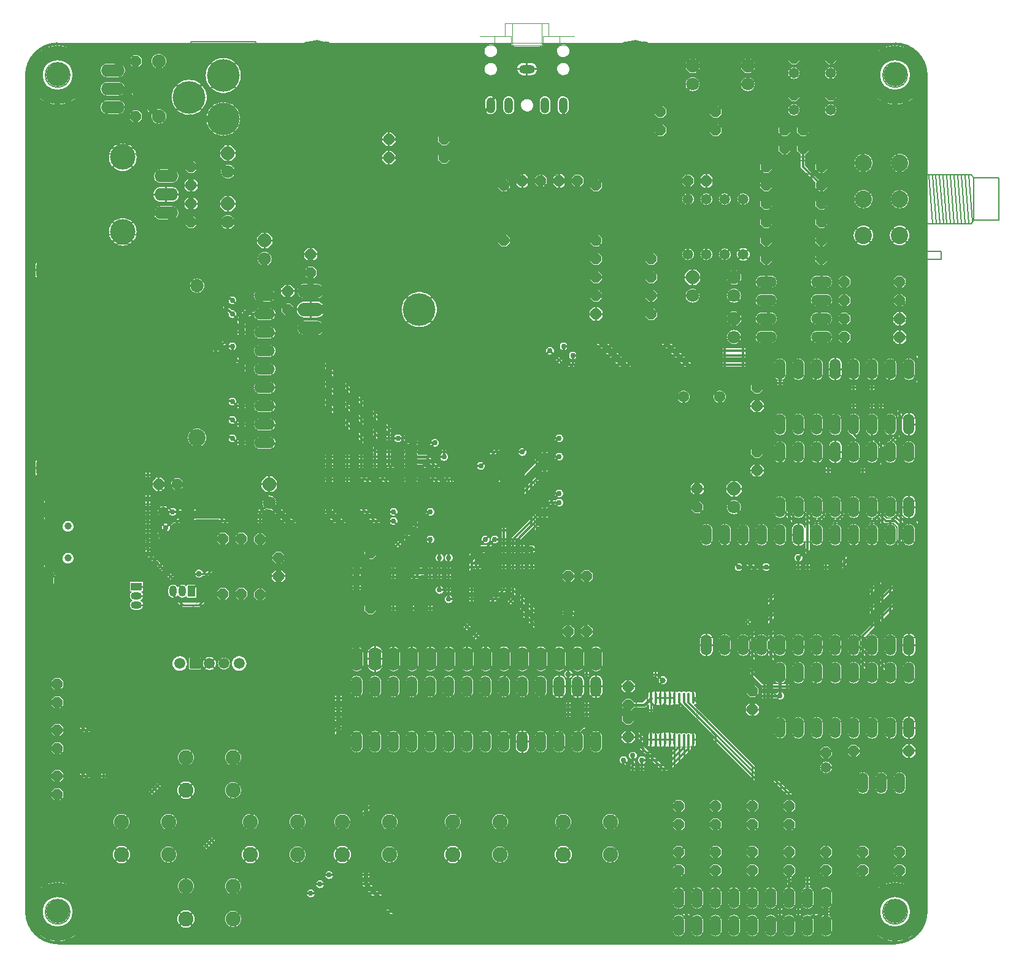
<source format=gbr>
%TF.GenerationSoftware,KiCad,Pcbnew,7.0.2*%
%TF.CreationDate,2024-05-21T23:14:25+08:00*%
%TF.ProjectId,MegaGRRLDesktop,4d656761-4752-4524-9c44-65736b746f70,rev?*%
%TF.SameCoordinates,Original*%
%TF.FileFunction,Other,User*%
%FSLAX46Y46*%
G04 Gerber Fmt 4.6, Leading zero omitted, Abs format (unit mm)*
G04 Created by KiCad (PCBNEW 7.0.2) date 2024-05-21 23:14:25*
%MOMM*%
%LPD*%
G01*
G04 APERTURE LIST*
G04 Aperture macros list*
%AMRoundRect*
0 Rectangle with rounded corners*
0 $1 Rounding radius*
0 $2 $3 $4 $5 $6 $7 $8 $9 X,Y pos of 4 corners*
0 Add a 4 corners polygon primitive as box body*
4,1,4,$2,$3,$4,$5,$6,$7,$8,$9,$2,$3,0*
0 Add four circle primitives for the rounded corners*
1,1,$1+$1,$2,$3*
1,1,$1+$1,$4,$5*
1,1,$1+$1,$6,$7*
1,1,$1+$1,$8,$9*
0 Add four rect primitives between the rounded corners*
20,1,$1+$1,$2,$3,$4,$5,0*
20,1,$1+$1,$4,$5,$6,$7,0*
20,1,$1+$1,$6,$7,$8,$9,0*
20,1,$1+$1,$8,$9,$2,$3,0*%
%AMOutline5P*
0 Free polygon, 5 corners , with rotation*
0 The origin of the aperture is its center*
0 number of corners: always 5*
0 $1 to $10 corner X, Y*
0 $11 Rotation angle, in degrees counterclockwise*
0 create outline with 5 corners*
4,1,5,$1,$2,$3,$4,$5,$6,$7,$8,$9,$10,$1,$2,$11*%
%AMOutline6P*
0 Free polygon, 6 corners , with rotation*
0 The origin of the aperture is its center*
0 number of corners: always 6*
0 $1 to $12 corner X, Y*
0 $13 Rotation angle, in degrees counterclockwise*
0 create outline with 6 corners*
4,1,6,$1,$2,$3,$4,$5,$6,$7,$8,$9,$10,$11,$12,$1,$2,$13*%
%AMOutline7P*
0 Free polygon, 7 corners , with rotation*
0 The origin of the aperture is its center*
0 number of corners: always 7*
0 $1 to $14 corner X, Y*
0 $15 Rotation angle, in degrees counterclockwise*
0 create outline with 7 corners*
4,1,7,$1,$2,$3,$4,$5,$6,$7,$8,$9,$10,$11,$12,$13,$14,$1,$2,$15*%
%AMOutline8P*
0 Free polygon, 8 corners , with rotation*
0 The origin of the aperture is its center*
0 number of corners: always 8*
0 $1 to $16 corner X, Y*
0 $17 Rotation angle, in degrees counterclockwise*
0 create outline with 8 corners*
4,1,8,$1,$2,$3,$4,$5,$6,$7,$8,$9,$10,$11,$12,$13,$14,$15,$16,$1,$2,$17*%
%AMFreePoly0*
4,1,25,0.333266,0.742596,0.345389,0.732242,0.732242,0.345389,0.760749,0.289441,0.762000,0.273547,0.762000,-0.273547,0.742596,-0.333266,0.732242,-0.345389,0.345389,-0.732242,0.289441,-0.760749,0.273547,-0.762000,-0.273547,-0.762000,-0.333266,-0.742596,-0.345389,-0.732242,-0.732242,-0.345389,-0.760749,-0.289441,-0.762000,-0.273547,-0.762000,0.273547,-0.742596,0.333266,-0.732242,0.345389,
-0.345389,0.732242,-0.289441,0.760749,-0.273547,0.762000,0.273547,0.762000,0.333266,0.742596,0.333266,0.742596,$1*%
%AMFreePoly1*
4,1,25,0.391131,0.882296,0.403254,0.871942,0.871942,0.403254,0.900449,0.347306,0.901700,0.331412,0.901700,-0.331412,0.882296,-0.391131,0.871942,-0.403254,0.403254,-0.871942,0.347306,-0.900449,0.331412,-0.901700,-0.331412,-0.901700,-0.391131,-0.882296,-0.403254,-0.871942,-0.871942,-0.403254,-0.900449,-0.347306,-0.901700,-0.331412,-0.901700,0.331412,-0.882296,0.391131,-0.871942,0.403254,
-0.403254,0.871942,-0.347306,0.900449,-0.331412,0.901700,0.331412,0.901700,0.391131,0.882296,0.391131,0.882296,$1*%
%AMFreePoly2*
4,1,25,0.322745,0.717196,0.334868,0.706842,0.706842,0.334868,0.735349,0.278920,0.736600,0.263026,0.736600,-0.263026,0.717196,-0.322745,0.706842,-0.334868,0.334868,-0.706842,0.278920,-0.735349,0.263026,-0.736600,-0.263026,-0.736600,-0.322745,-0.717196,-0.334868,-0.706842,-0.706842,-0.334868,-0.735349,-0.278920,-0.736600,-0.263026,-0.736600,0.263026,-0.717196,0.322745,-0.706842,0.334868,
-0.334868,0.706842,-0.278920,0.735349,-0.263026,0.736600,0.263026,0.736600,0.322745,0.717196,0.322745,0.717196,$1*%
G04 Aperture macros list end*
%ADD10C,0.050000*%
%ADD11C,2.768600*%
%ADD12C,2.032000*%
%TA.AperFunction,ComponentPad*%
%ADD13Outline8P,-0.660400X0.273547X-0.273547X0.660400X0.273547X0.660400X0.660400X0.273547X0.660400X-0.273547X0.273547X-0.660400X-0.273547X-0.660400X-0.660400X-0.273547X0.000000*%
%TD*%
%TA.AperFunction,ComponentPad*%
%ADD14Outline8P,-0.660400X0.273547X-0.273547X0.660400X0.273547X0.660400X0.660400X0.273547X0.660400X-0.273547X0.273547X-0.660400X-0.273547X-0.660400X-0.660400X-0.273547X90.000000*%
%TD*%
%TA.AperFunction,ComponentPad*%
%ADD15O,1.320800X2.641600*%
%TD*%
%TA.AperFunction,ComponentPad*%
%ADD16Outline8P,-0.660400X0.273547X-0.273547X0.660400X0.273547X0.660400X0.660400X0.273547X0.660400X-0.273547X0.273547X-0.660400X-0.273547X-0.660400X-0.660400X-0.273547X180.000000*%
%TD*%
%TA.AperFunction,ComponentPad*%
%ADD17C,1.600200*%
%TD*%
%TA.AperFunction,ComponentPad*%
%ADD18Outline8P,-0.800100X0.331412X-0.331412X0.800100X0.331412X0.800100X0.800100X0.331412X0.800100X-0.331412X0.331412X-0.800100X-0.331412X-0.800100X-0.800100X-0.331412X90.000000*%
%TD*%
%TA.AperFunction,ComponentPad*%
%ADD19C,1.270000*%
%TD*%
%TA.AperFunction,ComponentPad*%
%ADD20Outline8P,-0.635000X0.263026X-0.263026X0.635000X0.263026X0.635000X0.635000X0.263026X0.635000X-0.263026X0.263026X-0.635000X-0.263026X-0.635000X-0.635000X-0.263026X90.000000*%
%TD*%
%TA.AperFunction,ComponentPad*%
%ADD21C,1.371600*%
%TD*%
%TA.AperFunction,ComponentPad*%
%ADD22Outline8P,-0.660400X0.273547X-0.273547X0.660400X0.273547X0.660400X0.660400X0.273547X0.660400X-0.273547X0.273547X-0.660400X-0.273547X-0.660400X-0.660400X-0.273547X270.000000*%
%TD*%
%TA.AperFunction,ComponentPad*%
%ADD23C,1.879600*%
%TD*%
%TA.AperFunction,ComponentPad*%
%ADD24O,2.641600X1.320800*%
%TD*%
%TA.AperFunction,ComponentPad*%
%ADD25C,1.700000*%
%TD*%
%TA.AperFunction,ComponentPad*%
%ADD26R,1.308000X1.308000*%
%TD*%
%TA.AperFunction,ComponentPad*%
%ADD27C,1.308000*%
%TD*%
%TA.AperFunction,ComponentPad*%
%ADD28O,3.048000X1.524000*%
%TD*%
%TA.AperFunction,ComponentPad*%
%ADD29O,1.524000X3.048000*%
%TD*%
%TA.AperFunction,SMDPad,CuDef*%
%ADD30RoundRect,0.100000X0.100000X-0.637500X0.100000X0.637500X-0.100000X0.637500X-0.100000X-0.637500X0*%
%TD*%
%TA.AperFunction,ComponentPad*%
%ADD31O,1.200000X2.200000*%
%TD*%
%TA.AperFunction,ComponentPad*%
%ADD32O,2.200000X1.200000*%
%TD*%
%TA.AperFunction,ComponentPad*%
%ADD33C,2.184400*%
%TD*%
%TA.AperFunction,SMDPad,CuDef*%
%ADD34R,2.000000X0.500000*%
%TD*%
%TA.AperFunction,SMDPad,CuDef*%
%ADD35R,1.700000X2.000000*%
%TD*%
%TA.AperFunction,ComponentPad*%
%ADD36O,3.352800X1.676400*%
%TD*%
%TA.AperFunction,ComponentPad*%
%ADD37C,4.318000*%
%TD*%
%TA.AperFunction,ComponentPad*%
%ADD38R,1.050000X1.500000*%
%TD*%
%TA.AperFunction,ComponentPad*%
%ADD39O,1.050000X1.500000*%
%TD*%
%TA.AperFunction,ComponentPad*%
%ADD40C,3.302000*%
%TD*%
%TA.AperFunction,SMDPad,CuDef*%
%ADD41R,1.500000X1.000000*%
%TD*%
%TA.AperFunction,SMDPad,CuDef*%
%ADD42R,1.500000X0.700000*%
%TD*%
%TA.AperFunction,SMDPad,CuDef*%
%ADD43R,2.800000X1.500000*%
%TD*%
%TA.AperFunction,ComponentPad*%
%ADD44C,1.650000*%
%TD*%
%TA.AperFunction,ComponentPad*%
%ADD45C,2.200000*%
%TD*%
%TA.AperFunction,SMDPad,CuDef*%
%ADD46RoundRect,0.150000X-0.825000X-0.150000X0.825000X-0.150000X0.825000X0.150000X-0.825000X0.150000X0*%
%TD*%
%TA.AperFunction,SMDPad,CuDef*%
%ADD47R,1.981200X0.558800*%
%TD*%
%TA.AperFunction,ComponentPad*%
%ADD48R,1.500000X1.050000*%
%TD*%
%TA.AperFunction,ComponentPad*%
%ADD49O,1.500000X1.050000*%
%TD*%
%TA.AperFunction,SMDPad,CuDef*%
%ADD50R,1.500000X0.900000*%
%TD*%
%TA.AperFunction,SMDPad,CuDef*%
%ADD51R,0.900000X1.500000*%
%TD*%
%TA.AperFunction,SMDPad,CuDef*%
%ADD52R,6.000000X6.000000*%
%TD*%
%TA.AperFunction,ViaPad*%
%ADD53C,0.756400*%
%TD*%
%TA.AperFunction,ViaPad*%
%ADD54C,0.800000*%
%TD*%
%TA.AperFunction,Conductor*%
%ADD55C,0.250000*%
%TD*%
%TA.AperFunction,Conductor*%
%ADD56C,0.304800*%
%TD*%
%TA.AperFunction,Conductor*%
%ADD57C,0.406400*%
%TD*%
%TA.AperFunction,Conductor*%
%ADD58C,0.812800*%
%TD*%
%TA.AperFunction,Conductor*%
%ADD59C,0.609600*%
%TD*%
%TA.AperFunction,Conductor*%
%ADD60C,0.254000*%
%TD*%
%TA.AperFunction,SMDPad,CuDef*%
%ADD61RoundRect,0.100000X-0.100000X0.637500X-0.100000X-0.637500X0.100000X-0.637500X0.100000X0.637500X0*%
%TD*%
%TA.AperFunction,SMDPad,CuDef*%
%ADD62RoundRect,0.635000X0.000000X0.000000X0.000000X0.000000X0.000000X0.000000X0.000000X0.000000X0*%
%TD*%
%ADD63RoundRect,0.100000X0.100000X-0.637500X0.100000X0.637500X-0.100000X0.637500X-0.100000X-0.637500X0*%
%ADD64R,2.000000X0.500000*%
%ADD65R,1.700000X2.000000*%
%ADD66R,1.500000X1.000000*%
%ADD67R,1.500000X0.700000*%
%ADD68R,2.800000X1.500000*%
%ADD69RoundRect,0.150000X-0.825000X-0.150000X0.825000X-0.150000X0.825000X0.150000X-0.825000X0.150000X0*%
%ADD70R,1.981200X0.558800*%
%ADD71R,1.500000X0.900000*%
%ADD72R,0.900000X1.500000*%
%ADD73R,6.000000X6.000000*%
%ADD74RoundRect,0.100000X-0.100000X0.637500X-0.100000X-0.637500X0.100000X-0.637500X0.100000X0.637500X0*%
%ADD75C,0.254000*%
%ADD76C,0.142240*%
%ADD77C,0.203200*%
%ADD78C,0.101600*%
%ADD79C,0.121920*%
%ADD80C,0.089154*%
%ADD81C,0.114300*%
%ADD82C,0.127000*%
%ADD83C,0.119380*%
%ADD84C,0.118872*%
%ADD85C,0.099060*%
%ADD86C,0.044875*%
%ADD87C,0.150000*%
%ADD88C,0.093472*%
%ADD89C,0.160020*%
%ADD90C,0.097536*%
%ADD91C,0.071628*%
%ADD92C,0.076200*%
%ADD93C,0.059822*%
%ADD94C,0.152400*%
%ADD95C,0.304800*%
%ADD96C,0.050800*%
%ADD97C,0.120000*%
%ADD98FreePoly0,0.000000*%
%ADD99FreePoly0,90.000000*%
%ADD100O,1.524000X2.844800*%
%ADD101FreePoly0,180.000000*%
%ADD102C,1.803400*%
%ADD103FreePoly1,90.000000*%
%ADD104C,1.473200*%
%ADD105FreePoly2,90.000000*%
%ADD106C,1.574800*%
%ADD107FreePoly0,270.000000*%
%ADD108C,2.082800*%
%ADD109O,2.844800X1.524000*%
%ADD110C,1.903200*%
%ADD111C,1.500000*%
%ADD112RoundRect,0.101600X-0.654000X-0.654000X0.654000X-0.654000X0.654000X0.654000X-0.654000X0.654000X0*%
%ADD113C,1.511200*%
%ADD114O,3.251200X1.727200*%
%ADD115O,1.727200X3.251200*%
%ADD116O,1.200000X2.200000*%
%ADD117O,2.200000X1.200000*%
%ADD118C,2.387600*%
%ADD119C,1.000000*%
%ADD120O,3.556000X1.879600*%
%ADD121C,4.521200*%
%ADD122R,1.050000X1.500000*%
%ADD123O,1.050000X1.500000*%
%ADD124C,3.505200*%
%ADD125RoundRect,0.101600X-0.750000X-0.500000X0.750000X-0.500000X0.750000X0.500000X-0.750000X0.500000X0*%
%ADD126RoundRect,0.101600X-0.750000X-0.350000X0.750000X-0.350000X0.750000X0.350000X-0.750000X0.350000X0*%
%ADD127RoundRect,0.101600X-1.400000X-0.750000X1.400000X-0.750000X1.400000X0.750000X-1.400000X0.750000X0*%
%ADD128C,1.853200*%
%ADD129C,2.403200*%
%ADD130RoundRect,0.101600X-0.990600X-0.279400X0.990600X-0.279400X0.990600X0.279400X-0.990600X0.279400X0*%
%ADD131R,1.500000X1.050000*%
%ADD132O,1.500000X1.050000*%
%ADD133RoundRect,0.101600X-0.750000X0.450000X-0.750000X-0.450000X0.750000X-0.450000X0.750000X0.450000X0*%
%ADD134RoundRect,0.101600X-0.450000X-0.750000X0.450000X-0.750000X0.450000X0.750000X-0.450000X0.750000X0*%
%ADD135RoundRect,0.101600X-3.000000X3.000000X-3.000000X-3.000000X3.000000X-3.000000X3.000000X3.000000X0*%
%ADD136C,3.600000*%
%ADD137C,3.200000*%
%ADD138C,0.182880*%
%ADD139C,0.113792*%
%ADD140RoundRect,0.736600X0.000000X0.000000X0.000000X0.000000X0.000000X0.000000X0.000000X0.000000X0*%
%TA.AperFunction,Profile*%
%ADD141C,0.025400*%
%TD*%
%TA.AperFunction,Profile*%
%ADD142C,0.120000*%
%TD*%
G04 APERTURE END LIST*
D10*
%TO.C,IC10*%
X179014000Y-132294000D02*
X179014000Y-139994000D01*
X172014000Y-132294000D02*
X179014000Y-132294000D01*
X179014000Y-139994000D02*
X172014000Y-139994000D01*
X172014000Y-139994000D02*
X172014000Y-132294000D01*
D11*
%TO.C,H1*%
X133261100Y-55600600D02*
G75*
G03*
X133261100Y-55600600I-3048000J0D01*
G01*
%TO.C,H5*%
X129578100Y-46837600D02*
G75*
G03*
X129578100Y-46837600I-3048000J0D01*
G01*
%TO.C,H2*%
X169837100Y-55600600D02*
G75*
G03*
X169837100Y-55600600I-3048000J0D01*
G01*
D12*
%TO.C,H3*%
X93764100Y-47218600D02*
G75*
G03*
X93764100Y-47218600I-3048000J0D01*
G01*
D11*
%TO.C,H6*%
X173520100Y-46837600D02*
G75*
G03*
X173520100Y-46837600I-3048000J0D01*
G01*
D12*
%TO.C,H8*%
X209334100Y-47218600D02*
G75*
G03*
X209334100Y-47218600I-3048000J0D01*
G01*
%TO.C,H4*%
X93764100Y-162788600D02*
G75*
G03*
X93764100Y-162788600I-3048000J0D01*
G01*
%TO.C,H7*%
X209334100Y-162788600D02*
G75*
G03*
X209334100Y-162788600I-3048000J0D01*
G01*
%TD*%
D13*
%TO.P,R28,1,1*%
%TO.N,GND*%
X136436100Y-58648600D03*
%TO.P,R28,2,2*%
%TO.N,Net-(J2-RING)*%
X144056100Y-58648600D03*
%TD*%
D14*
%TO.P,LED9,A,A*%
%TO.N,/LED drivers/PSG2N*%
X181521100Y-150723600D03*
%TO.P,LED9,K,C*%
%TO.N,/LED drivers/PSG2*%
X181521100Y-148183600D03*
%TD*%
D15*
%TO.P,R23,A,A*%
%TO.N,unconnected-(R23-PadA)*%
X206921100Y-145008600D03*
%TO.P,R23,E,E*%
%TO.N,Net-(C8-Pad+)*%
X201841100Y-145008600D03*
%TO.P,R23,S,S*%
%TO.N,Net-(R23-PadS)*%
X204381100Y-145008600D03*
%TD*%
D16*
%TO.P,R5,1,1*%
%TO.N,Net-(S1D-1)*%
X196126100Y-70078600D03*
%TO.P,R5,2,2*%
%TO.N,Net-(S1D-2)*%
X188506100Y-70078600D03*
%TD*%
D17*
%TO.P,C20,+,+*%
%TO.N,Net-(IC11-VO1)*%
X178346100Y-48488600D03*
D18*
%TO.P,C20,-,-*%
%TO.N,Net-(C20-Pad-)*%
X178346100Y-45948600D03*
%TD*%
D19*
%TO.P,C16,+,+*%
%TO.N,/Audio/AUDIO_LINEL*%
X192316100Y-46964600D03*
D20*
%TO.P,C16,-,-*%
%TO.N,Net-(R14A-S)*%
X192316100Y-44932600D03*
%TD*%
D13*
%TO.P,C5,1,1*%
%TO.N,+5V{slash}2*%
X177711100Y-61823600D03*
%TO.P,C5,2,2*%
%TO.N,GND*%
X180251100Y-61823600D03*
%TD*%
D21*
%TO.P,L1,1,1*%
%TO.N,+5V{slash}2*%
X182079900Y-91668600D03*
%TO.P,L1,2,2*%
%TO.N,+5V*%
X177076100Y-91668600D03*
%TD*%
D16*
%TO.P,R24,1,1*%
%TO.N,VBIAS*%
X172631100Y-77698600D03*
%TO.P,R24,2,2*%
%TO.N,+5V{slash}2*%
X165011100Y-77698600D03*
%TD*%
D22*
%TO.P,C35,1*%
%TO.N,+3V3*%
X169456100Y-136118600D03*
%TO.P,C35,2*%
%TO.N,GND*%
X169456100Y-138658600D03*
%TD*%
D14*
%TO.P,R26,1,1*%
%TO.N,Net-(Q1-PadG)*%
X101511100Y-52933600D03*
%TO.P,R26,2,2*%
%TO.N,Net-(D3-PadC)*%
X101511100Y-45313600D03*
%TD*%
D16*
%TO.P,R9,1,1*%
%TO.N,Net-(IC5A--IN)*%
X196126100Y-64998600D03*
%TO.P,R9,2,2*%
%TO.N,Net-(S1D-1)*%
X188506100Y-64998600D03*
%TD*%
D23*
%TO.P,SWC0,1,1*%
%TO.N,/Keys/KEY_C*%
X160489900Y-150368000D03*
%TO.P,SWC0,2*%
%TO.N,N/C*%
X166992300Y-150368000D03*
%TO.P,SWC0,3,2*%
%TO.N,GND*%
X160489900Y-154889200D03*
%TO.P,SWC0,4*%
%TO.N,N/C*%
X166992300Y-154889200D03*
%TD*%
D24*
%TO.P,S1,1,1*%
%TO.N,Net-(R22-Pad2)*%
X196126100Y-83413600D03*
%TO.P,S1,2,1*%
%TO.N,Net-(S1B-1)*%
X196126100Y-80873600D03*
%TO.P,S1,3,1*%
%TO.N,Net-(S1C-1)*%
X196126100Y-78333600D03*
%TO.P,S1,4,1*%
%TO.N,Net-(S1D-1)*%
X196126100Y-75793600D03*
%TO.P,S1,5,2*%
%TO.N,Net-(S1D-2)*%
X188506100Y-75793600D03*
%TO.P,S1,6,2*%
%TO.N,AUDIO_FML*%
X188506100Y-78333600D03*
%TO.P,S1,7,2*%
%TO.N,Net-(S1B-2)*%
X188506100Y-80873600D03*
%TO.P,S1,8,2*%
%TO.N,AUDIO_FMR*%
X188506100Y-83413600D03*
%TD*%
D22*
%TO.P,C9,1,1*%
%TO.N,/MCU & interface/ESP32_RESET*%
X121196100Y-113893600D03*
%TO.P,C9,2,2*%
%TO.N,GND*%
X121196100Y-116433600D03*
%TD*%
D16*
%TO.P,R11,1,1*%
%TO.N,Net-(IC5B--IN)*%
X196126100Y-67538600D03*
%TO.P,R11,2,2*%
%TO.N,Net-(S1B-1)*%
X188506100Y-67538600D03*
%TD*%
D25*
%TO.P,D3,A,A*%
%TO.N,Net-(D3-PadA)*%
X104686100Y-45313600D03*
%TO.P,D3,C,C*%
%TO.N,Net-(D3-PadC)*%
X104686100Y-52933600D03*
%TD*%
D22*
%TO.P,R31,1*%
%TO.N,Net-(IC14-~{RTS})*%
X116078000Y-111252000D03*
%TO.P,R31,2*%
%TO.N,Net-(Q3-B)*%
X116078000Y-118872000D03*
%TD*%
D14*
%TO.P,R15,1,1*%
%TO.N,Net-(IC11-IN2-)*%
X165011100Y-70078600D03*
%TO.P,R15,2,2*%
%TO.N,Net-(IC11-VO2)*%
X165011100Y-62458600D03*
%TD*%
D26*
%TO.P,S2,1,1*%
%TO.N,unconnected-(S2-Pad1)*%
X109671100Y-128498600D03*
D27*
%TO.P,S2,2,2*%
%TO.N,GND*%
X111671100Y-128498600D03*
%TO.P,S2,3,3*%
%TO.N,Net-(Q1-PadG)*%
X113671100Y-128498600D03*
%TD*%
D14*
%TO.P,LED5,A,A*%
%TO.N,/LED drivers/FM5N*%
X196761100Y-157073600D03*
%TO.P,LED5,K,C*%
%TO.N,/LED drivers/FM5*%
X196761100Y-154533600D03*
%TD*%
D17*
%TO.P,C21,+,+*%
%TO.N,Net-(IC11-VO2)*%
X185966100Y-48488600D03*
D18*
%TO.P,C21,-,-*%
%TO.N,Net-(C21-Pad-)*%
X185966100Y-45948600D03*
%TD*%
D16*
%TO.P,R19,1,1*%
%TO.N,Net-(C20-Pad-)*%
X181521100Y-52298600D03*
%TO.P,R19,2,2*%
%TO.N,Net-(J2-TIP)*%
X173901100Y-52298600D03*
%TD*%
D28*
%TO.P,IC6,1,VI*%
%TO.N,+12V*%
X105702100Y-66268600D03*
%TO.P,IC6,2,GND*%
%TO.N,GND*%
X105702100Y-63728600D03*
%TO.P,IC6,3,VO*%
%TO.N,+5V*%
X105702100Y-61188600D03*
%TD*%
D15*
%TO.P,IC2,1,QB*%
%TO.N,/Sound chips & bus/D1*%
X190411100Y-106908600D03*
%TO.P,IC2,2,QC*%
%TO.N,/Sound chips & bus/D2*%
X192951100Y-106908600D03*
%TO.P,IC2,3,QD*%
%TO.N,/Sound chips & bus/D3*%
X195491100Y-106908600D03*
%TO.P,IC2,4,QE*%
%TO.N,/Sound chips & bus/D4*%
X198031100Y-106908600D03*
%TO.P,IC2,5,QF*%
%TO.N,/Sound chips & bus/D5*%
X200571100Y-106908600D03*
%TO.P,IC2,6,QG*%
%TO.N,/Sound chips & bus/D6*%
X203111100Y-106908600D03*
%TO.P,IC2,7,QH*%
%TO.N,/Sound chips & bus/D7*%
X205651100Y-106908600D03*
%TO.P,IC2,8,GND*%
%TO.N,GND*%
X208191100Y-106908600D03*
%TO.P,IC2,9,QH\u002A*%
%TO.N,unconnected-(IC2A-QH\u002A-Pad9)*%
X208191100Y-99288600D03*
%TO.P,IC2,10,SCL*%
%TO.N,+5V*%
X205651100Y-99288600D03*
%TO.P,IC2,11,SCK*%
%TO.N,SHCLK*%
X203111100Y-99288600D03*
%TO.P,IC2,12,RCK*%
%TO.N,SHSTO*%
X200571100Y-99288600D03*
%TO.P,IC2,13,G*%
%TO.N,GND*%
X198031100Y-99288600D03*
%TO.P,IC2,14,SER*%
%TO.N,Net-(IC2A-SER)*%
X195491100Y-99288600D03*
%TO.P,IC2,15,QA*%
%TO.N,/Sound chips & bus/D0*%
X192951100Y-99288600D03*
%TO.P,IC2,16,VCC*%
%TO.N,+5V*%
X190411100Y-99288600D03*
%TD*%
D14*
%TO.P,R16,1,1*%
%TO.N,Net-(IC11-IN1-)*%
X152311100Y-70078600D03*
%TO.P,R16,2,2*%
%TO.N,Net-(IC11-VO1)*%
X152311100Y-62458600D03*
%TD*%
%TO.P,LED1,A,A*%
%TO.N,/LED drivers/FM1N*%
X176441100Y-157073600D03*
%TO.P,LED1,K,C*%
%TO.N,/LED drivers/FM1*%
X176441100Y-154533600D03*
%TD*%
D29*
%TO.P,JP1,1,1*%
%TO.N,+5V*%
X131991100Y-127863600D03*
%TO.P,JP1,2,2*%
%TO.N,GND*%
X134531100Y-127863600D03*
%TO.P,JP1,3,3*%
%TO.N,/MCU & interface/LCD_{slash}CS*%
X137071100Y-127863600D03*
%TO.P,JP1,4,4*%
%TO.N,+3V3*%
X139611100Y-127863600D03*
%TO.P,JP1,5,5*%
%TO.N,/MCU & interface/LCD_DC*%
X142151100Y-127863600D03*
%TO.P,JP1,6,6*%
%TO.N,/MCU & interface/LCD_MOSI*%
X144691100Y-127863600D03*
%TO.P,JP1,7,7*%
%TO.N,/MCU & interface/LCD_CLK*%
X147231100Y-127863600D03*
%TO.P,JP1,8,8*%
%TO.N,Net-(JP1-Pad8)*%
X149771100Y-127863600D03*
%TO.P,JP1,9,9*%
%TO.N,unconnected-(JP1-Pad9)*%
X152311100Y-127863600D03*
%TO.P,JP1,10,10*%
%TO.N,unconnected-(JP1-Pad10)*%
X154851100Y-127863600D03*
%TO.P,JP1,11,11*%
%TO.N,unconnected-(JP1-Pad11)*%
X157391100Y-127863600D03*
%TO.P,JP1,12,12*%
%TO.N,unconnected-(JP1-Pad12)*%
X159931100Y-127863600D03*
%TO.P,JP1,13,13*%
%TO.N,unconnected-(JP1-Pad13)*%
X162471100Y-127863600D03*
%TO.P,JP1,14,14*%
%TO.N,unconnected-(JP1-Pad14)*%
X165011100Y-127863600D03*
%TD*%
D30*
%TO.P,IC9,1,A0*%
%TO.N,GND*%
X172589000Y-139006500D03*
%TO.P,IC9,2,A1*%
X173239000Y-139006500D03*
%TO.P,IC9,3,A2*%
X173889000Y-139006500D03*
%TO.P,IC9,4,A3*%
X174539000Y-139006500D03*
%TO.P,IC9,5,A4*%
X175189000Y-139006500D03*
%TO.P,IC9,6,LED0*%
%TO.N,/LED drivers/PSG1*%
X175839000Y-139006500D03*
%TO.P,IC9,7,LED1*%
%TO.N,/LED drivers/FM2*%
X176489000Y-139006500D03*
%TO.P,IC9,8,LED2*%
%TO.N,/LED drivers/FM3*%
X177139000Y-139006500D03*
%TO.P,IC9,9,LED3*%
%TO.N,/LED drivers/FM4*%
X177789000Y-139006500D03*
%TO.P,IC9,10,VSS*%
%TO.N,GND*%
X178439000Y-139006500D03*
%TO.P,IC9,11,LED4*%
%TO.N,/LED drivers/PSGS*%
X178439000Y-133281500D03*
%TO.P,IC9,12,LED5*%
%TO.N,/LED drivers/PSG3*%
X177789000Y-133281500D03*
%TO.P,IC9,13,LED6*%
%TO.N,/LED drivers/PSG2*%
X177139000Y-133281500D03*
%TO.P,IC9,14,LED7*%
%TO.N,/LED drivers/FM1*%
X176489000Y-133281500D03*
%TO.P,IC9,15,OE*%
%TO.N,GND*%
X175839000Y-133281500D03*
%TO.P,IC9,16,A5*%
X175189000Y-133281500D03*
%TO.P,IC9,17,A6*%
%TO.N,+3V3*%
X174539000Y-133281500D03*
%TO.P,IC9,18,SCL*%
%TO.N,SCL*%
X173889000Y-133281500D03*
%TO.P,IC9,19,SDA*%
%TO.N,SDA*%
X173239000Y-133281500D03*
%TO.P,IC9,20,VDD*%
%TO.N,+3V3*%
X172589000Y-133281500D03*
%TD*%
D16*
%TO.P,R7,1,1*%
%TO.N,Net-(S1B-1)*%
X196126100Y-72618600D03*
%TO.P,R7,2,2*%
%TO.N,Net-(S1B-2)*%
X188506100Y-72618600D03*
%TD*%
%TO.P,R21,1,1*%
%TO.N,GND*%
X206921100Y-80873600D03*
%TO.P,R21,2,2*%
%TO.N,Net-(S1C-1)*%
X199301100Y-80873600D03*
%TD*%
D14*
%TO.P,LED2,A,A*%
%TO.N,/LED drivers/FM2N*%
X181521100Y-157073600D03*
%TO.P,LED2,K,C*%
%TO.N,/LED drivers/FM2*%
X181521100Y-154533600D03*
%TD*%
D23*
%TO.P,SWUP0,1,1*%
%TO.N,/Keys/KEY_UP*%
X108419900Y-141478000D03*
%TO.P,SWUP0,2*%
%TO.N,N/C*%
X114922300Y-141478000D03*
%TO.P,SWUP0,3,2*%
%TO.N,GND*%
X108419900Y-145999200D03*
%TO.P,SWUP0,4*%
%TO.N,N/C*%
X114922300Y-145999200D03*
%TD*%
D19*
%TO.P,C8,+,+*%
%TO.N,Net-(C8-Pad+)*%
X196761100Y-142849600D03*
D20*
%TO.P,C8,-,-*%
%TO.N,AUDIO_PSG*%
X196761100Y-140817600D03*
%TD*%
D31*
%TO.P,J2,R*%
%TO.N,Net-(J2-RING)*%
X160486100Y-51400000D03*
%TO.P,J2,RN*%
%TO.N,N/C*%
X157986100Y-51400000D03*
D32*
%TO.P,J2,S*%
%TO.N,GND*%
X155486100Y-46400000D03*
D31*
%TO.P,J2,T*%
%TO.N,Net-(J2-TIP)*%
X150486100Y-51400000D03*
%TO.P,J2,TN*%
%TO.N,N/C*%
X152986100Y-51400000D03*
%TD*%
D22*
%TO.P,C29,1,1*%
%TO.N,+5V*%
X109131100Y-59918600D03*
%TO.P,C29,2,2*%
%TO.N,GND*%
X109131100Y-62458600D03*
%TD*%
D15*
%TO.P,RN3,1,1*%
%TO.N,+5V*%
X196761100Y-164693600D03*
%TO.P,RN3,2,2*%
%TO.N,/LED drivers/FMSN*%
X194221100Y-164693600D03*
%TO.P,RN3,3,3*%
%TO.N,/LED drivers/FM6N*%
X191681100Y-164693600D03*
%TO.P,RN3,4,4*%
%TO.N,/LED drivers/FM5N*%
X189141100Y-164693600D03*
%TO.P,RN3,5,5*%
%TO.N,unconnected-(RN3-Pad5)*%
X186601100Y-164693600D03*
%TO.P,RN3,6,6*%
%TO.N,unconnected-(RN3-Pad6)*%
X184061100Y-164693600D03*
%TO.P,RN3,7,7*%
%TO.N,/LED drivers/USERCN*%
X181521100Y-164693600D03*
%TO.P,RN3,8,8*%
%TO.N,/LED drivers/USERAN*%
X178981100Y-164693600D03*
%TO.P,RN3,9,9*%
%TO.N,/LED drivers/USERBN*%
X176441100Y-164693600D03*
%TD*%
D33*
%TO.P,R14,1-1,A*%
%TO.N,GND*%
X206921100Y-69363600D03*
%TO.P,R14,1-2,S*%
%TO.N,Net-(R14A-S)*%
X206921100Y-64363600D03*
%TO.P,R14,1-3,E*%
%TO.N,Net-(R14A-E)*%
X206921100Y-59363600D03*
%TO.P,R14,2-1,A*%
%TO.N,GND*%
X201921100Y-69363600D03*
%TO.P,R14,2-2,S*%
%TO.N,Net-(R14B-S)*%
X201921100Y-64363600D03*
%TO.P,R14,2-3,E*%
%TO.N,Net-(R14B-E)*%
X201921100Y-59363600D03*
%TD*%
D23*
%TO.P,SWLEFT0,1,1*%
%TO.N,/Keys/KEY_LEFT*%
X99529900Y-150368000D03*
%TO.P,SWLEFT0,2*%
%TO.N,N/C*%
X106032300Y-150368000D03*
%TO.P,SWLEFT0,3,2*%
%TO.N,GND*%
X99529900Y-154889200D03*
%TO.P,SWLEFT0,4*%
%TO.N,N/C*%
X106032300Y-154889200D03*
%TD*%
D13*
%TO.P,R27,1,1*%
%TO.N,GND*%
X136436100Y-56108600D03*
%TO.P,R27,2,2*%
%TO.N,Net-(J2-TIP)*%
X144056100Y-56108600D03*
%TD*%
D14*
%TO.P,C32,1,1*%
%TO.N,+3V3*%
X122466100Y-79603600D03*
%TO.P,C32,2,2*%
%TO.N,GND*%
X122466100Y-77063600D03*
%TD*%
D17*
%TO.P,C2,+,+*%
%TO.N,VBIAS*%
X178346100Y-77698600D03*
D18*
%TO.P,C2,-,-*%
%TO.N,GND*%
X178346100Y-75158600D03*
%TD*%
D34*
%TO.P,J1,1,VBUS*%
%TO.N,unconnected-(J1-VBUS-Pad1)*%
X94850000Y-110150000D03*
%TO.P,J1,2,D-*%
%TO.N,Net-(IC14-UD-)*%
X94850000Y-110950000D03*
%TO.P,J1,3,D+*%
%TO.N,Net-(IC14-UD+)*%
X94850000Y-111750000D03*
%TO.P,J1,4,ID*%
%TO.N,unconnected-(J1-ID-Pad4)*%
X94850000Y-112550000D03*
%TO.P,J1,5,GND*%
%TO.N,GND*%
X94850000Y-113350000D03*
D35*
%TO.P,J1,6,Shield*%
X94750000Y-107300000D03*
X89300000Y-107300000D03*
X94750000Y-116200000D03*
X89300000Y-116200000D03*
%TD*%
D15*
%TO.P,RN1,1,1*%
%TO.N,+5V*%
X196761100Y-160883600D03*
%TO.P,RN1,2,2*%
%TO.N,/LED drivers/PSGSN*%
X194221100Y-160883600D03*
%TO.P,RN1,3,3*%
%TO.N,/LED drivers/FM4N*%
X191681100Y-160883600D03*
%TO.P,RN1,4,4*%
%TO.N,/LED drivers/PSG3N*%
X189141100Y-160883600D03*
%TO.P,RN1,5,5*%
%TO.N,/LED drivers/FM3N*%
X186601100Y-160883600D03*
%TO.P,RN1,6,6*%
%TO.N,/LED drivers/PSG2N*%
X184061100Y-160883600D03*
%TO.P,RN1,7,7*%
%TO.N,/LED drivers/FM2N*%
X181521100Y-160883600D03*
%TO.P,RN1,8,8*%
%TO.N,/LED drivers/FM1N*%
X178981100Y-160883600D03*
%TO.P,RN1,9,9*%
%TO.N,/LED drivers/PSG1N*%
X176441100Y-160883600D03*
%TD*%
D23*
%TO.P,SWDOWN0,1,1*%
%TO.N,/Keys/KEY_DOWN*%
X108419900Y-159258000D03*
%TO.P,SWDOWN0,2*%
%TO.N,N/C*%
X114922300Y-159258000D03*
%TO.P,SWDOWN0,3,2*%
%TO.N,GND*%
X108419900Y-163779200D03*
%TO.P,SWDOWN0,4*%
%TO.N,N/C*%
X114922300Y-163779200D03*
%TD*%
D14*
%TO.P,LED4,A,A*%
%TO.N,/LED drivers/FM4N*%
X191681100Y-157073600D03*
%TO.P,LED4,K,C*%
%TO.N,/LED drivers/FM4*%
X191681100Y-154533600D03*
%TD*%
D36*
%TO.P,IC1,1,VI*%
%TO.N,+12V*%
X125641100Y-77063600D03*
%TO.P,IC1,2,GND*%
%TO.N,GND*%
X125641100Y-79603600D03*
%TO.P,IC1,3,VO*%
%TO.N,+3V3*%
X125641100Y-82143600D03*
D37*
%TO.P,IC1,TAB,GND@1*%
%TO.N,GND*%
X140627100Y-79603600D03*
%TD*%
D24*
%TO.P,RN2,1,1*%
%TO.N,+3V3*%
X119291100Y-77698600D03*
%TO.P,RN2,2,2*%
%TO.N,/MCU & interface/SD_D1*%
X119291100Y-80238600D03*
%TO.P,RN2,3,3*%
%TO.N,/MCU & interface/SD_D0*%
X119291100Y-82778600D03*
%TO.P,RN2,4,4*%
%TO.N,unconnected-(RN2-Pad4)*%
X119291100Y-85318600D03*
%TO.P,RN2,5,5*%
%TO.N,unconnected-(RN2-Pad5)*%
X119291100Y-87858600D03*
%TO.P,RN2,6,6*%
%TO.N,/MCU & interface/SD_CLK*%
X119291100Y-90398600D03*
%TO.P,RN2,7,7*%
%TO.N,/MCU & interface/SD_CMD*%
X119291100Y-92938600D03*
%TO.P,RN2,8,8*%
%TO.N,/MCU & interface/SD_D3*%
X119291100Y-95478600D03*
%TO.P,RN2,9,9*%
%TO.N,/MCU & interface/SD_D2*%
X119291100Y-98018600D03*
%TD*%
D22*
%TO.P,C1,1,1*%
%TO.N,+5V*%
X187236100Y-90398600D03*
%TO.P,C1,2,2*%
%TO.N,GND*%
X187236100Y-92938600D03*
%TD*%
D17*
%TO.P,C26,+,+*%
%TO.N,+12V*%
X114211100Y-67538600D03*
D18*
%TO.P,C26,-,-*%
%TO.N,GND*%
X114211100Y-64998600D03*
%TD*%
D16*
%TO.P,R17,1,1*%
%TO.N,/Audio/AUDIO_LINEL*%
X172631100Y-72618600D03*
%TO.P,R17,2,2*%
%TO.N,Net-(IC11-IN1-)*%
X165011100Y-72618600D03*
%TD*%
D38*
%TO.P,Q3,1,E*%
%TO.N,Net-(IC14-~{DTR})*%
X109220000Y-118512000D03*
D39*
%TO.P,Q3,2,C*%
%TO.N,/MCU & interface/SD_D0*%
X107950000Y-118512000D03*
%TO.P,Q3,3,B*%
%TO.N,Net-(Q3-B)*%
X106680000Y-118512000D03*
%TD*%
D14*
%TO.P,LED6,A,A*%
%TO.N,/LED drivers/FM6N*%
X201841100Y-157073600D03*
%TO.P,LED6,K,C*%
%TO.N,/LED drivers/FM6*%
X201841100Y-154533600D03*
%TD*%
%TO.P,LED3,A,A*%
%TO.N,/LED drivers/FM3N*%
X186601100Y-157073600D03*
%TO.P,LED3,K,C*%
%TO.N,/LED drivers/FM3*%
X186601100Y-154533600D03*
%TD*%
D19*
%TO.P,IC5,1,OUT*%
%TO.N,Net-(IC5A-OUT)*%
X177711100Y-71983600D03*
%TO.P,IC5,2,-IN*%
%TO.N,Net-(IC5A--IN)*%
X180251100Y-71983600D03*
%TO.P,IC5,3,+IN*%
%TO.N,VBIAS*%
X182791100Y-71983600D03*
%TO.P,IC5,4,V-*%
%TO.N,GND*%
X185331100Y-71983600D03*
%TO.P,IC5,5,+IN*%
%TO.N,VBIAS*%
X185331100Y-64363600D03*
%TO.P,IC5,6,-IN*%
%TO.N,Net-(IC5B--IN)*%
X182791100Y-64363600D03*
%TO.P,IC5,7,OUT*%
%TO.N,Net-(IC5B-OUT)*%
X180251100Y-64363600D03*
%TO.P,IC5,8,V+*%
%TO.N,+5V{slash}2*%
X177711100Y-64363600D03*
%TD*%
D13*
%TO.P,R4,1,1*%
%TO.N,Net-(IC5B-OUT)*%
X188506100Y-62458600D03*
%TO.P,R4,2,2*%
%TO.N,Net-(IC5B--IN)*%
X196126100Y-62458600D03*
%TD*%
D17*
%TO.P,C33,+,+*%
%TO.N,+3V3*%
X119291100Y-72618600D03*
D18*
%TO.P,C33,-,-*%
%TO.N,GND*%
X119291100Y-70078600D03*
%TD*%
D14*
%TO.P,LED11,A,A*%
%TO.N,/LED drivers/PSGSN*%
X191681100Y-150723600D03*
%TO.P,LED11,K,C*%
%TO.N,/LED drivers/PSGS*%
X191681100Y-148183600D03*
%TD*%
D40*
%TO.P,KK1,B,K@1*%
%TO.N,GND*%
X99707700Y-68884800D03*
%TO.P,KK1,B1,K@2*%
X99707700Y-58572400D03*
%TD*%
D16*
%TO.P,C4,1,1*%
%TO.N,Net-(IC5B--IN)*%
X193586100Y-57378600D03*
%TO.P,C4,2,2*%
%TO.N,Net-(IC5B-OUT)*%
X191046100Y-57378600D03*
%TD*%
D14*
%TO.P,R1,1,1*%
%TO.N,SDA*%
X163741100Y-124053600D03*
%TO.P,R1,2,2*%
%TO.N,+3V3*%
X163741100Y-116433600D03*
%TD*%
%TO.P,LED12,A,A*%
%TO.N,/LED drivers/USERAN*%
X90678000Y-133858000D03*
%TO.P,LED12,K,C*%
%TO.N,/LED drivers/USERA*%
X90678000Y-131318000D03*
%TD*%
D17*
%TO.P,C13,+,+*%
%TO.N,+5V{slash}2*%
X184061100Y-106908600D03*
D18*
%TO.P,C13,-,-*%
%TO.N,GND*%
X184061100Y-104368600D03*
%TD*%
D14*
%TO.P,R13,1,1*%
%TO.N,/MCU & interface/ESP32_RESET*%
X118656100Y-118973600D03*
%TO.P,R13,2,2*%
%TO.N,+3V3*%
X118656100Y-111353600D03*
%TD*%
D16*
%TO.P,C24,1*%
%TO.N,+3V3*%
X107226100Y-103733600D03*
%TO.P,C24,2*%
%TO.N,GND*%
X104686100Y-103733600D03*
%TD*%
D13*
%TO.P,R6,1,1*%
%TO.N,Net-(IC5A--IN)*%
X199301100Y-78333600D03*
%TO.P,R6,2,2*%
%TO.N,Net-(R23-PadS)*%
X206921100Y-78333600D03*
%TD*%
D14*
%TO.P,LED13,A,A*%
%TO.N,/LED drivers/USERBN*%
X90678000Y-140208000D03*
%TO.P,LED13,K,C*%
%TO.N,/LED drivers/USERB*%
X90678000Y-137668000D03*
%TD*%
D13*
%TO.P,R3,1,1*%
%TO.N,Net-(IC5A-OUT)*%
X188506100Y-59918600D03*
%TO.P,R3,2,2*%
%TO.N,Net-(IC5A--IN)*%
X196126100Y-59918600D03*
%TD*%
D15*
%TO.P,IC3,1,QB*%
%TO.N,unconnected-(IC3A-QB-Pad1)*%
X190411100Y-95478600D03*
%TO.P,IC3,2,QC*%
%TO.N,/Sound chips & bus/A1*%
X192951100Y-95478600D03*
%TO.P,IC3,3,QD*%
%TO.N,/Sound chips & bus/A0*%
X195491100Y-95478600D03*
%TO.P,IC3,4,QE*%
%TO.N,/Sound chips & bus/{slash}IC*%
X198031100Y-95478600D03*
%TO.P,IC3,5,QF*%
%TO.N,/Sound chips & bus/{slash}WR*%
X200571100Y-95478600D03*
%TO.P,IC3,6,QG*%
%TO.N,/Sound chips & bus/{slash}CS_PSG*%
X203111100Y-95478600D03*
%TO.P,IC3,7,QH*%
%TO.N,/Sound chips & bus/{slash}CS_FM*%
X205651100Y-95478600D03*
%TO.P,IC3,8,GND*%
%TO.N,GND*%
X208191100Y-95478600D03*
%TO.P,IC3,9,QH\u002A*%
%TO.N,Net-(IC2A-SER)*%
X208191100Y-87858600D03*
%TO.P,IC3,10,SCL*%
%TO.N,+5V*%
X205651100Y-87858600D03*
%TO.P,IC3,11,SCK*%
%TO.N,SHCLK*%
X203111100Y-87858600D03*
%TO.P,IC3,12,RCK*%
%TO.N,SHSTO*%
X200571100Y-87858600D03*
%TO.P,IC3,13,G*%
%TO.N,GND*%
X198031100Y-87858600D03*
%TO.P,IC3,14,SER*%
%TO.N,SHDATA*%
X195491100Y-87858600D03*
%TO.P,IC3,15,QA*%
%TO.N,unconnected-(IC3A-QA-Pad15)*%
X192951100Y-87858600D03*
%TO.P,IC3,16,VCC*%
%TO.N,+5V*%
X190411100Y-87858600D03*
%TD*%
D14*
%TO.P,LED7,A,A*%
%TO.N,/LED drivers/FMSN*%
X206921100Y-157073600D03*
%TO.P,LED7,K,C*%
%TO.N,/LED drivers/FMS*%
X206921100Y-154533600D03*
%TD*%
D16*
%TO.P,R22,1,1*%
%TO.N,GND*%
X206921100Y-83413600D03*
%TO.P,R22,2,2*%
%TO.N,Net-(R22-Pad2)*%
X199301100Y-83413600D03*
%TD*%
D17*
%TO.P,C6,+,+*%
%TO.N,AUDIO_FML*%
X184061100Y-77698600D03*
D18*
%TO.P,C6,-,-*%
%TO.N,Net-(S1D-2)*%
X184061100Y-75158600D03*
%TD*%
D16*
%TO.P,C18,1,1*%
%TO.N,+5V{slash}2*%
X162471100Y-61823600D03*
%TO.P,C18,2,2*%
%TO.N,GND*%
X159931100Y-61823600D03*
%TD*%
D23*
%TO.P,SWA0,1,1*%
%TO.N,/Keys/KEY_A*%
X130009900Y-150368000D03*
%TO.P,SWA0,2*%
%TO.N,N/C*%
X136512300Y-150368000D03*
%TO.P,SWA0,3,2*%
%TO.N,GND*%
X130009900Y-154889200D03*
%TO.P,SWA0,4*%
%TO.N,N/C*%
X136512300Y-154889200D03*
%TD*%
D19*
%TO.P,C14,+,+*%
%TO.N,Net-(IC5A-OUT)*%
X197396100Y-46964600D03*
D20*
%TO.P,C14,-,-*%
%TO.N,Net-(R14A-E)*%
X197396100Y-44932600D03*
%TD*%
D22*
%TO.P,C11,1,1*%
%TO.N,+5V{slash}2*%
X186601100Y-132308600D03*
%TO.P,C11,2,2*%
%TO.N,GND*%
X186601100Y-134848600D03*
%TD*%
%TO.P,C25,1,1*%
%TO.N,+5V*%
X187236100Y-99288600D03*
%TO.P,C25,2,2*%
%TO.N,GND*%
X187236100Y-101828600D03*
%TD*%
D17*
%TO.P,C28,+,+*%
%TO.N,+5V*%
X114211100Y-60553600D03*
D18*
%TO.P,C28,-,-*%
%TO.N,GND*%
X114211100Y-58013600D03*
%TD*%
D14*
%TO.P,LED8,A,A*%
%TO.N,/LED drivers/PSG1N*%
X176441100Y-150723600D03*
%TO.P,LED8,K,C*%
%TO.N,/LED drivers/PSG1*%
X176441100Y-148183600D03*
%TD*%
D15*
%TO.P,IC7,/CS,/CS*%
%TO.N,/Sound chips & bus/{slash}CS_FM*%
X205651100Y-110718600D03*
%TO.P,IC7,/IC,/IC*%
%TO.N,/Sound chips & bus/{slash}IC*%
X205651100Y-125958600D03*
%TO.P,IC7,/IRQ,/IRQ*%
%TO.N,unconnected-(IC7-Pad{slash}IRQ)*%
X208191100Y-110718600D03*
%TO.P,IC7,/RD,/RD*%
%TO.N,+5V*%
X200571100Y-110718600D03*
%TO.P,IC7,/WR,/WR*%
%TO.N,/Sound chips & bus/{slash}WR*%
X203111100Y-110718600D03*
%TO.P,IC7,A0,A0*%
%TO.N,/Sound chips & bus/A0*%
X198031100Y-110718600D03*
%TO.P,IC7,A1,A1*%
%TO.N,/Sound chips & bus/A1*%
X195491100Y-110718600D03*
%TO.P,IC7,AGND,AGND*%
%TO.N,GND*%
X192951100Y-110718600D03*
%TO.P,IC7,AVCC,AVCC*%
%TO.N,+5V{slash}2*%
X185331100Y-110718600D03*
%TO.P,IC7,D0,D0*%
%TO.N,/Sound chips & bus/D0*%
X182791100Y-125958600D03*
%TO.P,IC7,D1,D1*%
%TO.N,/Sound chips & bus/D1*%
X185331100Y-125958600D03*
%TO.P,IC7,D2,D2*%
%TO.N,/Sound chips & bus/D2*%
X187871100Y-125958600D03*
%TO.P,IC7,D3,D3*%
%TO.N,/Sound chips & bus/D3*%
X190411100Y-125958600D03*
%TO.P,IC7,D4,D4*%
%TO.N,/Sound chips & bus/D4*%
X192951100Y-125958600D03*
%TO.P,IC7,D5,D5*%
%TO.N,/Sound chips & bus/D5*%
X195491100Y-125958600D03*
%TO.P,IC7,D6,D6*%
%TO.N,/Sound chips & bus/D6*%
X198031100Y-125958600D03*
%TO.P,IC7,D7,D7*%
%TO.N,/Sound chips & bus/D7*%
X200571100Y-125958600D03*
%TO.P,IC7,GND@1,GND@1*%
%TO.N,GND*%
X180251100Y-125958600D03*
%TO.P,IC7,GND@2,GND@2*%
X208191100Y-125958600D03*
%TO.P,IC7,M,M*%
%TO.N,CLK_FM*%
X180251100Y-110718600D03*
%TO.P,IC7,MOL,MOL*%
%TO.N,AUDIO_FML*%
X187871100Y-110718600D03*
%TO.P,IC7,MOR,MOR*%
%TO.N,AUDIO_FMR*%
X190411100Y-110718600D03*
%TO.P,IC7,NC,NC*%
%TO.N,unconnected-(IC7-PadNC)*%
X203111100Y-125958600D03*
%TO.P,IC7,VCC,VCC*%
%TO.N,+5V*%
X182791100Y-110718600D03*
%TD*%
D41*
%TO.P,J3,1,1*%
%TO.N,/MCU & interface/SD_D3*%
X112756100Y-94698600D03*
%TO.P,J3,2,2*%
%TO.N,/MCU & interface/SD_CMD*%
X112756100Y-92198600D03*
%TO.P,J3,3,3*%
%TO.N,GND*%
X112756100Y-89698600D03*
%TO.P,J3,4,4*%
%TO.N,+3V3*%
X112756100Y-87198600D03*
%TO.P,J3,5,5*%
%TO.N,/MCU & interface/SD_CLK*%
X112756100Y-84698600D03*
%TO.P,J3,6,6*%
%TO.N,GND*%
X112756100Y-82198600D03*
%TO.P,J3,7,7*%
%TO.N,/MCU & interface/SD_D0*%
X112756100Y-79768600D03*
%TO.P,J3,8,8*%
%TO.N,/MCU & interface/SD_D1*%
X112756100Y-78068600D03*
%TO.P,J3,9,9*%
%TO.N,/MCU & interface/SD_D2*%
X112756100Y-97198600D03*
D42*
%TO.P,J3,10,CARD_DETECT*%
%TO.N,unconnected-(J3-CARD_DETECT-Pad10)*%
X112756100Y-76868600D03*
%TO.P,J3,11,WRITE_PROTECTION*%
%TO.N,unconnected-(J3-WRITE_PROTECTION-Pad11)*%
X112756100Y-75668600D03*
D43*
%TO.P,J3,12,COMMON_GROUND_1*%
%TO.N,GND*%
X89256100Y-74173600D03*
%TO.P,J3,13,COMMON_GROUND_2*%
X89256100Y-101473600D03*
%TO.P,J3,14,COMMON_GROUND_3*%
X110756100Y-74173600D03*
%TO.P,J3,15,COMMON_GROUND_4*%
X110756100Y-99273600D03*
D44*
%TO.P,J3,16*%
%TO.N,N/C*%
X109956100Y-76323600D03*
D45*
%TO.P,J3,17*%
X109956100Y-97323600D03*
%TD*%
D13*
%TO.P,R10,1,1*%
%TO.N,AUDIO_PSG*%
X200571100Y-140563600D03*
%TO.P,R10,2,2*%
%TO.N,GND*%
X208191100Y-140563600D03*
%TD*%
D16*
%TO.P,C19,1,1*%
%TO.N,Net-(IC11-BYPASS)*%
X157391100Y-61823600D03*
%TO.P,C19,2,2*%
%TO.N,GND*%
X154851100Y-61823600D03*
%TD*%
D14*
%TO.P,C12,1,1*%
%TO.N,+5V*%
X178981100Y-106908600D03*
%TO.P,C12,2,2*%
%TO.N,GND*%
X178981100Y-104368600D03*
%TD*%
D15*
%TO.P,IC8,/OE,/OE*%
%TO.N,/Sound chips & bus/{slash}CS_PSG*%
X203111100Y-137388600D03*
%TO.P,IC8,/WE,/WE*%
%TO.N,/Sound chips & bus/{slash}WR*%
X200571100Y-137388600D03*
%TO.P,IC8,CLOCK,CLOCK*%
%TO.N,CLK_PSG*%
X195491100Y-129768600D03*
%TO.P,IC8,D0,D0*%
%TO.N,/Sound chips & bus/D7*%
X205651100Y-129768600D03*
%TO.P,IC8,D1,D1*%
%TO.N,/Sound chips & bus/D6*%
X203111100Y-129768600D03*
%TO.P,IC8,D2,D2*%
%TO.N,/Sound chips & bus/D5*%
X200571100Y-129768600D03*
%TO.P,IC8,D3,D3*%
%TO.N,/Sound chips & bus/D4*%
X198031100Y-129768600D03*
%TO.P,IC8,D4,D4*%
%TO.N,/Sound chips & bus/D3*%
X192951100Y-129768600D03*
%TO.P,IC8,D5,D5*%
%TO.N,/Sound chips & bus/D2*%
X190411100Y-137388600D03*
%TO.P,IC8,D6,D6*%
%TO.N,/Sound chips & bus/D1*%
X192951100Y-137388600D03*
%TO.P,IC8,D7,D7*%
%TO.N,/Sound chips & bus/D0*%
X195491100Y-137388600D03*
%TO.P,IC8,GND,GND*%
%TO.N,GND*%
X208191100Y-137388600D03*
%TO.P,IC8,NC,NC*%
%TO.N,unconnected-(IC8-PadNC)*%
X208191100Y-129768600D03*
%TO.P,IC8,READY,READY*%
%TO.N,unconnected-(IC8-PadREADY)*%
X198031100Y-137388600D03*
%TO.P,IC8,SND_OUT,SND_OUT*%
%TO.N,AUDIO_PSG*%
X205651100Y-137388600D03*
%TO.P,IC8,VCC,VCC*%
%TO.N,+5V{slash}2*%
X190411100Y-129768600D03*
%TD*%
D13*
%TO.P,R8,1,1*%
%TO.N,Net-(IC5B--IN)*%
X199301100Y-75793600D03*
%TO.P,R8,2,2*%
%TO.N,Net-(R23-PadS)*%
X206921100Y-75793600D03*
%TD*%
D28*
%TO.P,Q1,D,D*%
%TO.N,+12V*%
X98336100Y-49123600D03*
%TO.P,Q1,G,G*%
%TO.N,Net-(Q1-PadG)*%
X98336100Y-51663600D03*
%TO.P,Q1,S,S*%
%TO.N,Net-(D3-PadC)*%
X98336100Y-46583600D03*
%TD*%
D16*
%TO.P,C3,1,1*%
%TO.N,Net-(IC5A--IN)*%
X193586100Y-54838600D03*
%TO.P,C3,2,2*%
%TO.N,Net-(IC5A-OUT)*%
X191046100Y-54838600D03*
%TD*%
D46*
%TO.P,IC14,1,GND*%
%TO.N,GND*%
X103697000Y-105791000D03*
%TO.P,IC14,2,TXD*%
%TO.N,/MCU & interface/RXD*%
X103697000Y-107061000D03*
%TO.P,IC14,3,RXD*%
%TO.N,/MCU & interface/TXD*%
X103697000Y-108331000D03*
%TO.P,IC14,4,V3*%
%TO.N,+3V3*%
X103697000Y-109601000D03*
%TO.P,IC14,5,UD+*%
%TO.N,Net-(IC14-UD+)*%
X103697000Y-110871000D03*
%TO.P,IC14,6,UD-*%
%TO.N,Net-(IC14-UD-)*%
X103697000Y-112141000D03*
%TO.P,IC14,7,NC*%
%TO.N,unconnected-(IC14-NC-Pad7)*%
X103697000Y-113411000D03*
%TO.P,IC14,8,NC*%
%TO.N,unconnected-(IC14-NC-Pad8)*%
X103697000Y-114681000D03*
%TO.P,IC14,9,~{CTS}*%
%TO.N,unconnected-(IC14-~{CTS}-Pad9)*%
X108647000Y-114681000D03*
%TO.P,IC14,10,~{DSR}*%
%TO.N,unconnected-(IC14-~{DSR}-Pad10)*%
X108647000Y-113411000D03*
%TO.P,IC14,11,~{RI}*%
%TO.N,unconnected-(IC14-~{RI}-Pad11)*%
X108647000Y-112141000D03*
%TO.P,IC14,12,~{DCD}*%
%TO.N,unconnected-(IC14-~{DCD}-Pad12)*%
X108647000Y-110871000D03*
%TO.P,IC14,13,~{DTR}*%
%TO.N,Net-(IC14-~{DTR})*%
X108647000Y-109601000D03*
%TO.P,IC14,14,~{RTS}*%
%TO.N,Net-(IC14-~{RTS})*%
X108647000Y-108331000D03*
%TO.P,IC14,15,R232*%
%TO.N,unconnected-(IC14-R232-Pad15)*%
X108647000Y-107061000D03*
%TO.P,IC14,16,VCC*%
%TO.N,+3V3*%
X108647000Y-105791000D03*
%TD*%
D16*
%TO.P,R18,1,1*%
%TO.N,/Audio/AUDIO_LINER*%
X172631100Y-75158600D03*
%TO.P,R18,2,2*%
%TO.N,Net-(IC11-IN2-)*%
X165011100Y-75158600D03*
%TD*%
D14*
%TO.P,R12,1,1*%
%TO.N,Net-(JP1-Pad8)*%
X133896100Y-120878600D03*
%TO.P,R12,2,2*%
%TO.N,+5V*%
X133896100Y-113258600D03*
%TD*%
D37*
%TO.P,J4,GND,GND*%
%TO.N,GND*%
X113576100Y-47298600D03*
%TO.P,J4,GNDBREAK,GNDBREAK*%
X108876100Y-50298600D03*
%TO.P,J4,PWR,PWR*%
%TO.N,Net-(D3-PadA)*%
X113576100Y-53298600D03*
%TD*%
D47*
%TO.P,IC11,1,VO1*%
%TO.N,Net-(IC11-VO1)*%
X156197300Y-64363600D03*
%TO.P,IC11,2,IN1-*%
%TO.N,Net-(IC11-IN1-)*%
X156197300Y-65633600D03*
%TO.P,IC11,3,BYPASS*%
%TO.N,Net-(IC11-BYPASS)*%
X156197300Y-66903600D03*
%TO.P,IC11,4,GND*%
%TO.N,GND*%
X156197300Y-68173600D03*
%TO.P,IC11,5,SHUTDOWN*%
X161124900Y-68173600D03*
%TO.P,IC11,6,IN2-*%
%TO.N,Net-(IC11-IN2-)*%
X161124900Y-66903600D03*
%TO.P,IC11,7,VO2*%
%TO.N,Net-(IC11-VO2)*%
X161124900Y-65633600D03*
%TO.P,IC11,8,VDD*%
%TO.N,+5V{slash}2*%
X161124900Y-64363600D03*
%TD*%
D14*
%TO.P,C30,1,1*%
%TO.N,+12V*%
X109131100Y-67538600D03*
%TO.P,C30,2,2*%
%TO.N,GND*%
X109131100Y-64998600D03*
%TD*%
%TO.P,C31,1,1*%
%TO.N,+12V*%
X125641100Y-74523600D03*
%TO.P,C31,2,2*%
%TO.N,GND*%
X125641100Y-71983600D03*
%TD*%
D48*
%TO.P,Q2,1,E*%
%TO.N,Net-(IC14-~{RTS})*%
X101600000Y-117856000D03*
D49*
%TO.P,Q2,2,C*%
%TO.N,/MCU & interface/ESP32_RESET*%
X101600000Y-119126000D03*
%TO.P,Q2,3,B*%
%TO.N,Net-(Q2-B)*%
X101600000Y-120396000D03*
%TD*%
D23*
%TO.P,SWRIGHT0,1,1*%
%TO.N,/Keys/KEY_RIGHT*%
X117309900Y-150368000D03*
%TO.P,SWRIGHT0,2*%
%TO.N,N/C*%
X123812300Y-150368000D03*
%TO.P,SWRIGHT0,3,2*%
%TO.N,GND*%
X117309900Y-154889200D03*
%TO.P,SWRIGHT0,4*%
%TO.N,N/C*%
X123812300Y-154889200D03*
%TD*%
D19*
%TO.P,C17,+,+*%
%TO.N,/Audio/AUDIO_LINER*%
X192316100Y-52044600D03*
D20*
%TO.P,C17,-,-*%
%TO.N,Net-(R14B-S)*%
X192316100Y-50012600D03*
%TD*%
D16*
%TO.P,R20,1,1*%
%TO.N,Net-(C21-Pad-)*%
X181521100Y-54838600D03*
%TO.P,R20,2,2*%
%TO.N,Net-(J2-RING)*%
X173901100Y-54838600D03*
%TD*%
D13*
%TO.P,R25,1,1*%
%TO.N,GND*%
X165011100Y-80238600D03*
%TO.P,R25,2,2*%
%TO.N,VBIAS*%
X172631100Y-80238600D03*
%TD*%
D23*
%TO.P,SWB0,1,1*%
%TO.N,/Keys/KEY_B*%
X145249900Y-150368000D03*
%TO.P,SWB0,2*%
%TO.N,N/C*%
X151752300Y-150368000D03*
%TO.P,SWB0,3,2*%
%TO.N,GND*%
X145249900Y-154889200D03*
%TO.P,SWB0,4*%
%TO.N,N/C*%
X151752300Y-154889200D03*
%TD*%
D14*
%TO.P,LED14,A,A*%
%TO.N,/LED drivers/USERCN*%
X90678000Y-146558000D03*
%TO.P,LED14,K,C*%
%TO.N,/LED drivers/USERC*%
X90678000Y-144018000D03*
%TD*%
D17*
%TO.P,C7,+,+*%
%TO.N,AUDIO_FMR*%
X184061100Y-83413600D03*
D18*
%TO.P,C7,-,-*%
%TO.N,Net-(S1B-2)*%
X184061100Y-80873600D03*
%TD*%
D22*
%TO.P,R29,1*%
%TO.N,Net-(IC14-~{DTR})*%
X113538000Y-111252000D03*
%TO.P,R29,2*%
%TO.N,Net-(Q2-B)*%
X113538000Y-118872000D03*
%TD*%
D50*
%TO.P,IC12,1,GND@1*%
%TO.N,GND*%
X157501100Y-113973600D03*
%TO.P,IC12,2,3V3*%
%TO.N,+3V3*%
X157501100Y-112703600D03*
%TO.P,IC12,3,EN*%
%TO.N,/MCU & interface/ESP32_RESET*%
X157501100Y-111433600D03*
%TO.P,IC12,4,SENSOR_VP*%
%TO.N,unconnected-(IC12-SENSOR_VP-Pad4)*%
X157501100Y-110163600D03*
%TO.P,IC12,5,SENSOR_VN*%
%TO.N,unconnected-(IC12-SENSOR_VN-Pad5)*%
X157501100Y-108893600D03*
%TO.P,IC12,6,IO34*%
%TO.N,unconnected-(IC12-IO34-Pad6)*%
X157501100Y-107623600D03*
%TO.P,IC12,7,IO35*%
%TO.N,KEY_INT*%
X157501100Y-106353600D03*
%TO.P,IC12,8,IO32*%
%TO.N,/MCU & interface/LCD_CLK*%
X157501100Y-105083600D03*
%TO.P,IC12,9,IO33*%
%TO.N,CLK_PSG*%
X157501100Y-103813600D03*
%TO.P,IC12,10,IO25*%
%TO.N,Net-(IC12-IO25)*%
X157501100Y-102543600D03*
%TO.P,IC12,11,IO26*%
%TO.N,Net-(IC12-IO26)*%
X157501100Y-101273600D03*
%TO.P,IC12,12,IO27*%
%TO.N,/MCU & interface/LCD_MOSI*%
X157501100Y-100003600D03*
%TO.P,IC12,13,IO14*%
%TO.N,/MCU & interface/SD_CLK*%
X157501100Y-98733600D03*
%TO.P,IC12,14,IO12*%
%TO.N,/MCU & interface/SD_D2*%
X157501100Y-97463600D03*
D51*
%TO.P,IC12,15,GND@15*%
%TO.N,GND*%
X154216100Y-95973600D03*
%TO.P,IC12,16,IO13*%
%TO.N,/MCU & interface/SD_D3*%
X152946100Y-95973600D03*
%TO.P,IC12,17,SD2*%
%TO.N,unconnected-(IC12-SD2-Pad17)*%
X151676100Y-95973600D03*
%TO.P,IC12,18,SD3*%
%TO.N,unconnected-(IC12-SD3-Pad18)*%
X150406100Y-95973600D03*
%TO.P,IC12,19,CMD*%
%TO.N,unconnected-(IC12-CMD-Pad19)*%
X149136100Y-95973600D03*
%TO.P,IC12,20,CLK*%
%TO.N,unconnected-(IC12-CLK-Pad20)*%
X147866100Y-95973600D03*
%TO.P,IC12,21,SDO*%
%TO.N,unconnected-(IC12-SDO-Pad21)*%
X146596100Y-95973600D03*
%TO.P,IC12,22,SD1*%
%TO.N,unconnected-(IC12-SD1-Pad22)*%
X145326100Y-95973600D03*
%TO.P,IC12,23,IO15*%
%TO.N,/MCU & interface/SD_CMD*%
X144056100Y-95973600D03*
%TO.P,IC12,24,IO2*%
%TO.N,/MCU & interface/SD_D0*%
X142786100Y-95973600D03*
D50*
%TO.P,IC12,25,IO0*%
X139501100Y-97463600D03*
%TO.P,IC12,26,IO4*%
%TO.N,/MCU & interface/SD_D1*%
X139501100Y-98733600D03*
%TO.P,IC12,27,IO16*%
%TO.N,SCL*%
X139501100Y-100003600D03*
%TO.P,IC12,28,IO17*%
%TO.N,SDA*%
X139501100Y-101273600D03*
%TO.P,IC12,29,IO5*%
%TO.N,CLK_FM*%
X139501100Y-102543600D03*
%TO.P,IC12,30,IO18*%
%TO.N,SHSTO*%
X139501100Y-103813600D03*
%TO.P,IC12,31,IO19*%
%TO.N,SHCLK*%
X139501100Y-105083600D03*
%TO.P,IC12,32,NC*%
%TO.N,unconnected-(IC12-NC-Pad32)*%
X139501100Y-106353600D03*
%TO.P,IC12,33,IO21*%
%TO.N,/MCU & interface/LCD_{slash}CS*%
X139501100Y-107623600D03*
%TO.P,IC12,34,RXD0*%
%TO.N,/MCU & interface/RXD*%
X139501100Y-108893600D03*
%TO.P,IC12,35,TXD0*%
%TO.N,/MCU & interface/TXD*%
X139501100Y-110163600D03*
%TO.P,IC12,36,IO22*%
%TO.N,/MCU & interface/LCD_DC*%
X139501100Y-111433600D03*
%TO.P,IC12,37,IO23*%
%TO.N,SHDATA*%
X139501100Y-112703600D03*
%TO.P,IC12,38,GND@38*%
%TO.N,GND*%
X139501100Y-113973600D03*
D52*
%TO.P,IC12,GND,GND*%
X148501100Y-106273600D03*
%TD*%
D19*
%TO.P,C15,+,+*%
%TO.N,Net-(IC5B-OUT)*%
X197396100Y-52044600D03*
D20*
%TO.P,C15,-,-*%
%TO.N,Net-(R14B-E)*%
X197396100Y-50012600D03*
%TD*%
D14*
%TO.P,C34,1,1*%
%TO.N,+3V3*%
X169456100Y-134213600D03*
%TO.P,C34,2,2*%
%TO.N,GND*%
X169456100Y-131673600D03*
%TD*%
%TO.P,LED10,A,A*%
%TO.N,/LED drivers/PSG3N*%
X186601100Y-150723600D03*
%TO.P,LED10,K,C*%
%TO.N,/LED drivers/PSG3*%
X186601100Y-148183600D03*
%TD*%
%TO.P,R2,1,1*%
%TO.N,SCL*%
X161201100Y-124053600D03*
%TO.P,R2,2,2*%
%TO.N,+3V3*%
X161201100Y-116433600D03*
%TD*%
D15*
%TO.P,IC4,1,GPB0*%
%TO.N,unconnected-(IC4-GPB0-Pad1)*%
X131991100Y-139293600D03*
%TO.P,IC4,2,GPB1*%
%TO.N,unconnected-(IC4-GPB1-Pad2)*%
X134531100Y-139293600D03*
%TO.P,IC4,3,GPB2*%
%TO.N,unconnected-(IC4-GPB2-Pad3)*%
X137071100Y-139293600D03*
%TO.P,IC4,4,GPB3*%
%TO.N,unconnected-(IC4-GPB3-Pad4)*%
X139611100Y-139293600D03*
%TO.P,IC4,5,GPB4*%
%TO.N,unconnected-(IC4-GPB4-Pad5)*%
X142151100Y-139293600D03*
%TO.P,IC4,6,GPB5*%
%TO.N,unconnected-(IC4-GPB5-Pad6)*%
X144691100Y-139293600D03*
%TO.P,IC4,7,GPB6*%
%TO.N,unconnected-(IC4-GPB6-Pad7)*%
X147231100Y-139293600D03*
%TO.P,IC4,8,GPB7*%
%TO.N,unconnected-(IC4-GPB7-Pad8)*%
X149771100Y-139293600D03*
%TO.P,IC4,9,VDD*%
%TO.N,+3V3*%
X152311100Y-139293600D03*
%TO.P,IC4,10,VSS*%
%TO.N,GND*%
X154851100Y-139293600D03*
%TO.P,IC4,11*%
%TO.N,N/C*%
X157391100Y-139293600D03*
%TO.P,IC4,12,SCL*%
%TO.N,SCL*%
X159931100Y-139293600D03*
%TO.P,IC4,13,SDA*%
%TO.N,SDA*%
X162471100Y-139293600D03*
%TO.P,IC4,14*%
%TO.N,N/C*%
X165011100Y-139293600D03*
%TO.P,IC4,15,A0*%
%TO.N,GND*%
X165011100Y-131673600D03*
%TO.P,IC4,16,A1*%
X162471100Y-131673600D03*
%TO.P,IC4,17,A2*%
X159931100Y-131673600D03*
%TO.P,IC4,18,~{RESET}*%
%TO.N,+3V3*%
X157391100Y-131673600D03*
%TO.P,IC4,19,INTB*%
%TO.N,unconnected-(IC4-INTB-Pad19)*%
X154851100Y-131673600D03*
%TO.P,IC4,20,INTA*%
%TO.N,KEY_INT*%
X152311100Y-131673600D03*
%TO.P,IC4,21,GPA0*%
%TO.N,/Keys/KEY_C*%
X149771100Y-131673600D03*
%TO.P,IC4,22,GPA1*%
%TO.N,/Keys/KEY_B*%
X147231100Y-131673600D03*
%TO.P,IC4,23,GPA2*%
%TO.N,/Keys/KEY_A*%
X144691100Y-131673600D03*
%TO.P,IC4,24,GPA3*%
%TO.N,/Keys/KEY_RIGHT*%
X142151100Y-131673600D03*
%TO.P,IC4,25,GPA4*%
%TO.N,/Keys/KEY_DOWN*%
X139611100Y-131673600D03*
%TO.P,IC4,26,GPA5*%
%TO.N,/Keys/KEY_LEFT*%
X137071100Y-131673600D03*
%TO.P,IC4,27,GPA6*%
%TO.N,/Keys/KEY_UP*%
X134531100Y-131673600D03*
%TO.P,IC4,28,GPA7*%
%TO.N,unconnected-(IC4-GPA7-Pad28)*%
X131991100Y-131673600D03*
%TD*%
D17*
%TO.P,C10,+,+*%
%TO.N,+3V3*%
X119926100Y-106273600D03*
D18*
%TO.P,C10,-,-*%
%TO.N,GND*%
X119926100Y-103733600D03*
%TD*%
D53*
%TO.N,GND*%
X131991100Y-78333600D03*
X135801100Y-75793600D03*
X128181100Y-125958600D03*
X166281100Y-117068600D03*
X135801100Y-78333600D03*
X138976100Y-75793600D03*
X126911100Y-116433600D03*
D54*
X174752000Y-140462000D03*
D53*
X159296100Y-113893600D03*
X124371100Y-113893600D03*
X133896100Y-77063600D03*
X147231100Y-110083600D03*
X135166100Y-111988600D03*
X133896100Y-79603600D03*
X131991100Y-75793600D03*
X151041100Y-113893600D03*
X133896100Y-82143600D03*
X131991100Y-83413600D03*
X131991100Y-80873600D03*
X138976100Y-83413600D03*
X128816100Y-120243600D03*
X162471100Y-112623600D03*
X137706100Y-82143600D03*
X135801100Y-80873600D03*
X149771100Y-113893600D03*
X135801100Y-83413600D03*
X133261100Y-110083600D03*
X137706100Y-77063600D03*
X163741100Y-108813600D03*
%TO.N,SDA*%
X143421100Y-118338600D03*
X143421100Y-113893600D03*
D54*
%TO.N,SCL*%
X161201100Y-129959100D03*
D53*
X144691100Y-119608600D03*
D54*
X174244000Y-130810000D03*
D53*
X144691100Y-113893600D03*
%TO.N,+5V*%
X184696100Y-115163600D03*
X188506100Y-115163600D03*
%TO.N,SHCLK*%
X160566100Y-84683600D03*
%TO.N,SHSTO*%
X161836100Y-85953600D03*
%TO.N,+3V3*%
X140881100Y-115798600D03*
X156121100Y-112703600D03*
%TO.N,KEY_INT*%
X159931100Y-106273600D03*
%TO.N,+5V{slash}2*%
X190411100Y-132943600D03*
D54*
%TO.N,/MCU & interface/ESP32_RESET*%
X110236000Y-116078000D03*
D53*
%TO.N,SHDATA*%
X158661100Y-85318600D03*
%TO.N,/MCU & interface/SD_D0*%
X137706100Y-97383600D03*
X114846100Y-80238600D03*
%TO.N,Net-(IC12-IO25)*%
X151041100Y-111353600D03*
%TO.N,Net-(IC12-IO26)*%
X149771100Y-111353600D03*
%TO.N,/Sound chips & bus/D0*%
X192951100Y-113893600D03*
%TO.N,/LED drivers/USERA*%
X168821100Y-141833600D03*
X128181100Y-157708600D03*
%TO.N,/LED drivers/USERB*%
X170091100Y-141198600D03*
X126911100Y-158978600D03*
%TO.N,/LED drivers/USERC*%
X125641100Y-160248600D03*
X171361100Y-141833600D03*
%TO.N,/MCU & interface/LCD_CLK*%
X159931100Y-105003600D03*
%TO.N,/MCU & interface/LCD_MOSI*%
X159931100Y-99923600D03*
%TO.N,/MCU & interface/SD_CLK*%
X154851100Y-99288600D03*
X114846100Y-84683600D03*
%TO.N,/MCU & interface/SD_D2*%
X159931100Y-97383600D03*
X114846100Y-97383600D03*
%TO.N,/MCU & interface/SD_D3*%
X149136100Y-101193600D03*
X114846100Y-94843600D03*
%TO.N,/MCU & interface/SD_CMD*%
X144056100Y-99971600D03*
X114846100Y-92303600D03*
%TO.N,/MCU & interface/SD_D1*%
X114846100Y-78333600D03*
X142786100Y-98018600D03*
%TO.N,/MCU & interface/LCD_{slash}CS*%
X142151100Y-107543600D03*
%TO.N,/MCU & interface/RXD*%
X106591100Y-107543600D03*
X137071100Y-107543600D03*
%TO.N,/MCU & interface/TXD*%
X137071100Y-108813600D03*
X105664000Y-109728000D03*
%TO.N,/MCU & interface/LCD_DC*%
X142151100Y-111353600D03*
%TD*%
D55*
%TO.N,SDA*%
X173239000Y-133281500D02*
X173228000Y-133270500D01*
D56*
X161836100Y-121513600D02*
X163741100Y-123418600D01*
X143421100Y-103733600D02*
X143421100Y-113893600D01*
X140961100Y-101273600D02*
X143421100Y-103733600D01*
X156756100Y-121513600D02*
X161836100Y-121513600D01*
D55*
X173228000Y-133270500D02*
X173228000Y-128524000D01*
X168757600Y-124053600D02*
X163741100Y-124053600D01*
D56*
X153581100Y-118338600D02*
X156756100Y-121513600D01*
X139501100Y-101273600D02*
X140961100Y-101273600D01*
X162471100Y-138023600D02*
X163741100Y-136753600D01*
D55*
X173228000Y-128524000D02*
X168757600Y-124053600D01*
D56*
X143421100Y-118338600D02*
X153581100Y-118338600D01*
X163741100Y-123418600D02*
X163741100Y-124053600D01*
X163741100Y-136753600D02*
X163741100Y-124053600D01*
X162471100Y-139293600D02*
X162471100Y-138023600D01*
%TO.N,SCL*%
X144691100Y-119608600D02*
X152946100Y-119608600D01*
D55*
X173889000Y-131165000D02*
X174244000Y-130810000D01*
D56*
X144691100Y-103098600D02*
X144691100Y-113893600D01*
X152946100Y-119608600D02*
X157391100Y-124053600D01*
X161201100Y-136753600D02*
X161201100Y-129959100D01*
D55*
X173889000Y-133281500D02*
X173889000Y-131165000D01*
D56*
X159931100Y-139293600D02*
X159931100Y-138023600D01*
X139501100Y-100003600D02*
X141596100Y-100003600D01*
X161201100Y-129959100D02*
X161201100Y-124053600D01*
X157391100Y-124053600D02*
X161201100Y-124053600D01*
X141596100Y-100003600D02*
X144691100Y-103098600D01*
X159931100Y-138023600D02*
X161201100Y-136753600D01*
%TO.N,CLK_FM*%
X139501100Y-102543600D02*
X137786100Y-102543600D01*
X137706100Y-93573600D02*
X163106100Y-93573600D01*
X163106100Y-93573600D02*
X180251100Y-110718600D01*
X136436100Y-94843600D02*
X137706100Y-93573600D01*
X137786100Y-102543600D02*
X136436100Y-101193600D01*
X136436100Y-101193600D02*
X136436100Y-94843600D01*
%TO.N,CLK_PSG*%
X157501100Y-103813600D02*
X166996100Y-103813600D01*
X194856100Y-131673600D02*
X195491100Y-131038600D01*
X186601100Y-130403600D02*
X187871100Y-131673600D01*
X186601100Y-123418600D02*
X186601100Y-130403600D01*
X166996100Y-103813600D02*
X186601100Y-123418600D01*
X187871100Y-131673600D02*
X194856100Y-131673600D01*
X195491100Y-131038600D02*
X195491100Y-129768600D01*
D57*
%TO.N,+5V*%
X182791100Y-110718600D02*
X182791100Y-113258600D01*
D56*
X205651100Y-89128600D02*
X204381100Y-90398600D01*
D58*
X109131100Y-59918600D02*
X113576100Y-59918600D01*
D57*
X190411100Y-93381357D02*
X190411100Y-90398600D01*
D58*
X105702100Y-61188600D02*
X106972100Y-59918600D01*
D57*
X190411100Y-100558600D02*
X191681100Y-101828600D01*
D58*
X128181100Y-71983600D02*
X153581100Y-71983600D01*
D57*
X190411100Y-90398600D02*
X190411100Y-87858600D01*
X189395100Y-96559844D02*
X189395100Y-94397357D01*
D58*
X128181100Y-71983600D02*
X128181100Y-107543600D01*
D57*
X191681100Y-101828600D02*
X191681100Y-115163600D01*
X177076100Y-91668600D02*
X177076100Y-105003600D01*
D58*
X106972100Y-59918600D02*
X109131100Y-59918600D01*
D57*
X190411100Y-100558600D02*
X190411100Y-99288600D01*
X190411100Y-99288600D02*
X190411100Y-97575844D01*
X187236100Y-90398600D02*
X190411100Y-90398600D01*
D58*
X113576100Y-59918600D02*
X114211100Y-60553600D01*
D57*
X190411100Y-99288600D02*
X187236100Y-99288600D01*
X190411100Y-97575844D02*
X189395100Y-96559844D01*
X198666100Y-115163600D02*
X200571100Y-113258600D01*
D58*
X153581100Y-71983600D02*
X173266100Y-91668600D01*
D57*
X200571100Y-113258600D02*
X200571100Y-110718600D01*
X189395100Y-94397357D02*
X190411100Y-93381357D01*
D58*
X128181100Y-71983600D02*
X116751100Y-60553600D01*
X133896100Y-113258600D02*
X128181100Y-107543600D01*
D57*
X182791100Y-113258600D02*
X184696100Y-115163600D01*
D56*
X205651100Y-87858600D02*
X205651100Y-89128600D01*
D57*
X178981100Y-106908600D02*
X182791100Y-110718600D01*
X191681100Y-115163600D02*
X188506100Y-115163600D01*
X191681100Y-115163600D02*
X198666100Y-115163600D01*
X177076100Y-105003600D02*
X178981100Y-106908600D01*
D58*
X116751100Y-60553600D02*
X114211100Y-60553600D01*
D56*
X204381100Y-90398600D02*
X190411100Y-90398600D01*
D58*
X173266100Y-91668600D02*
X177076100Y-91668600D01*
D56*
%TO.N,SHCLK*%
X157391100Y-89128600D02*
X160566100Y-85953600D01*
X132626100Y-102463600D02*
X135246100Y-105083600D01*
X132626100Y-91033600D02*
X134531100Y-89128600D01*
X160566100Y-85953600D02*
X160566100Y-84683600D01*
X139501100Y-105083600D02*
X135246100Y-105083600D01*
X132626100Y-102463600D02*
X132626100Y-91033600D01*
X134531100Y-89128600D02*
X157391100Y-89128600D01*
%TO.N,SHSTO*%
X134531100Y-92303600D02*
X136436100Y-90398600D01*
X161836100Y-87223600D02*
X161836100Y-85953600D01*
X134531100Y-101828600D02*
X134531100Y-92303600D01*
X158661100Y-90398600D02*
X161836100Y-87223600D01*
X136436100Y-90398600D02*
X158661100Y-90398600D01*
X136516100Y-103813600D02*
X134531100Y-101828600D01*
X139501100Y-103813600D02*
X136516100Y-103813600D01*
D55*
%TO.N,+3V3*%
X174539000Y-133902724D02*
X174539000Y-133281500D01*
D56*
X102146100Y-109448600D02*
X103261100Y-109448600D01*
D57*
X156121100Y-112703600D02*
X157501100Y-112703600D01*
D56*
X107226100Y-103733600D02*
X105956100Y-102463600D01*
D58*
X116116100Y-98653600D02*
X116116100Y-87223600D01*
D55*
X172589000Y-133902724D02*
X172982676Y-134296400D01*
D58*
X112306100Y-105638600D02*
X119545100Y-105638600D01*
X116116100Y-98653600D02*
X112306100Y-102463600D01*
D56*
X105956100Y-102463600D02*
X102146100Y-102463600D01*
D58*
X122466100Y-79603600D02*
X120561100Y-77698600D01*
D57*
X169456100Y-134213600D02*
X171656900Y-134213600D01*
D58*
X116116100Y-80873600D02*
X119291100Y-77698600D01*
X119291100Y-72618600D02*
X119291100Y-77698600D01*
X129705100Y-115798600D02*
X140881100Y-115798600D01*
X119926100Y-106273600D02*
X129705100Y-115798600D01*
X116116100Y-87223600D02*
X116116100Y-80873600D01*
D56*
X112756100Y-87198600D02*
X116091100Y-87198600D01*
D58*
X125006100Y-82143600D02*
X122466100Y-79603600D01*
X145961100Y-115798600D02*
X149056100Y-112703600D01*
D56*
X102146100Y-102463600D02*
X101511100Y-103098600D01*
D55*
X172589000Y-133281500D02*
X172589000Y-133902724D01*
X174145324Y-134296400D02*
X174539000Y-133902724D01*
D56*
X118656100Y-111353600D02*
X118656100Y-107543600D01*
X101511100Y-103098600D02*
X101511100Y-108813600D01*
X101511100Y-108813600D02*
X102146100Y-109448600D01*
D57*
X171656900Y-134213600D02*
X172589000Y-133281500D01*
D56*
X107226100Y-104213600D02*
X107226100Y-103733600D01*
X108651100Y-105638600D02*
X107226100Y-104213600D01*
D57*
X108651100Y-105638600D02*
X112306100Y-105638600D01*
D58*
X149056100Y-112703600D02*
X156121100Y-112703600D01*
D55*
X172982676Y-134296400D02*
X174145324Y-134296400D01*
D58*
X112306100Y-102463600D02*
X112306100Y-105638600D01*
X120561100Y-77698600D02*
X119291100Y-77698600D01*
D56*
X116116100Y-87223600D02*
X116091100Y-87198600D01*
D58*
X140881100Y-115798600D02*
X145961100Y-115798600D01*
X119545100Y-105638600D02*
X119926100Y-106273600D01*
X125641100Y-82143600D02*
X125006100Y-82143600D01*
D56*
X118656100Y-107543600D02*
X119926100Y-106273600D01*
%TO.N,KEY_INT*%
X157501100Y-106353600D02*
X157581100Y-106273600D01*
X157581100Y-106273600D02*
X159931100Y-106273600D01*
%TO.N,VBIAS*%
X178346100Y-77698600D02*
X182791100Y-73253600D01*
X172631100Y-77698600D02*
X178346100Y-77698600D01*
X185331100Y-69443600D02*
X185331100Y-64363600D01*
X182791100Y-73253600D02*
X182791100Y-71983600D01*
X182791100Y-71983600D02*
X185331100Y-69443600D01*
X172631100Y-77698600D02*
X172631100Y-80238600D01*
%TO.N,AUDIO_FML*%
X185331100Y-105650182D02*
X185331100Y-101205182D01*
X182791100Y-78968600D02*
X182791100Y-87680800D01*
X184873900Y-100747982D02*
X184873900Y-89763600D01*
X184696100Y-78333600D02*
X188506100Y-78333600D01*
X184061100Y-77698600D02*
X182791100Y-78968600D01*
X184061100Y-77698600D02*
X184696100Y-78333600D01*
X187871100Y-110718600D02*
X187871100Y-108190182D01*
X182791100Y-87680800D02*
X184873900Y-89763600D01*
X185331100Y-101205182D02*
X184873900Y-100747982D01*
X187871100Y-108190182D02*
X185331100Y-105650182D01*
%TO.N,AUDIO_FMR*%
X185331100Y-100558600D02*
X185331100Y-84429600D01*
X184061100Y-83413600D02*
X188506100Y-83413600D01*
X185966100Y-105638600D02*
X185966100Y-101193600D01*
X190411100Y-110718600D02*
X190411100Y-110083600D01*
X185966100Y-101193600D02*
X185331100Y-100558600D01*
X190411100Y-110083600D02*
X185966100Y-105638600D01*
X185331100Y-84429600D02*
X184061100Y-83413600D01*
%TO.N,AUDIO_PSG*%
X197015100Y-140563600D02*
X196761100Y-140817600D01*
X205651100Y-137388600D02*
X205651100Y-138658600D01*
X200571100Y-140563600D02*
X197015100Y-140563600D01*
X203746100Y-140563600D02*
X200571100Y-140563600D01*
X205651100Y-138658600D02*
X203746100Y-140563600D01*
%TO.N,Net-(IC5A--IN)*%
X200266300Y-76193400D02*
X200266300Y-69138800D01*
X199301100Y-77158600D02*
X200266300Y-76193400D01*
X196126100Y-59918600D02*
X196126100Y-57378600D01*
X197091300Y-63314982D02*
X197091300Y-62058800D01*
X196126100Y-59918600D02*
X192468500Y-63576200D01*
X181825900Y-63963800D02*
X181825900Y-69138800D01*
X185920281Y-62941200D02*
X182848500Y-62941200D01*
X192468500Y-63576200D02*
X186555281Y-63576200D01*
X196126100Y-61093600D02*
X196126100Y-59918600D01*
X196126100Y-57378600D02*
X193586100Y-54838600D01*
X180251100Y-70713600D02*
X180251100Y-71983600D01*
X181825900Y-69138800D02*
X180251100Y-70713600D01*
X186555281Y-63576200D02*
X185920281Y-62941200D01*
X197091300Y-62058800D02*
X196126100Y-61093600D01*
X196126100Y-64998600D02*
X196126100Y-64280182D01*
X200266300Y-69138800D02*
X196126100Y-64998600D01*
X196126100Y-64280182D02*
X197091300Y-63314982D01*
X199301100Y-78333600D02*
X199301100Y-77158600D01*
X182848500Y-62941200D02*
X181825900Y-63963800D01*
%TO.N,Net-(IC5A-OUT)*%
X177711100Y-70713600D02*
X177711100Y-71983600D01*
X180569718Y-63398400D02*
X179851300Y-63398400D01*
X188506100Y-59918600D02*
X186423300Y-62001400D01*
X197396100Y-48488600D02*
X197396100Y-46964600D01*
X179285900Y-69138800D02*
X177711100Y-70713600D01*
X191046100Y-54838600D02*
X197396100Y-48488600D01*
X188506100Y-59918600D02*
X188506100Y-57378600D01*
X179851300Y-63398400D02*
X179285900Y-63963800D01*
X179285900Y-63963800D02*
X179285900Y-69138800D01*
X181966718Y-62001400D02*
X180569718Y-63398400D01*
X188506100Y-57378600D02*
X191046100Y-54838600D01*
X186423300Y-62001400D02*
X181966718Y-62001400D01*
%TO.N,Net-(IC5B--IN)*%
X196126100Y-66820182D02*
X195160900Y-65854982D01*
X195160900Y-65854982D02*
X195160900Y-64598800D01*
X196126100Y-67538600D02*
X196126100Y-66820182D01*
X196126100Y-62458600D02*
X194551300Y-64033400D01*
X196126100Y-63633600D02*
X196126100Y-62458600D01*
X186365900Y-64033400D02*
X185730900Y-63398400D01*
X183756300Y-63398400D02*
X182791100Y-64363600D01*
X195160900Y-64598800D02*
X196126100Y-63633600D01*
X185730900Y-63398400D02*
X183756300Y-63398400D01*
X194551300Y-64033400D02*
X186365900Y-64033400D01*
X199301100Y-70713600D02*
X196126100Y-67538600D01*
X199301100Y-75793600D02*
X199301100Y-70713600D01*
%TO.N,Net-(IC5B-OUT)*%
X180251100Y-64363600D02*
X182156100Y-62458600D01*
X182156100Y-62458600D02*
X188506100Y-62458600D01*
X195015100Y-52044600D02*
X197396100Y-52044600D01*
X191046100Y-57378600D02*
X192620900Y-55803800D01*
X191046100Y-59918600D02*
X191046100Y-57378600D01*
X192620900Y-54438800D02*
X195015100Y-52044600D01*
X192620900Y-55803800D02*
X192620900Y-54438800D01*
X188506100Y-62458600D02*
X191046100Y-59918600D01*
D59*
%TO.N,+5V{slash}2*%
X165011100Y-77698600D02*
X168821100Y-77698600D01*
X166281100Y-64363600D02*
X162471100Y-64363600D01*
X175171100Y-75158600D02*
X173901100Y-76428600D01*
D57*
X162471100Y-64363600D02*
X161124900Y-64363600D01*
X187236100Y-132943600D02*
X186601100Y-132308600D01*
D59*
X177711100Y-64363600D02*
X177711100Y-66268600D01*
X168821100Y-66903600D02*
X166281100Y-64363600D01*
X184061100Y-106908600D02*
X185331100Y-108178600D01*
D57*
X185331100Y-113893600D02*
X185331100Y-110718600D01*
D59*
X185331100Y-108178600D02*
X185331100Y-110718600D01*
D57*
X162471100Y-61823600D02*
X162471100Y-64363600D01*
X190411100Y-129768600D02*
X189141100Y-128498600D01*
D59*
X173901100Y-76428600D02*
X168821100Y-76428600D01*
X182079900Y-91668600D02*
X168821100Y-78409800D01*
X168821100Y-76428600D02*
X168821100Y-66903600D01*
D57*
X189141100Y-128498600D02*
X189141100Y-117703600D01*
D59*
X175171100Y-68808600D02*
X175171100Y-75158600D01*
D57*
X190411100Y-132943600D02*
X187236100Y-132943600D01*
D59*
X168821100Y-77698600D02*
X168821100Y-76428600D01*
X177711100Y-61823600D02*
X177711100Y-64363600D01*
X168821100Y-78409800D02*
X168821100Y-77698600D01*
D57*
X189141100Y-117703600D02*
X185331100Y-113893600D01*
D59*
X177711100Y-66268600D02*
X175171100Y-68808600D01*
X182079900Y-104927400D02*
X184061100Y-106908600D01*
X182079900Y-91668600D02*
X182079900Y-104927400D01*
D56*
%TO.N,Net-(S1D-2)*%
X188506100Y-74414782D02*
X187540900Y-73449582D01*
X187540900Y-72218800D02*
X188506100Y-71253600D01*
X188506100Y-71253600D02*
X188506100Y-70078600D01*
X184696100Y-75793600D02*
X188506100Y-75793600D01*
X188506100Y-75793600D02*
X188506100Y-74414782D01*
X184061100Y-75158600D02*
X184696100Y-75793600D01*
X187540900Y-73449582D02*
X187540900Y-72218800D01*
%TO.N,Net-(S1B-2)*%
X190131700Y-78733400D02*
X190131700Y-75393800D01*
X184061100Y-80873600D02*
X188506100Y-80873600D01*
X188506100Y-73768200D02*
X188506100Y-72618600D01*
X188506100Y-80359000D02*
X190131700Y-78733400D01*
X188506100Y-80873600D02*
X188506100Y-80359000D01*
X190131700Y-75393800D02*
X188506100Y-73768200D01*
%TO.N,Net-(R14A-E)*%
X206921100Y-58648600D02*
X206921100Y-59363600D01*
X197396100Y-45599600D02*
X198361300Y-46564800D01*
X197396100Y-44932600D02*
X197396100Y-45599600D01*
X198361300Y-46564800D02*
X198361300Y-50088800D01*
X198361300Y-50088800D02*
X206921100Y-58648600D01*
%TO.N,Net-(C8-Pad+)*%
X196761100Y-142849600D02*
X199682100Y-142849600D01*
X199682100Y-142849600D02*
X201841100Y-145008600D01*
%TO.N,/MCU & interface/ESP32_RESET*%
X147601893Y-115163600D02*
X159931100Y-115163600D01*
D55*
X106680000Y-116078000D02*
X110236000Y-116078000D01*
D56*
X136454900Y-116509800D02*
X146255693Y-116509800D01*
X159931100Y-115163600D02*
X160566100Y-114528600D01*
D55*
X101600000Y-119126000D02*
X103632000Y-119126000D01*
D56*
X121196100Y-113893600D02*
X125336300Y-118033800D01*
D55*
X105410000Y-117348000D02*
X106680000Y-116078000D01*
D56*
X157581100Y-111353600D02*
X157501100Y-111433600D01*
D55*
X103632000Y-119126000D02*
X105410000Y-117348000D01*
D56*
X146255693Y-116509800D02*
X147601893Y-115163600D01*
X160566100Y-111988600D02*
X159931100Y-111353600D01*
X159931100Y-111353600D02*
X157581100Y-111353600D01*
X125336300Y-118033800D02*
X134930900Y-118033800D01*
X134930900Y-118033800D02*
X136454900Y-116509800D01*
X160566100Y-114528600D02*
X160566100Y-111988600D01*
%TO.N,Net-(R14B-E)*%
X197396100Y-50012600D02*
X201921100Y-54537600D01*
X201921100Y-54537600D02*
X201921100Y-59363600D01*
%TO.N,Net-(R14A-S)*%
X199275700Y-44800619D02*
X197985281Y-43510200D01*
X206921100Y-64363600D02*
X206921100Y-61985844D01*
X196806918Y-43510200D02*
X195384518Y-44932600D01*
X208775300Y-57962800D02*
X199275700Y-48463200D01*
X195384518Y-44932600D02*
X192316100Y-44932600D01*
X206921100Y-61985844D02*
X208775300Y-60131644D01*
X197985281Y-43510200D02*
X196806918Y-43510200D01*
X208775300Y-60131644D02*
X208775300Y-57962800D01*
X199275700Y-48463200D02*
X199275700Y-44800619D01*
%TO.N,/Audio/AUDIO_LINEL*%
X176441100Y-58013600D02*
X172631100Y-61823600D01*
X172631100Y-61823600D02*
X172631100Y-72618600D01*
X192316100Y-46964600D02*
X181267100Y-58013600D01*
X181267100Y-58013600D02*
X176441100Y-58013600D01*
%TO.N,/Audio/AUDIO_LINER*%
X173266100Y-71888600D02*
X173596300Y-72218800D01*
X182156100Y-58648600D02*
X177076100Y-58648600D01*
X188760100Y-52044600D02*
X192316100Y-52044600D01*
X173596300Y-72218800D02*
X173596300Y-74193400D01*
X177076100Y-58648600D02*
X173266100Y-62458600D01*
X182156100Y-58648600D02*
X188760100Y-52044600D01*
X173596300Y-74193400D02*
X172631100Y-75158600D01*
X173266100Y-62458600D02*
X173266100Y-71888600D01*
%TO.N,Net-(R14B-S)*%
X198818500Y-44990000D02*
X197795900Y-43967400D01*
X198818500Y-49276000D02*
X198818500Y-44990000D01*
X207499762Y-60760600D02*
X208318100Y-59942263D01*
X197795900Y-43967400D02*
X196996300Y-43967400D01*
X196430900Y-45897800D02*
X192316100Y-50012600D01*
X208318100Y-59942263D02*
X208318100Y-58784938D01*
X203746100Y-54212938D02*
X203746100Y-54203600D01*
X203746100Y-54203600D02*
X198818500Y-49276000D01*
X196996300Y-43967400D02*
X196430900Y-44532800D01*
X201921100Y-64363600D02*
X205524100Y-60760600D01*
X208318100Y-58784938D02*
X203746100Y-54212938D01*
X205524100Y-60760600D02*
X207499762Y-60760600D01*
X196430900Y-44532800D02*
X196430900Y-45897800D01*
%TO.N,Net-(IC11-BYPASS)*%
X156197300Y-66903600D02*
X157391100Y-66903600D01*
X158026100Y-66268600D02*
X158026100Y-62458600D01*
X158026100Y-62458600D02*
X157391100Y-61823600D01*
X157391100Y-66903600D02*
X158026100Y-66268600D01*
D57*
%TO.N,Net-(IC11-VO1)*%
X152779256Y-62458600D02*
X152311100Y-62458600D01*
X163896368Y-60553600D02*
X162702568Y-59359800D01*
X176441100Y-50393600D02*
X176441100Y-54203600D01*
X156197300Y-64363600D02*
X154216100Y-64363600D01*
X162702568Y-59359800D02*
X155878056Y-59359800D01*
X178346100Y-48488600D02*
X176441100Y-50393600D01*
X154216100Y-64363600D02*
X152311100Y-62458600D01*
X176441100Y-54203600D02*
X170091100Y-60553600D01*
X170091100Y-60553600D02*
X163896368Y-60553600D01*
X155878056Y-59359800D02*
X152779256Y-62458600D01*
%TO.N,Net-(C20-Pad-)*%
X187121800Y-48967313D02*
X186444812Y-49644300D01*
X178346100Y-45948600D02*
X179730400Y-47332900D01*
X179730400Y-47332900D02*
X186444812Y-47332900D01*
X186444812Y-49644300D02*
X184175400Y-49644300D01*
X184175400Y-49644300D02*
X181521100Y-52298600D01*
X187121800Y-48009888D02*
X187121800Y-48967313D01*
X186444812Y-47332900D02*
X187121800Y-48009888D01*
%TO.N,Net-(IC11-VO2)*%
X180886100Y-48488600D02*
X185966100Y-48488600D01*
X166281100Y-61188600D02*
X165011100Y-62458600D01*
X158661100Y-64363600D02*
X159931100Y-65633600D01*
X180886100Y-48488600D02*
X176999900Y-52374800D01*
X159931100Y-65633600D02*
X161124900Y-65633600D01*
X170246368Y-61188600D02*
X166281100Y-61188600D01*
X176999900Y-54435069D02*
X170246368Y-61188600D01*
X176999900Y-52374800D02*
X176999900Y-54435069D01*
X158661100Y-61188600D02*
X158661100Y-64363600D01*
X165011100Y-62458600D02*
X162471100Y-59918600D01*
X159931100Y-59918600D02*
X158661100Y-61188600D01*
X162471100Y-59918600D02*
X159931100Y-59918600D01*
D56*
%TO.N,SHDATA*%
X130721100Y-105003600D02*
X138421100Y-112703600D01*
X156121100Y-87858600D02*
X158661100Y-85318600D01*
X130721100Y-105003600D02*
X130721100Y-89763600D01*
X130721100Y-89763600D02*
X132626100Y-87858600D01*
X138421100Y-112703600D02*
X139501100Y-112703600D01*
X132626100Y-87858600D02*
X156121100Y-87858600D01*
D57*
%TO.N,Net-(C21-Pad-)*%
X185966100Y-45948600D02*
X185966100Y-46063919D01*
X185966100Y-46063919D02*
X187680600Y-47778419D01*
X187680600Y-47778419D02*
X187680600Y-49198782D01*
X186676281Y-50203100D02*
X186156600Y-50203100D01*
X186156600Y-50203100D02*
X181521100Y-54838600D01*
X187680600Y-49198782D02*
X186676281Y-50203100D01*
D56*
%TO.N,/MCU & interface/SD_D0*%
X114376100Y-79768600D02*
X114846100Y-80238600D01*
X139501100Y-97463600D02*
X139581100Y-97383600D01*
X139421100Y-97383600D02*
X137706100Y-97383600D01*
X139581100Y-97383600D02*
X141376100Y-97383600D01*
X139501100Y-97463600D02*
X139421100Y-97383600D01*
X112756100Y-79768600D02*
X114376100Y-79768600D01*
X141376100Y-97383600D02*
X142786100Y-95973600D01*
%TO.N,Net-(IC12-IO25)*%
X156121100Y-103098600D02*
X156121100Y-109448600D01*
X156121100Y-109448600D02*
X154216100Y-111353600D01*
X156676100Y-102543600D02*
X156121100Y-103098600D01*
X154216100Y-111353600D02*
X151041100Y-111353600D01*
X157501100Y-102543600D02*
X156676100Y-102543600D01*
%TO.N,Net-(IC12-IO26)*%
X156676100Y-101273600D02*
X157501100Y-101273600D01*
X154216100Y-110083600D02*
X151041100Y-110083600D01*
X155486100Y-102463600D02*
X156676100Y-101273600D01*
X151041100Y-110083600D02*
X149771100Y-111353600D01*
X155486100Y-102463600D02*
X155486100Y-108813600D01*
X155486100Y-108813600D02*
X154216100Y-110083600D01*
D58*
%TO.N,+12V*%
X114211100Y-67538600D02*
X119291100Y-67538600D01*
X124371100Y-74523600D02*
X125641100Y-74523600D01*
X109131100Y-67538600D02*
X106972100Y-67538600D01*
X109131100Y-67538600D02*
X114211100Y-67538600D01*
X125641100Y-77063600D02*
X125641100Y-74523600D01*
X123736100Y-73888600D02*
X124371100Y-74523600D01*
X123736100Y-71983600D02*
X123736100Y-73888600D01*
X119291100Y-67538600D02*
X123736100Y-71983600D01*
X106972100Y-67538600D02*
X105702100Y-66268600D01*
D56*
%TO.N,/Sound chips & bus/D0*%
X194221100Y-112623600D02*
X192951100Y-113893600D01*
X192951100Y-104368600D02*
X194221100Y-105638600D01*
X192951100Y-99288600D02*
X192951100Y-104368600D01*
X194221100Y-105638600D02*
X194221100Y-112623600D01*
%TO.N,/Sound chips & bus/A1*%
X194525900Y-103918000D02*
X196456300Y-105848400D01*
X192951100Y-95478600D02*
X194525900Y-97053400D01*
X196456300Y-107968800D02*
X195491100Y-108934000D01*
X194525900Y-97053400D02*
X194525900Y-103918000D01*
X195491100Y-108934000D02*
X195491100Y-110718600D01*
X196456300Y-105848400D02*
X196456300Y-107968800D01*
%TO.N,/Sound chips & bus/A0*%
X198031100Y-108934000D02*
X198031100Y-110718600D01*
X198996300Y-105848400D02*
X198996300Y-107968800D01*
X198996300Y-107968800D02*
X198031100Y-108934000D01*
X195491100Y-95478600D02*
X197065900Y-97053400D01*
X197065900Y-97053400D02*
X197065900Y-103918000D01*
X197065900Y-103918000D02*
X198996300Y-105848400D01*
%TO.N,/Sound chips & bus/{slash}IC*%
X207073500Y-94361000D02*
X205651100Y-92938600D01*
X205651100Y-92938600D02*
X199301100Y-92938600D01*
X205651100Y-112744000D02*
X205651100Y-125958600D01*
X205651100Y-112744000D02*
X207073500Y-111321600D01*
X199301100Y-92938600D02*
X198031100Y-94208600D01*
X198031100Y-94208600D02*
X198031100Y-95478600D01*
X207073500Y-111321600D02*
X207073500Y-94361000D01*
%TO.N,/Sound chips & bus/{slash}WR*%
X200571100Y-136118600D02*
X200571100Y-137388600D01*
X201841100Y-124688600D02*
X201841100Y-134848600D01*
X203111100Y-123418600D02*
X201841100Y-124688600D01*
X203111100Y-108934000D02*
X204076300Y-107968800D01*
X201841100Y-98018600D02*
X201841100Y-103098600D01*
X200571100Y-96748600D02*
X201841100Y-98018600D01*
X200571100Y-95478600D02*
X200571100Y-96748600D01*
X203111100Y-108934000D02*
X203111100Y-110718600D01*
X201841100Y-134848600D02*
X200571100Y-136118600D01*
X204076300Y-105333800D02*
X201841100Y-103098600D01*
X204076300Y-107968800D02*
X204076300Y-105333800D01*
X203111100Y-110718600D02*
X203111100Y-123418600D01*
%TO.N,/Sound chips & bus/{slash}CS_PSG*%
X204533500Y-98685600D02*
X203111100Y-97263200D01*
X203111100Y-95478600D02*
X203111100Y-97263200D01*
X203111100Y-137388600D02*
X203111100Y-136118600D01*
X203111100Y-136118600D02*
X204533500Y-134696200D01*
X204533500Y-134696200D02*
X204533500Y-98685600D01*
%TO.N,/Sound chips & bus/{slash}CS_FM*%
X205651100Y-108934000D02*
X205651100Y-110718600D01*
X205651100Y-97263200D02*
X206616300Y-98228400D01*
X205651100Y-95478600D02*
X205651100Y-97263200D01*
X206616300Y-98228400D02*
X206616300Y-107968800D01*
X206616300Y-107968800D02*
X205651100Y-108934000D01*
%TO.N,/Keys/KEY_C*%
X151041100Y-140919200D02*
X160489900Y-150368000D01*
X149771100Y-136118600D02*
X151041100Y-137388600D01*
X149771100Y-131673600D02*
X149771100Y-136118600D01*
X151041100Y-137388600D02*
X151041100Y-140919200D01*
%TO.N,/Keys/KEY_B*%
X147231100Y-136118600D02*
X145961100Y-137388600D01*
X147231100Y-131673600D02*
X147231100Y-136118600D01*
X145961100Y-137388600D02*
X145961100Y-149656800D01*
X145961100Y-149656800D02*
X145249900Y-150368000D01*
%TO.N,/Keys/KEY_A*%
X140881100Y-141198600D02*
X131711700Y-150368000D01*
X144691100Y-131673600D02*
X144691100Y-133578600D01*
X144691100Y-133578600D02*
X140881100Y-137388600D01*
X131711700Y-150368000D02*
X130009900Y-150368000D01*
X140881100Y-137388600D02*
X140881100Y-141198600D01*
%TO.N,/Keys/KEY_RIGHT*%
X129451100Y-137388600D02*
X117309900Y-149529800D01*
X136436100Y-137388600D02*
X129451100Y-137388600D01*
X117309900Y-149529800D02*
X117309900Y-150368000D01*
X142151100Y-131673600D02*
X136436100Y-137388600D01*
%TO.N,/Keys/KEY_DOWN*%
X128816100Y-136118600D02*
X108419900Y-156514800D01*
X135166100Y-136118600D02*
X128816100Y-136118600D01*
X139611100Y-131673600D02*
X135166100Y-136118600D01*
X108419900Y-156514800D02*
X108419900Y-159258000D01*
%TO.N,/Keys/KEY_LEFT*%
X111671100Y-141833600D02*
X111671100Y-139928600D01*
X109766100Y-143738600D02*
X111671100Y-141833600D01*
X111671100Y-139928600D02*
X116751100Y-134848600D01*
X106159300Y-143738600D02*
X109766100Y-143738600D01*
X133896100Y-134848600D02*
X116751100Y-134848600D01*
X137071100Y-131673600D02*
X133896100Y-134848600D01*
X99529900Y-150368000D02*
X106159300Y-143738600D01*
%TO.N,/Keys/KEY_UP*%
X134016500Y-131673600D02*
X132390900Y-133299200D01*
X134531100Y-131673600D02*
X134016500Y-131673600D01*
X132390900Y-133299200D02*
X116598700Y-133299200D01*
X116598700Y-133299200D02*
X108419900Y-141478000D01*
D58*
%TO.N,Net-(D3-PadC)*%
X104686100Y-52933600D02*
X101511100Y-49758600D01*
X98336100Y-46583600D02*
X99606100Y-45313600D01*
X99606100Y-45313600D02*
X101511100Y-45313600D01*
X101511100Y-49758600D02*
X101511100Y-45313600D01*
D56*
%TO.N,Net-(Q1-PadG)*%
X100241100Y-51663600D02*
X101511100Y-52933600D01*
X98336100Y-51663600D02*
X100241100Y-51663600D01*
D58*
%TO.N,Net-(D3-PadA)*%
X107591100Y-53298600D02*
X104686100Y-50393600D01*
X113576100Y-53298600D02*
X107591100Y-53298600D01*
X104686100Y-50393600D02*
X104686100Y-45313600D01*
D55*
%TO.N,/LED drivers/PSG1*%
X175839000Y-147581500D02*
X175839000Y-139006500D01*
X176441100Y-148183600D02*
X175839000Y-147581500D01*
D60*
%TO.N,/LED drivers/FM2*%
X176489000Y-146263000D02*
X176489000Y-139006500D01*
X178562000Y-151574500D02*
X178562000Y-148336000D01*
X178562000Y-148336000D02*
X176489000Y-146263000D01*
X181521100Y-154533600D02*
X178562000Y-151574500D01*
%TO.N,/LED drivers/FM3*%
X183222900Y-151155400D02*
X183222900Y-150456900D01*
D55*
X182460900Y-149694900D02*
X183222900Y-150456900D01*
D60*
X186601100Y-154533600D02*
X183222900Y-151155400D01*
D55*
X177139000Y-139006500D02*
X177139000Y-146151000D01*
X177139000Y-146151000D02*
X180682900Y-149694900D01*
X180682900Y-149694900D02*
X182460900Y-149694900D01*
D60*
%TO.N,/LED drivers/FM4*%
X177789000Y-146229092D02*
X177789000Y-139006500D01*
X180850408Y-149290500D02*
X177789000Y-146229092D01*
X187390500Y-149290500D02*
X191681100Y-153581100D01*
X187390500Y-149290500D02*
X180850408Y-149290500D01*
X191681100Y-153581100D02*
X191681100Y-154533600D01*
D55*
%TO.N,/LED drivers/PSGS*%
X191681100Y-146523600D02*
X178439000Y-133281500D01*
X191681100Y-148183600D02*
X191681100Y-146523600D01*
%TO.N,/LED drivers/PSG3*%
X186601100Y-142714824D02*
X186601100Y-148183600D01*
X177789000Y-133902724D02*
X186601100Y-142714824D01*
X177789000Y-133281500D02*
X177789000Y-133902724D01*
%TO.N,/LED drivers/PSG2*%
X177139000Y-133983645D02*
X181521100Y-138365745D01*
X181521100Y-138365745D02*
X181521100Y-148183600D01*
X177139000Y-133281500D02*
X177139000Y-133983645D01*
%TO.N,/LED drivers/FM1*%
X171196000Y-135382000D02*
X171196000Y-139954000D01*
X174752000Y-149098000D02*
X175275999Y-149621999D01*
X177307999Y-149621999D02*
X177927000Y-150241000D01*
X174752000Y-143510000D02*
X174752000Y-149098000D01*
X176489000Y-133281500D02*
X176489000Y-134661000D01*
X171196000Y-139954000D02*
X174752000Y-143510000D01*
X171704000Y-134874000D02*
X171196000Y-135382000D01*
D60*
X176441100Y-154533600D02*
X177927000Y-153047700D01*
X177927000Y-153047700D02*
X177927000Y-150241000D01*
D55*
X176276000Y-134874000D02*
X171704000Y-134874000D01*
X176489000Y-134661000D02*
X176276000Y-134874000D01*
X175275999Y-149621999D02*
X177307999Y-149621999D01*
D56*
%TO.N,/LED drivers/USERA*%
X166916100Y-157708600D02*
X168821100Y-155803600D01*
X168821100Y-155803600D02*
X168821100Y-141833600D01*
X128181100Y-157708600D02*
X166916100Y-157708600D01*
%TO.N,/LED drivers/USERB*%
X167551100Y-158978600D02*
X170091100Y-156438600D01*
X126911100Y-158978600D02*
X167551100Y-158978600D01*
X170091100Y-156438600D02*
X170091100Y-141198600D01*
%TO.N,/LED drivers/USERC*%
X168186100Y-160248600D02*
X171361100Y-157073600D01*
X125641100Y-160248600D02*
X168186100Y-160248600D01*
X171361100Y-157073600D02*
X171361100Y-141833600D01*
%TO.N,Net-(IC11-IN1-)*%
X153581100Y-65633600D02*
X152311100Y-66903600D01*
X156197300Y-65633600D02*
X153581100Y-65633600D01*
X152311100Y-66903600D02*
X152311100Y-70078600D01*
X158661100Y-70078600D02*
X152311100Y-70078600D01*
X165011100Y-72618600D02*
X161201100Y-72618600D01*
X161201100Y-72618600D02*
X158661100Y-70078600D01*
%TO.N,Net-(IC11-IN2-)*%
X167551100Y-72618600D02*
X167551100Y-73888600D01*
X166281100Y-75158600D02*
X165011100Y-75158600D01*
X165011100Y-70078600D02*
X161836100Y-66903600D01*
X167551100Y-73888600D02*
X166281100Y-75158600D01*
X161836100Y-66903600D02*
X161124900Y-66903600D01*
X165011100Y-70078600D02*
X167551100Y-72618600D01*
%TO.N,/MCU & interface/LCD_CLK*%
X157581100Y-105003600D02*
X159931100Y-105003600D01*
X157501100Y-105083600D02*
X157581100Y-105003600D01*
%TO.N,/MCU & interface/LCD_MOSI*%
X157581100Y-99923600D02*
X159931100Y-99923600D01*
X157501100Y-100003600D02*
X157581100Y-99923600D01*
%TO.N,/MCU & interface/SD_CLK*%
X112756100Y-84698600D02*
X114831100Y-84698600D01*
X157501100Y-98733600D02*
X155406100Y-98733600D01*
X155406100Y-98733600D02*
X154851100Y-99288600D01*
X114831100Y-84698600D02*
X114846100Y-84683600D01*
%TO.N,/MCU & interface/SD_D2*%
X157581100Y-97383600D02*
X159931100Y-97383600D01*
X112756100Y-97198600D02*
X114661100Y-97198600D01*
X157501100Y-97463600D02*
X157581100Y-97383600D01*
X114661100Y-97198600D02*
X114846100Y-97383600D01*
%TO.N,/MCU & interface/SD_D3*%
X114701100Y-94698600D02*
X114846100Y-94843600D01*
X152946100Y-95973600D02*
X152946100Y-97383600D01*
X112756100Y-94698600D02*
X114701100Y-94698600D01*
X152946100Y-97383600D02*
X149136100Y-101193600D01*
%TO.N,/MCU & interface/SD_CMD*%
X114741100Y-92198600D02*
X114846100Y-92303600D01*
X144056100Y-95973600D02*
X144056100Y-99971600D01*
X112756100Y-92198600D02*
X114741100Y-92198600D01*
%TO.N,/MCU & interface/SD_D1*%
X139501100Y-98733600D02*
X142071100Y-98733600D01*
X112756100Y-78068600D02*
X114581100Y-78068600D01*
X142071100Y-98733600D02*
X142786100Y-98018600D01*
X114581100Y-78068600D02*
X114846100Y-78333600D01*
%TO.N,/MCU & interface/LCD_{slash}CS*%
X139501100Y-107623600D02*
X139581100Y-107543600D01*
X139581100Y-107543600D02*
X142151100Y-107543600D01*
D55*
%TO.N,/MCU & interface/RXD*%
X106108500Y-107061000D02*
X106591100Y-107543600D01*
D56*
X138421100Y-108893600D02*
X137071100Y-107543600D01*
D55*
X103697000Y-107061000D02*
X106108500Y-107061000D01*
D56*
X139501100Y-108893600D02*
X138421100Y-108893600D01*
D55*
%TO.N,/MCU & interface/TXD*%
X105664000Y-109728000D02*
X104267000Y-108331000D01*
D56*
X138421100Y-110163600D02*
X139501100Y-110163600D01*
D55*
X104267000Y-108331000D02*
X103697000Y-108331000D01*
D56*
X137071100Y-108813600D02*
X138421100Y-110163600D01*
%TO.N,/MCU & interface/LCD_DC*%
X139581100Y-111353600D02*
X142151100Y-111353600D01*
X139501100Y-111433600D02*
X139581100Y-111353600D01*
D55*
%TO.N,Net-(IC14-UD+)*%
X94850000Y-111750000D02*
X102240920Y-111750000D01*
X102240920Y-111750000D02*
X103119920Y-110871000D01*
X103119920Y-110871000D02*
X103697000Y-110871000D01*
%TO.N,Net-(IC14-UD-)*%
X93795200Y-114100000D02*
X101428565Y-114100000D01*
X103387565Y-112141000D02*
X103697000Y-112141000D01*
X93572600Y-113877400D02*
X93795200Y-114100000D01*
X101428565Y-114100000D02*
X103387565Y-112141000D01*
X94850000Y-110950000D02*
X93845200Y-110950000D01*
X93845200Y-110950000D02*
X93572600Y-111222600D01*
X93572600Y-111222600D02*
X93572600Y-113877400D01*
%TO.N,Net-(IC14-~{DTR})*%
X113538000Y-111252000D02*
X111887000Y-109601000D01*
X113538000Y-113969000D02*
X113538000Y-111252000D01*
X109220000Y-118287000D02*
X113538000Y-113969000D01*
X109220000Y-118512000D02*
X109220000Y-118287000D01*
X111887000Y-109601000D02*
X108647000Y-109601000D01*
D57*
%TO.N,Net-(JP1-Pad8)*%
X149771100Y-125958600D02*
X144691100Y-120878600D01*
X144691100Y-120878600D02*
X133896100Y-120878600D01*
X149771100Y-127863600D02*
X149771100Y-125958600D01*
D56*
%TO.N,/LED drivers/FM1N*%
X178981100Y-159613600D02*
X178981100Y-160883600D01*
X176441100Y-157073600D02*
X178981100Y-159613600D01*
%TO.N,/LED drivers/FM2N*%
X181521100Y-157073600D02*
X181521100Y-160883600D01*
%TO.N,/LED drivers/FM3N*%
X186601100Y-157073600D02*
X186601100Y-160883600D01*
%TO.N,/LED drivers/FM5N*%
X190411100Y-163423600D02*
X189141100Y-164693600D01*
X195491100Y-158343600D02*
X191681100Y-158343600D01*
X196761100Y-157073600D02*
X195491100Y-158343600D01*
X190411100Y-159613600D02*
X190411100Y-163423600D01*
X191681100Y-158343600D02*
X190411100Y-159613600D01*
%TO.N,/LED drivers/FM6N*%
X193586100Y-158978600D02*
X192951100Y-159613600D01*
X199936100Y-158978600D02*
X193586100Y-158978600D01*
X192951100Y-159613600D02*
X192951100Y-163423600D01*
X201841100Y-157073600D02*
X199936100Y-158978600D01*
X192951100Y-163423600D02*
X191681100Y-164693600D01*
%TO.N,/LED drivers/FMSN*%
X195491100Y-162788600D02*
X194221100Y-164058600D01*
X206921100Y-157073600D02*
X205651100Y-158343600D01*
X202476100Y-158343600D02*
X198031100Y-162788600D01*
X198031100Y-162788600D02*
X195491100Y-162788600D01*
X194221100Y-164058600D02*
X194221100Y-164693600D01*
X205651100Y-158343600D02*
X202476100Y-158343600D01*
%TO.N,/LED drivers/PSG1N*%
X176441100Y-150723600D02*
X176441100Y-153168600D01*
X176441100Y-158438600D02*
X176441100Y-160883600D01*
X176441100Y-153168600D02*
X175475900Y-154133800D01*
X175475900Y-157473400D02*
X176441100Y-158438600D01*
X175475900Y-154133800D02*
X175475900Y-157473400D01*
%TO.N,/LED drivers/PSG2N*%
X181521100Y-150723600D02*
X184061100Y-153263600D01*
X184061100Y-153263600D02*
X184061100Y-160883600D01*
%TO.N,/LED drivers/PSG3N*%
X189141100Y-153263600D02*
X189141100Y-160883600D01*
X186601100Y-150723600D02*
X189141100Y-153263600D01*
%TO.N,/LED drivers/USERAN*%
X90678000Y-133858000D02*
X97066100Y-140246100D01*
X97066100Y-140246100D02*
X97066100Y-157708600D01*
X177076100Y-162788600D02*
X178981100Y-164693600D01*
X117386100Y-160883600D02*
X119291100Y-162788600D01*
X119291100Y-162788600D02*
X177076100Y-162788600D01*
X100241100Y-160883600D02*
X117386100Y-160883600D01*
X97066100Y-157708600D02*
X100241100Y-160883600D01*
%TO.N,/LED drivers/USERBN*%
X174536100Y-164058600D02*
X175171100Y-164693600D01*
X175171100Y-164693600D02*
X176441100Y-164693600D01*
X99606100Y-162153600D02*
X116751100Y-162153600D01*
X116751100Y-162153600D02*
X118656100Y-164058600D01*
X118656100Y-164058600D02*
X174536100Y-164058600D01*
X95796100Y-145326100D02*
X95796100Y-158343600D01*
X90678000Y-140208000D02*
X95796100Y-145326100D01*
X95796100Y-158343600D02*
X99606100Y-162153600D01*
%TO.N,/LED drivers/USERCN*%
X181521100Y-164693600D02*
X179616100Y-166598600D01*
X173901100Y-165328600D02*
X100876100Y-165328600D01*
X90678000Y-146558000D02*
X94526100Y-150406100D01*
X100876100Y-165328600D02*
X94526100Y-158978600D01*
X173901100Y-165328600D02*
X175171100Y-166598600D01*
X179616100Y-166598600D02*
X175171100Y-166598600D01*
X94526100Y-150406100D02*
X94526100Y-158978600D01*
D55*
%TO.N,Net-(IC14-~{RTS})*%
X113157000Y-108331000D02*
X108647000Y-108331000D01*
X102600000Y-117856000D02*
X106680000Y-113776000D01*
X106680000Y-109474000D02*
X107823000Y-108331000D01*
X116078000Y-111252000D02*
X113157000Y-108331000D01*
X107823000Y-108331000D02*
X108647000Y-108331000D01*
X106680000Y-113776000D02*
X106680000Y-109474000D01*
X101600000Y-117856000D02*
X102600000Y-117856000D01*
D56*
%TO.N,Net-(R23-PadS)*%
X208191100Y-143103600D02*
X206286100Y-143103600D01*
X208191100Y-143103600D02*
X209562700Y-141732000D01*
X209562700Y-80975200D02*
X206921100Y-78333600D01*
X206921100Y-78333600D02*
X206921100Y-75793600D01*
X206286100Y-143103600D02*
X204381100Y-145008600D01*
X209562700Y-141732000D02*
X209562700Y-80975200D01*
%TO.N,Net-(R22-Pad2)*%
X196126100Y-83413600D02*
X199301100Y-83413600D01*
D55*
%TO.N,Net-(Q2-B)*%
X113538000Y-118872000D02*
X111760000Y-118872000D01*
X110236000Y-120396000D02*
X101600000Y-120396000D01*
X111760000Y-118872000D02*
X110236000Y-120396000D01*
D56*
%TO.N,Net-(S1D-1)*%
X197091300Y-73449582D02*
X197091300Y-72218800D01*
X193586100Y-70078600D02*
X188506100Y-64998600D01*
X196126100Y-71253600D02*
X196126100Y-70078600D01*
X196126100Y-74414782D02*
X197091300Y-73449582D01*
X196126100Y-70078600D02*
X193586100Y-70078600D01*
X196126100Y-75793600D02*
X196126100Y-74414782D01*
X197091300Y-72218800D02*
X196126100Y-71253600D01*
%TO.N,Net-(S1B-1)*%
X193586100Y-72618600D02*
X188506100Y-67538600D01*
X194500500Y-75393800D02*
X196126100Y-73768200D01*
X196126100Y-80359000D02*
X194500500Y-78733400D01*
X196126100Y-73768200D02*
X196126100Y-72618600D01*
X196126100Y-72618600D02*
X193586100Y-72618600D01*
X194500500Y-78733400D02*
X194500500Y-75393800D01*
X196126100Y-80873600D02*
X196126100Y-80359000D01*
D57*
%TO.N,Net-(J2-TIP)*%
X166278237Y-49055000D02*
X168556637Y-51333400D01*
X144056100Y-56108600D02*
X145723100Y-56108600D01*
X150486100Y-50713900D02*
X152145000Y-49055000D01*
X152145000Y-49055000D02*
X166278237Y-49055000D01*
X145723100Y-56108600D02*
X150486100Y-51345600D01*
X150486100Y-51345600D02*
X150486100Y-50713900D01*
X172935900Y-51333400D02*
X173901100Y-52298600D01*
X168556637Y-51333400D02*
X172935900Y-51333400D01*
%TO.N,Net-(J2-RING)*%
X160486100Y-51345600D02*
X160486100Y-58568600D01*
X163741100Y-58648600D02*
X160566100Y-58648600D01*
X160566100Y-58648600D02*
X144056100Y-58648600D01*
X173901100Y-54838600D02*
X168871900Y-59867800D01*
X164960300Y-59867800D02*
X163741100Y-58648600D01*
X168871900Y-59867800D02*
X164960300Y-59867800D01*
X160486100Y-58568600D02*
X160566100Y-58648600D01*
D56*
%TO.N,Net-(S1C-1)*%
X196761100Y-78333600D02*
X199301100Y-80873600D01*
X196126100Y-78333600D02*
X196761100Y-78333600D01*
%TD*%
%TA.AperFunction,Conductor*%
%TO.N,GND*%
G36*
X159819227Y-111673486D02*
G01*
X160246214Y-112100473D01*
X160260800Y-112135687D01*
X160260800Y-114381512D01*
X160246214Y-114416726D01*
X159819227Y-114843714D01*
X159784013Y-114858300D01*
X147812598Y-114858300D01*
X147777384Y-114843714D01*
X147762798Y-114808500D01*
X147777384Y-114773286D01*
X148450470Y-114100200D01*
X156497900Y-114100200D01*
X156497900Y-114448537D01*
X156512590Y-114522394D01*
X156568552Y-114606147D01*
X156652305Y-114662109D01*
X156726163Y-114676800D01*
X157374500Y-114676800D01*
X157374500Y-114100200D01*
X157627700Y-114100200D01*
X157627700Y-114676800D01*
X158276037Y-114676800D01*
X158349894Y-114662109D01*
X158433647Y-114606147D01*
X158489609Y-114522394D01*
X158504300Y-114448537D01*
X158504300Y-114100200D01*
X157627700Y-114100200D01*
X157374500Y-114100200D01*
X156497900Y-114100200D01*
X148450470Y-114100200D01*
X149273183Y-113277486D01*
X149308397Y-113262900D01*
X156157650Y-113262900D01*
X156159355Y-113262900D01*
X156273416Y-113247223D01*
X156414435Y-113185969D01*
X156488536Y-113125684D01*
X156516973Y-113102549D01*
X156553494Y-113091640D01*
X156587031Y-113109751D01*
X156598201Y-113141179D01*
X156598201Y-113168657D01*
X156607071Y-113213257D01*
X156626548Y-113242406D01*
X156633984Y-113279789D01*
X156612809Y-113311481D01*
X156568551Y-113341053D01*
X156512590Y-113424805D01*
X156497900Y-113498662D01*
X156497900Y-113847000D01*
X158504300Y-113847000D01*
X158504300Y-113498662D01*
X158489609Y-113424805D01*
X158433648Y-113341053D01*
X158389390Y-113311481D01*
X158368215Y-113279789D01*
X158375650Y-113242407D01*
X158395128Y-113213258D01*
X158404000Y-113168657D01*
X158403999Y-112238544D01*
X158403661Y-112236846D01*
X158395128Y-112193942D01*
X158361333Y-112143364D01*
X158311409Y-112110007D01*
X158290233Y-112078316D01*
X158297669Y-112040933D01*
X158311409Y-112027193D01*
X158311411Y-112027192D01*
X158361334Y-111993834D01*
X158395128Y-111943258D01*
X158404000Y-111898657D01*
X158404000Y-111708699D01*
X158418586Y-111673486D01*
X158453800Y-111658900D01*
X159784013Y-111658900D01*
X159819227Y-111673486D01*
G37*
%TD.AperFunction*%
%TA.AperFunction,Conductor*%
G36*
X176851914Y-134095937D02*
G01*
X176855942Y-134100846D01*
X176887907Y-134122204D01*
X176905563Y-134143217D01*
X176915608Y-134153262D01*
X176922734Y-134162258D01*
X176930072Y-134174108D01*
X176953377Y-134191707D01*
X176958580Y-134196234D01*
X181228614Y-138466268D01*
X181243200Y-138501482D01*
X181243200Y-147327300D01*
X181228614Y-147362514D01*
X181203117Y-147376142D01*
X181195182Y-147377721D01*
X181187893Y-147379171D01*
X181150085Y-147404433D01*
X180741936Y-147812584D01*
X180716671Y-147850396D01*
X180707799Y-147894994D01*
X180707799Y-148472205D01*
X180716671Y-148516806D01*
X180741933Y-148554614D01*
X180741934Y-148554615D01*
X180741935Y-148554616D01*
X181112907Y-148925587D01*
X181127493Y-148960800D01*
X181112907Y-148996014D01*
X181077693Y-149010600D01*
X180986975Y-149010600D01*
X180951761Y-148996014D01*
X178083486Y-146127739D01*
X178068900Y-146092525D01*
X178068900Y-139984881D01*
X178083486Y-139949667D01*
X178118700Y-139935081D01*
X178140573Y-139940141D01*
X178236826Y-139987198D01*
X178305478Y-139997200D01*
X178312399Y-139997199D01*
X178312400Y-139997199D01*
X178312400Y-139133100D01*
X178565600Y-139133100D01*
X178565600Y-139997199D01*
X178572521Y-139997199D01*
X178641173Y-139987197D01*
X178747074Y-139935425D01*
X178830425Y-139852074D01*
X178882197Y-139746174D01*
X178892200Y-139677521D01*
X178892200Y-139133100D01*
X178565600Y-139133100D01*
X178312400Y-139133100D01*
X178312400Y-138879899D01*
X178565599Y-138879899D01*
X178565600Y-138879900D01*
X178892199Y-138879900D01*
X178892199Y-138335479D01*
X178882197Y-138266826D01*
X178830425Y-138160925D01*
X178747074Y-138077574D01*
X178641174Y-138025802D01*
X178572521Y-138015800D01*
X178565600Y-138015800D01*
X178565599Y-138879899D01*
X178312400Y-138879899D01*
X178312400Y-138015800D01*
X178305479Y-138015801D01*
X178236826Y-138025802D01*
X178130925Y-138077574D01*
X178070557Y-138137942D01*
X178035343Y-138152528D01*
X178007676Y-138144135D01*
X177987677Y-138130772D01*
X177913912Y-138116100D01*
X177664088Y-138116100D01*
X177590322Y-138130772D01*
X177506669Y-138186668D01*
X177505407Y-138188557D01*
X177473714Y-138209732D01*
X177436332Y-138202296D01*
X177422593Y-138188557D01*
X177421330Y-138186668D01*
X177337677Y-138130772D01*
X177263912Y-138116100D01*
X177014088Y-138116100D01*
X176940322Y-138130772D01*
X176856669Y-138186668D01*
X176855407Y-138188557D01*
X176823714Y-138209732D01*
X176786332Y-138202296D01*
X176772593Y-138188557D01*
X176771330Y-138186668D01*
X176687677Y-138130772D01*
X176613912Y-138116100D01*
X176364088Y-138116100D01*
X176290322Y-138130772D01*
X176206669Y-138186668D01*
X176205407Y-138188557D01*
X176173714Y-138209732D01*
X176136332Y-138202296D01*
X176122593Y-138188557D01*
X176121330Y-138186668D01*
X176037677Y-138130772D01*
X175963912Y-138116100D01*
X175714088Y-138116100D01*
X175640323Y-138130772D01*
X175620323Y-138144136D01*
X175582940Y-138151571D01*
X175557442Y-138137942D01*
X175497074Y-138077574D01*
X175391174Y-138025802D01*
X175322521Y-138015800D01*
X175315600Y-138015800D01*
X175315600Y-139997199D01*
X175322521Y-139997199D01*
X175391173Y-139987197D01*
X175489428Y-139939163D01*
X175527470Y-139936801D01*
X175556040Y-139962031D01*
X175561100Y-139983903D01*
X175561100Y-147528042D01*
X175558942Y-147541268D01*
X175561047Y-147586784D01*
X175561100Y-147589084D01*
X175561100Y-147607256D01*
X175561651Y-147610207D01*
X175562445Y-147617049D01*
X175563794Y-147646227D01*
X175569421Y-147658970D01*
X175572815Y-147669931D01*
X175575376Y-147683626D01*
X175590751Y-147708458D01*
X175593966Y-147714557D01*
X175605762Y-147741271D01*
X175615609Y-147751118D01*
X175622734Y-147760114D01*
X175630070Y-147771961D01*
X175630071Y-147771962D01*
X175630072Y-147771963D01*
X175631779Y-147773252D01*
X175651090Y-147806113D01*
X175643175Y-147840661D01*
X175636671Y-147850394D01*
X175627799Y-147894994D01*
X175627799Y-148472205D01*
X175636671Y-148516806D01*
X175661933Y-148554614D01*
X175661934Y-148554615D01*
X175661935Y-148554616D01*
X176070084Y-148962764D01*
X176107895Y-148988028D01*
X176122762Y-148990985D01*
X176152494Y-148996900D01*
X176152496Y-148996900D01*
X176729706Y-148996901D01*
X176774306Y-148988029D01*
X176812116Y-148962765D01*
X177220264Y-148554616D01*
X177245528Y-148516805D01*
X177254400Y-148472204D01*
X177254401Y-147894994D01*
X177245529Y-147850394D01*
X177220265Y-147812584D01*
X176812116Y-147404436D01*
X176774305Y-147379172D01*
X176774304Y-147379171D01*
X176774303Y-147379171D01*
X176729705Y-147370299D01*
X176166700Y-147370299D01*
X176131486Y-147355713D01*
X176116900Y-147320499D01*
X176116900Y-146349308D01*
X176131486Y-146314094D01*
X176166700Y-146299508D01*
X176201914Y-146314094D01*
X176212256Y-146329192D01*
X176217499Y-146341066D01*
X176220893Y-146352026D01*
X176223480Y-146365863D01*
X176238979Y-146390895D01*
X176242191Y-146396988D01*
X176247858Y-146409823D01*
X176254084Y-146423922D01*
X176261114Y-146430952D01*
X176264036Y-146433874D01*
X176271161Y-146442870D01*
X176278568Y-146454832D01*
X176278569Y-146454833D01*
X176294583Y-146466926D01*
X176302054Y-146472568D01*
X176307257Y-146477095D01*
X178267514Y-148437352D01*
X178282100Y-148472566D01*
X178282100Y-150107785D01*
X178267514Y-150142999D01*
X178232300Y-150157585D01*
X178197086Y-150142999D01*
X178189960Y-150134003D01*
X178169398Y-150100796D01*
X178166193Y-150094715D01*
X178160239Y-150081229D01*
X178156561Y-150077551D01*
X178149434Y-150068553D01*
X178137431Y-150049167D01*
X178102389Y-150022704D01*
X178097187Y-150018177D01*
X177542303Y-149463293D01*
X177534481Y-149452421D01*
X177533610Y-149451627D01*
X177533610Y-149451626D01*
X177500807Y-149421722D01*
X177499144Y-149420134D01*
X177486293Y-149407283D01*
X177483813Y-149405584D01*
X177478410Y-149401304D01*
X177456829Y-149381631D01*
X177455879Y-149381263D01*
X177443836Y-149376597D01*
X177433689Y-149371248D01*
X177422193Y-149363374D01*
X177422192Y-149363373D01*
X177422191Y-149363373D01*
X177393761Y-149356686D01*
X177387175Y-149354646D01*
X177359949Y-149344099D01*
X177359948Y-149344099D01*
X177346017Y-149344099D01*
X177334615Y-149342776D01*
X177330728Y-149341862D01*
X177321054Y-149339586D01*
X177292137Y-149343621D01*
X177285256Y-149344099D01*
X175411737Y-149344099D01*
X175376523Y-149329513D01*
X175044486Y-148997476D01*
X175029900Y-148962262D01*
X175029900Y-143563457D01*
X175032057Y-143550232D01*
X175029953Y-143504724D01*
X175029900Y-143502424D01*
X175029900Y-143484244D01*
X175029348Y-143481293D01*
X175028552Y-143474438D01*
X175028313Y-143469268D01*
X175027204Y-143445273D01*
X175021576Y-143432529D01*
X175018183Y-143421572D01*
X175015623Y-143407872D01*
X175000242Y-143383031D01*
X174997036Y-143376950D01*
X174985238Y-143350228D01*
X174975387Y-143340377D01*
X174968260Y-143331379D01*
X174960927Y-143319536D01*
X174937626Y-143301940D01*
X174932423Y-143297413D01*
X171488486Y-139853476D01*
X171473900Y-139818262D01*
X171473900Y-139133100D01*
X172135801Y-139133100D01*
X172135801Y-139677520D01*
X172145802Y-139746173D01*
X172197574Y-139852074D01*
X172280925Y-139935425D01*
X172386825Y-139987197D01*
X172455478Y-139997200D01*
X172462399Y-139997199D01*
X172462400Y-139997199D01*
X172462400Y-139133100D01*
X172715600Y-139133100D01*
X172715600Y-139997199D01*
X172722521Y-139997199D01*
X172791172Y-139987198D01*
X172892126Y-139937843D01*
X172930168Y-139935481D01*
X172935871Y-139937843D01*
X173036825Y-139987197D01*
X173105478Y-139997200D01*
X173112399Y-139997199D01*
X173112400Y-139997199D01*
X173112400Y-139133100D01*
X173365600Y-139133100D01*
X173365600Y-139997199D01*
X173372521Y-139997199D01*
X173441172Y-139987198D01*
X173542126Y-139937843D01*
X173580168Y-139935481D01*
X173585871Y-139937843D01*
X173686825Y-139987197D01*
X173755478Y-139997200D01*
X173762399Y-139997199D01*
X173762400Y-139997199D01*
X173762400Y-139133100D01*
X174015600Y-139133100D01*
X174015600Y-139997199D01*
X174022521Y-139997199D01*
X174091172Y-139987198D01*
X174192126Y-139937843D01*
X174230168Y-139935481D01*
X174235871Y-139937843D01*
X174336825Y-139987197D01*
X174405478Y-139997200D01*
X174412399Y-139997199D01*
X174412400Y-139997199D01*
X174412400Y-139997198D01*
X174665599Y-139997198D01*
X174665600Y-139997199D01*
X174672521Y-139997199D01*
X174741172Y-139987198D01*
X174842126Y-139937843D01*
X174880168Y-139935481D01*
X174885871Y-139937843D01*
X174986825Y-139987197D01*
X175055478Y-139997200D01*
X175062399Y-139997199D01*
X175062400Y-139997199D01*
X175062400Y-139133100D01*
X174665600Y-139133100D01*
X174665599Y-139997198D01*
X174412400Y-139997198D01*
X174412400Y-139133100D01*
X174015600Y-139133100D01*
X173762400Y-139133100D01*
X173365600Y-139133100D01*
X173112400Y-139133100D01*
X172715600Y-139133100D01*
X172462400Y-139133100D01*
X172135801Y-139133100D01*
X171473900Y-139133100D01*
X171473900Y-138879900D01*
X172135800Y-138879900D01*
X172462400Y-138879900D01*
X172462400Y-138015800D01*
X172715600Y-138015800D01*
X172715600Y-138879900D01*
X173112400Y-138879900D01*
X173112400Y-138015800D01*
X173365600Y-138015800D01*
X173365600Y-138879900D01*
X173762400Y-138879900D01*
X173762400Y-138015800D01*
X174015600Y-138015800D01*
X174015600Y-138879900D01*
X174412400Y-138879900D01*
X174412400Y-138015800D01*
X174665600Y-138015800D01*
X174665600Y-138879900D01*
X175062400Y-138879900D01*
X175062400Y-138015800D01*
X175055479Y-138015801D01*
X174986826Y-138025802D01*
X174885872Y-138075156D01*
X174847830Y-138077518D01*
X174842128Y-138075156D01*
X174741174Y-138025802D01*
X174672521Y-138015800D01*
X174665600Y-138015800D01*
X174412400Y-138015800D01*
X174405479Y-138015801D01*
X174336826Y-138025802D01*
X174235872Y-138075156D01*
X174197830Y-138077518D01*
X174192128Y-138075156D01*
X174091174Y-138025802D01*
X174022521Y-138015800D01*
X174015600Y-138015800D01*
X173762400Y-138015800D01*
X173755479Y-138015801D01*
X173686826Y-138025802D01*
X173585872Y-138075156D01*
X173547830Y-138077518D01*
X173542128Y-138075156D01*
X173441174Y-138025802D01*
X173372521Y-138015800D01*
X173365600Y-138015800D01*
X173112400Y-138015800D01*
X173105479Y-138015801D01*
X173036826Y-138025802D01*
X172935872Y-138075156D01*
X172897830Y-138077518D01*
X172892128Y-138075156D01*
X172791174Y-138025802D01*
X172722521Y-138015800D01*
X172715600Y-138015800D01*
X172462400Y-138015800D01*
X172455479Y-138015801D01*
X172386826Y-138025802D01*
X172280925Y-138077574D01*
X172197574Y-138160925D01*
X172145802Y-138266825D01*
X172135800Y-138335478D01*
X172135800Y-138879900D01*
X171473900Y-138879900D01*
X171473900Y-135517737D01*
X171488486Y-135482523D01*
X171804524Y-135166486D01*
X171839738Y-135151900D01*
X176222543Y-135151900D01*
X176235768Y-135154057D01*
X176236940Y-135154002D01*
X176236941Y-135154003D01*
X176281284Y-135151953D01*
X176283585Y-135151900D01*
X176301751Y-135151900D01*
X176301753Y-135151900D01*
X176304708Y-135151347D01*
X176311553Y-135150553D01*
X176340727Y-135149205D01*
X176353468Y-135143578D01*
X176364429Y-135140183D01*
X176378128Y-135137623D01*
X176402961Y-135122245D01*
X176409055Y-135119033D01*
X176435771Y-135107238D01*
X176445621Y-135097387D01*
X176454609Y-135090266D01*
X176466463Y-135082928D01*
X176484067Y-135059614D01*
X176488582Y-135054425D01*
X176647704Y-134895304D01*
X176658582Y-134887479D01*
X176666867Y-134878390D01*
X176689286Y-134853795D01*
X176690833Y-134852175D01*
X176703715Y-134839295D01*
X176705415Y-134836811D01*
X176709688Y-134831416D01*
X176729368Y-134809830D01*
X176734401Y-134796835D01*
X176739747Y-134786693D01*
X176747625Y-134775195D01*
X176754311Y-134746761D01*
X176756351Y-134740176D01*
X176757430Y-134737393D01*
X176766900Y-134712949D01*
X176766900Y-134699018D01*
X176768223Y-134687615D01*
X176771412Y-134674057D01*
X176771027Y-134671300D01*
X176767378Y-134645140D01*
X176766900Y-134638259D01*
X176766900Y-134131151D01*
X176781486Y-134095937D01*
X176816700Y-134081351D01*
X176851914Y-134095937D01*
G37*
%TD.AperFunction*%
%TA.AperFunction,Conductor*%
G36*
X161591414Y-128896448D02*
G01*
X161603561Y-128916270D01*
X161630693Y-128999773D01*
X161689542Y-129101703D01*
X161707872Y-129133452D01*
X161726853Y-129166327D01*
X161855540Y-129309249D01*
X162011130Y-129422291D01*
X162011131Y-129422291D01*
X162011132Y-129422292D01*
X162186820Y-129500514D01*
X162186821Y-129500514D01*
X162186823Y-129500515D01*
X162374940Y-129540500D01*
X162374941Y-129540500D01*
X162567259Y-129540500D01*
X162567260Y-129540500D01*
X162755377Y-129500515D01*
X162931070Y-129422291D01*
X163086660Y-129309249D01*
X163215347Y-129166327D01*
X163311507Y-128999773D01*
X163338638Y-128916271D01*
X163363390Y-128887291D01*
X163401388Y-128884300D01*
X163430371Y-128909054D01*
X163435799Y-128931663D01*
X163435799Y-130711344D01*
X163421213Y-130746558D01*
X163385999Y-130761144D01*
X163350785Y-130746558D01*
X163338636Y-130726733D01*
X163310310Y-130639557D01*
X163214290Y-130473244D01*
X163085783Y-130330522D01*
X162930416Y-130217640D01*
X162754973Y-130139529D01*
X162597699Y-130106099D01*
X162597699Y-131282185D01*
X162503085Y-131267200D01*
X162439115Y-131267200D01*
X162344500Y-131282185D01*
X162344500Y-130106099D01*
X162187226Y-130139529D01*
X162011783Y-130217640D01*
X161856416Y-130330522D01*
X161727909Y-130473244D01*
X161631889Y-130639557D01*
X161603563Y-130726735D01*
X161578809Y-130755718D01*
X161540811Y-130758709D01*
X161511828Y-130733955D01*
X161506400Y-130711346D01*
X161506400Y-130446308D01*
X161520986Y-130411094D01*
X161525879Y-130406802D01*
X161595433Y-130353433D01*
X161684057Y-130237936D01*
X161739769Y-130103436D01*
X161758771Y-129959100D01*
X161739769Y-129814764D01*
X161684057Y-129680265D01*
X161597961Y-129568061D01*
X161595433Y-129564766D01*
X161525884Y-129511399D01*
X161506826Y-129478390D01*
X161506400Y-129471890D01*
X161506400Y-128931662D01*
X161520986Y-128896448D01*
X161556200Y-128881862D01*
X161591414Y-128896448D01*
G37*
%TD.AperFunction*%
%TA.AperFunction,Conductor*%
G36*
X191588065Y-52364486D02*
G01*
X191599856Y-52383250D01*
X191601735Y-52388620D01*
X191674236Y-52504005D01*
X191696198Y-52538956D01*
X191821744Y-52664502D01*
X191972080Y-52758965D01*
X192139666Y-52817606D01*
X192316100Y-52837485D01*
X192492534Y-52817606D01*
X192506251Y-52812806D01*
X192544306Y-52814942D01*
X192569705Y-52843362D01*
X192567569Y-52881417D01*
X192557914Y-52895025D01*
X191431043Y-54021896D01*
X191395829Y-54036482D01*
X191386114Y-54035525D01*
X191334705Y-54025299D01*
X190757494Y-54025299D01*
X190712893Y-54034171D01*
X190675085Y-54059433D01*
X190266936Y-54467584D01*
X190241671Y-54505396D01*
X190232799Y-54549994D01*
X190232799Y-54894890D01*
X190232799Y-55127206D01*
X190234866Y-55137598D01*
X190243025Y-55178613D01*
X190235589Y-55215996D01*
X190229396Y-55223543D01*
X188331178Y-57121761D01*
X188319377Y-57130252D01*
X188286003Y-57166861D01*
X188284417Y-57168522D01*
X188270215Y-57182725D01*
X188268154Y-57185733D01*
X188263879Y-57191129D01*
X188242032Y-57215095D01*
X188236297Y-57229899D01*
X188230947Y-57240049D01*
X188221975Y-57253146D01*
X188214551Y-57284711D01*
X188212511Y-57291297D01*
X188206240Y-57307489D01*
X188200800Y-57321531D01*
X188200800Y-57337402D01*
X188199477Y-57348804D01*
X188195842Y-57364256D01*
X188200322Y-57396362D01*
X188200800Y-57403244D01*
X188200800Y-59068906D01*
X188186214Y-59104120D01*
X188178668Y-59110313D01*
X188135083Y-59139435D01*
X187726936Y-59547584D01*
X187701671Y-59585396D01*
X187692799Y-59629994D01*
X187692799Y-60207205D01*
X187703025Y-60258613D01*
X187695589Y-60295996D01*
X187689396Y-60303543D01*
X186311427Y-61681514D01*
X186276213Y-61696100D01*
X182024643Y-61696100D01*
X182010293Y-61693759D01*
X181960815Y-61696047D01*
X181958515Y-61696100D01*
X181938429Y-61696100D01*
X181935272Y-61696689D01*
X181934842Y-61696770D01*
X181928002Y-61697563D01*
X181895607Y-61699061D01*
X181881089Y-61705472D01*
X181870128Y-61708867D01*
X181854520Y-61711785D01*
X181826952Y-61728854D01*
X181820853Y-61732068D01*
X181791193Y-61745164D01*
X181779966Y-61756391D01*
X181770973Y-61763514D01*
X181757476Y-61771871D01*
X181737935Y-61797747D01*
X181733409Y-61802948D01*
X180457845Y-63078514D01*
X180422631Y-63093100D01*
X179909225Y-63093100D01*
X179894875Y-63090759D01*
X179845397Y-63093047D01*
X179843097Y-63093100D01*
X179823011Y-63093100D01*
X179819854Y-63093689D01*
X179819424Y-63093770D01*
X179812584Y-63094563D01*
X179780189Y-63096061D01*
X179765671Y-63102472D01*
X179754710Y-63105867D01*
X179739102Y-63108785D01*
X179711534Y-63125854D01*
X179705435Y-63129068D01*
X179675775Y-63142164D01*
X179664548Y-63153391D01*
X179655555Y-63160514D01*
X179642058Y-63168871D01*
X179622517Y-63194747D01*
X179617991Y-63199948D01*
X179110978Y-63706961D01*
X179099177Y-63715452D01*
X179065803Y-63752061D01*
X179064217Y-63753722D01*
X179050015Y-63767925D01*
X179047954Y-63770933D01*
X179043679Y-63776329D01*
X179021832Y-63800295D01*
X179016097Y-63815099D01*
X179010747Y-63825249D01*
X179001775Y-63838346D01*
X178994351Y-63869911D01*
X178992311Y-63876497D01*
X178980674Y-63906541D01*
X178980600Y-63906731D01*
X178980600Y-63922602D01*
X178979277Y-63934004D01*
X178975642Y-63949456D01*
X178980122Y-63981562D01*
X178980600Y-63988444D01*
X178980600Y-68991712D01*
X178966014Y-69026926D01*
X177536178Y-70456761D01*
X177524377Y-70465252D01*
X177491004Y-70501860D01*
X177489418Y-70503521D01*
X177475215Y-70517725D01*
X177473154Y-70520733D01*
X177468879Y-70526129D01*
X177447032Y-70550095D01*
X177441297Y-70564899D01*
X177435947Y-70575049D01*
X177426975Y-70588146D01*
X177419551Y-70619711D01*
X177417511Y-70626297D01*
X177411240Y-70642489D01*
X177405800Y-70656531D01*
X177405800Y-70672402D01*
X177404477Y-70683804D01*
X177400842Y-70699256D01*
X177405322Y-70731362D01*
X177405800Y-70738244D01*
X177405800Y-71220351D01*
X177391214Y-71255565D01*
X177372450Y-71267356D01*
X177367079Y-71269235D01*
X177216744Y-71363697D01*
X177091197Y-71489244D01*
X176996734Y-71639581D01*
X176938094Y-71807163D01*
X176929996Y-71879039D01*
X176918215Y-71983600D01*
X176920858Y-72007061D01*
X176938094Y-72160036D01*
X176996734Y-72327618D01*
X177089903Y-72475896D01*
X177091198Y-72477956D01*
X177216744Y-72603502D01*
X177367080Y-72697965D01*
X177534666Y-72756606D01*
X177711100Y-72776485D01*
X177887534Y-72756606D01*
X178055120Y-72697965D01*
X178205456Y-72603502D01*
X178331002Y-72477956D01*
X178425465Y-72327620D01*
X178484106Y-72160034D01*
X178503985Y-71983600D01*
X178484106Y-71807166D01*
X178425465Y-71639580D01*
X178331002Y-71489244D01*
X178205456Y-71363698D01*
X178205455Y-71363698D01*
X178205455Y-71363697D01*
X178055120Y-71269235D01*
X178055117Y-71269234D01*
X178049749Y-71267355D01*
X178021331Y-71241957D01*
X178016400Y-71220351D01*
X178016400Y-70860686D01*
X178030986Y-70825472D01*
X178742477Y-70113981D01*
X179460820Y-69395637D01*
X179472621Y-69387148D01*
X179473069Y-69386655D01*
X179473071Y-69386655D01*
X179505996Y-69350536D01*
X179507563Y-69348894D01*
X179521783Y-69334676D01*
X179523846Y-69331662D01*
X179528114Y-69326274D01*
X179549967Y-69302304D01*
X179555701Y-69287499D01*
X179561056Y-69277343D01*
X179562302Y-69275525D01*
X179570024Y-69264253D01*
X179577448Y-69232681D01*
X179579483Y-69226113D01*
X179591200Y-69195870D01*
X179591200Y-69179994D01*
X179592523Y-69168592D01*
X179592535Y-69168544D01*
X179596157Y-69153143D01*
X179591675Y-69121017D01*
X179591200Y-69114166D01*
X179591200Y-64938185D01*
X179605786Y-64902972D01*
X179641000Y-64888386D01*
X179676214Y-64902972D01*
X179756744Y-64983502D01*
X179907080Y-65077965D01*
X180074666Y-65136606D01*
X180251100Y-65156485D01*
X180427534Y-65136606D01*
X180595120Y-65077965D01*
X180745456Y-64983502D01*
X180871002Y-64857956D01*
X180965465Y-64707620D01*
X181024106Y-64540034D01*
X181043985Y-64363600D01*
X181024106Y-64187166D01*
X181000246Y-64118979D01*
X180991719Y-64094609D01*
X180993856Y-64056554D01*
X181003507Y-64042950D01*
X182267972Y-62778486D01*
X182303187Y-62763900D01*
X182473813Y-62763900D01*
X182509027Y-62778486D01*
X182523613Y-62813700D01*
X182509027Y-62848914D01*
X181650978Y-63706961D01*
X181639177Y-63715452D01*
X181605803Y-63752061D01*
X181604217Y-63753722D01*
X181590015Y-63767925D01*
X181587954Y-63770933D01*
X181583679Y-63776329D01*
X181561832Y-63800295D01*
X181556097Y-63815099D01*
X181550747Y-63825249D01*
X181541775Y-63838346D01*
X181534351Y-63869911D01*
X181532311Y-63876497D01*
X181520674Y-63906541D01*
X181520600Y-63906731D01*
X181520600Y-63922602D01*
X181519277Y-63934004D01*
X181515642Y-63949456D01*
X181520122Y-63981562D01*
X181520600Y-63988444D01*
X181520600Y-68991712D01*
X181506014Y-69026926D01*
X180076178Y-70456761D01*
X180064377Y-70465252D01*
X180031004Y-70501860D01*
X180029418Y-70503521D01*
X180015215Y-70517725D01*
X180013154Y-70520733D01*
X180008879Y-70526129D01*
X179987032Y-70550095D01*
X179981297Y-70564899D01*
X179975947Y-70575049D01*
X179966975Y-70588146D01*
X179959551Y-70619711D01*
X179957511Y-70626297D01*
X179951240Y-70642489D01*
X179945800Y-70656531D01*
X179945800Y-70672402D01*
X179944477Y-70683804D01*
X179940842Y-70699256D01*
X179945322Y-70731362D01*
X179945800Y-70738244D01*
X179945800Y-71220351D01*
X179931214Y-71255565D01*
X179912450Y-71267356D01*
X179907079Y-71269235D01*
X179756744Y-71363697D01*
X179631197Y-71489244D01*
X179536734Y-71639581D01*
X179478094Y-71807163D01*
X179469996Y-71879039D01*
X179458215Y-71983600D01*
X179460858Y-72007061D01*
X179478094Y-72160036D01*
X179536734Y-72327618D01*
X179629903Y-72475896D01*
X179631198Y-72477956D01*
X179756744Y-72603502D01*
X179907080Y-72697965D01*
X180074666Y-72756606D01*
X180251100Y-72776485D01*
X180427534Y-72756606D01*
X180595120Y-72697965D01*
X180745456Y-72603502D01*
X180871002Y-72477956D01*
X180965465Y-72327620D01*
X181024106Y-72160034D01*
X181043985Y-71983600D01*
X181024106Y-71807166D01*
X180965465Y-71639580D01*
X180871002Y-71489244D01*
X180745456Y-71363698D01*
X180745455Y-71363697D01*
X180595120Y-71269235D01*
X180595117Y-71269234D01*
X180589749Y-71267355D01*
X180561331Y-71241957D01*
X180556400Y-71220351D01*
X180556400Y-70860686D01*
X180570985Y-70825473D01*
X182000820Y-69395637D01*
X182012621Y-69387148D01*
X182013069Y-69386655D01*
X182013071Y-69386655D01*
X182045996Y-69350536D01*
X182047563Y-69348894D01*
X182061783Y-69334676D01*
X182063846Y-69331662D01*
X182068114Y-69326274D01*
X182089967Y-69302304D01*
X182095701Y-69287499D01*
X182101056Y-69277343D01*
X182102302Y-69275525D01*
X182110024Y-69264253D01*
X182117448Y-69232681D01*
X182119483Y-69226113D01*
X182131200Y-69195870D01*
X182131200Y-69179994D01*
X182132523Y-69168592D01*
X182136157Y-69153143D01*
X182131677Y-69121032D01*
X182131200Y-69114152D01*
X182131200Y-64938186D01*
X182145786Y-64902972D01*
X182181000Y-64888386D01*
X182216214Y-64902972D01*
X182296744Y-64983502D01*
X182447080Y-65077965D01*
X182614666Y-65136606D01*
X182791100Y-65156485D01*
X182967534Y-65136606D01*
X183135120Y-65077965D01*
X183285456Y-64983502D01*
X183411002Y-64857956D01*
X183505465Y-64707620D01*
X183564106Y-64540034D01*
X183583985Y-64363600D01*
X183564106Y-64187166D01*
X183540246Y-64118979D01*
X183531719Y-64094609D01*
X183533856Y-64056554D01*
X183543507Y-64042950D01*
X183868172Y-63718286D01*
X183903387Y-63703700D01*
X184756514Y-63703700D01*
X184791728Y-63718286D01*
X184806314Y-63753500D01*
X184791728Y-63788714D01*
X184711197Y-63869244D01*
X184616734Y-64019581D01*
X184558094Y-64187163D01*
X184538215Y-64363599D01*
X184558094Y-64540036D01*
X184616734Y-64707618D01*
X184616735Y-64707620D01*
X184638232Y-64741832D01*
X184662610Y-64780630D01*
X184711198Y-64857956D01*
X184836744Y-64983502D01*
X184987080Y-65077965D01*
X184992447Y-65079842D01*
X185020867Y-65105239D01*
X185025800Y-65126848D01*
X185025800Y-69296512D01*
X185011214Y-69331726D01*
X183111751Y-71231188D01*
X183076537Y-71245774D01*
X183060089Y-71242979D01*
X182967536Y-71210594D01*
X182835113Y-71195674D01*
X182791100Y-71190715D01*
X182791099Y-71190715D01*
X182614663Y-71210594D01*
X182447081Y-71269234D01*
X182296744Y-71363697D01*
X182171197Y-71489244D01*
X182076734Y-71639581D01*
X182018094Y-71807163D01*
X182009996Y-71879039D01*
X181998215Y-71983600D01*
X182000858Y-72007061D01*
X182018094Y-72160036D01*
X182076734Y-72327618D01*
X182171197Y-72477955D01*
X182296744Y-72603502D01*
X182442074Y-72694820D01*
X182447080Y-72697965D01*
X182452447Y-72699842D01*
X182480867Y-72725240D01*
X182485799Y-72746848D01*
X182485799Y-73106513D01*
X182471213Y-73141727D01*
X178795045Y-76817894D01*
X178759831Y-76832480D01*
X178736357Y-76826600D01*
X178712566Y-76813884D01*
X178532918Y-76759388D01*
X178346100Y-76740988D01*
X178159281Y-76759388D01*
X177979638Y-76813882D01*
X177814079Y-76902376D01*
X177668967Y-77021467D01*
X177549876Y-77166579D01*
X177461383Y-77332137D01*
X177453551Y-77357957D01*
X177429370Y-77387420D01*
X177405895Y-77393300D01*
X173480793Y-77393300D01*
X173445579Y-77378714D01*
X173439386Y-77371167D01*
X173433314Y-77362080D01*
X173413305Y-77332134D01*
X173410266Y-77327585D01*
X173323581Y-77240900D01*
X173053992Y-76971312D01*
X173039407Y-76936100D01*
X173053993Y-76900886D01*
X173089207Y-76886300D01*
X173872593Y-76886300D01*
X173878168Y-76886612D01*
X173918407Y-76891147D01*
X173976912Y-76880076D01*
X173978680Y-76879776D01*
X174037533Y-76870906D01*
X174039487Y-76869964D01*
X174051842Y-76865898D01*
X174053976Y-76865495D01*
X174106615Y-76837674D01*
X174108178Y-76836884D01*
X174161844Y-76811041D01*
X174163437Y-76809562D01*
X174174041Y-76802039D01*
X174175962Y-76801024D01*
X174218071Y-76758913D01*
X174219330Y-76757700D01*
X174262986Y-76717195D01*
X174264073Y-76715311D01*
X174271982Y-76705002D01*
X175462038Y-75514945D01*
X177292800Y-75514945D01*
X177307492Y-75588805D01*
X177349328Y-75651418D01*
X177853281Y-76155371D01*
X177915895Y-76197209D01*
X177989751Y-76211900D01*
X178219500Y-76211900D01*
X178219500Y-75550014D01*
X178314115Y-75565000D01*
X178378085Y-75565000D01*
X178472700Y-75550014D01*
X178472700Y-76211900D01*
X178702446Y-76211900D01*
X178776305Y-76197207D01*
X178838918Y-76155371D01*
X179342871Y-75651418D01*
X179384709Y-75588804D01*
X179399400Y-75514949D01*
X179399400Y-75285200D01*
X178737514Y-75285200D01*
X178757566Y-75158600D01*
X178737514Y-75032000D01*
X179399400Y-75032000D01*
X179399400Y-74802254D01*
X179384707Y-74728394D01*
X179342871Y-74665781D01*
X178838918Y-74161828D01*
X178776304Y-74119990D01*
X178702449Y-74105300D01*
X178472700Y-74105300D01*
X178472700Y-74767185D01*
X178378085Y-74752200D01*
X178314115Y-74752200D01*
X178219500Y-74767185D01*
X178219500Y-74105300D01*
X177989754Y-74105300D01*
X177915894Y-74119992D01*
X177853281Y-74161828D01*
X177349328Y-74665781D01*
X177307490Y-74728395D01*
X177292800Y-74802250D01*
X177292800Y-75032000D01*
X177954686Y-75032000D01*
X177934634Y-75158600D01*
X177954686Y-75285200D01*
X177292800Y-75285200D01*
X177292800Y-75514945D01*
X175462038Y-75514945D01*
X175474593Y-75502390D01*
X175478738Y-75498686D01*
X175510408Y-75473432D01*
X175543945Y-75424240D01*
X175544985Y-75422774D01*
X175580330Y-75374885D01*
X175581047Y-75372833D01*
X175586908Y-75361225D01*
X175588131Y-75359432D01*
X175605679Y-75302538D01*
X175606241Y-75300831D01*
X175625900Y-75244653D01*
X175625980Y-75242487D01*
X175628160Y-75229663D01*
X175628800Y-75227588D01*
X175628800Y-75168074D01*
X175628835Y-75166212D01*
X175631059Y-75106775D01*
X175630497Y-75104677D01*
X175628800Y-75091788D01*
X175628800Y-69018813D01*
X175643386Y-68983599D01*
X176799782Y-67827203D01*
X178014597Y-66612387D01*
X178018754Y-66608674D01*
X178050408Y-66583432D01*
X178083950Y-66534231D01*
X178084987Y-66532772D01*
X178094638Y-66519695D01*
X178120330Y-66484885D01*
X178121047Y-66482833D01*
X178126908Y-66471225D01*
X178128131Y-66469432D01*
X178145679Y-66412538D01*
X178146241Y-66410831D01*
X178165900Y-66354653D01*
X178165980Y-66352487D01*
X178168160Y-66339663D01*
X178168800Y-66337588D01*
X178168800Y-66278074D01*
X178168835Y-66276212D01*
X178171059Y-66216775D01*
X178170497Y-66214677D01*
X178168800Y-66201788D01*
X178168800Y-65034057D01*
X178183386Y-64998843D01*
X178192103Y-64991891D01*
X178205456Y-64983502D01*
X178331002Y-64857956D01*
X178425465Y-64707620D01*
X178484106Y-64540034D01*
X178503985Y-64363600D01*
X178484106Y-64187166D01*
X178425465Y-64019580D01*
X178331002Y-63869244D01*
X178205456Y-63743698D01*
X178197461Y-63738674D01*
X178192102Y-63735306D01*
X178170048Y-63704219D01*
X178168800Y-63693141D01*
X178168800Y-62536707D01*
X178183385Y-62501494D01*
X178490264Y-62194616D01*
X178515528Y-62156805D01*
X178522435Y-62122084D01*
X178522436Y-62122080D01*
X179337500Y-62122080D01*
X179352192Y-62195940D01*
X179394028Y-62258553D01*
X179816146Y-62680671D01*
X179878760Y-62722509D01*
X179952616Y-62737200D01*
X180124500Y-62737200D01*
X180124500Y-62215014D01*
X180219115Y-62230000D01*
X180283085Y-62230000D01*
X180377700Y-62215014D01*
X180377700Y-62737200D01*
X180549581Y-62737200D01*
X180623440Y-62722507D01*
X180686053Y-62680671D01*
X181108171Y-62258553D01*
X181150009Y-62195939D01*
X181164700Y-62122084D01*
X181164700Y-61950200D01*
X180642514Y-61950200D01*
X180662566Y-61823600D01*
X180642514Y-61697000D01*
X181164700Y-61697000D01*
X181164700Y-61525119D01*
X181150007Y-61451259D01*
X181108171Y-61388646D01*
X180686053Y-60966528D01*
X180623439Y-60924690D01*
X180549584Y-60910000D01*
X180377700Y-60910000D01*
X180377700Y-61432185D01*
X180283085Y-61417200D01*
X180219115Y-61417200D01*
X180124500Y-61432185D01*
X180124500Y-60910000D01*
X179952619Y-60910000D01*
X179878759Y-60924692D01*
X179816146Y-60966528D01*
X179394028Y-61388646D01*
X179352190Y-61451260D01*
X179337500Y-61525115D01*
X179337500Y-61697000D01*
X179859686Y-61697000D01*
X179839634Y-61823600D01*
X179859686Y-61950200D01*
X179337500Y-61950200D01*
X179337500Y-62122080D01*
X178522436Y-62122080D01*
X178524400Y-62112205D01*
X178524400Y-61823600D01*
X178524401Y-61534994D01*
X178515529Y-61490394D01*
X178490265Y-61452584D01*
X178082116Y-61044436D01*
X178044305Y-61019172D01*
X178044304Y-61019171D01*
X178044303Y-61019171D01*
X177999705Y-61010299D01*
X177422494Y-61010299D01*
X177377893Y-61019171D01*
X177340085Y-61044433D01*
X176931936Y-61452584D01*
X176906671Y-61490396D01*
X176897799Y-61534994D01*
X176897799Y-61825494D01*
X176897799Y-62112206D01*
X176902197Y-62134314D01*
X176906671Y-62156806D01*
X176931933Y-62194614D01*
X177238814Y-62501494D01*
X177253400Y-62536708D01*
X177253400Y-63693141D01*
X177238814Y-63728355D01*
X177230098Y-63735306D01*
X177216746Y-63743696D01*
X177091197Y-63869244D01*
X176996734Y-64019581D01*
X176938094Y-64187163D01*
X176918215Y-64363600D01*
X176938094Y-64540036D01*
X176996734Y-64707618D01*
X176996735Y-64707620D01*
X177018232Y-64741832D01*
X177042610Y-64780630D01*
X177091198Y-64857956D01*
X177216744Y-64983502D01*
X177230093Y-64991889D01*
X177252151Y-65022973D01*
X177253400Y-65034057D01*
X177253400Y-66058385D01*
X177238814Y-66093599D01*
X174867614Y-68464799D01*
X174863451Y-68468519D01*
X174831792Y-68493767D01*
X174798270Y-68542934D01*
X174797193Y-68544452D01*
X174761869Y-68592314D01*
X174761148Y-68594376D01*
X174755297Y-68605965D01*
X174754068Y-68607767D01*
X174736536Y-68664606D01*
X174735955Y-68666374D01*
X174716299Y-68722549D01*
X174716218Y-68724722D01*
X174714043Y-68737524D01*
X174713400Y-68739609D01*
X174713400Y-68799109D01*
X174713365Y-68800972D01*
X174711139Y-68860424D01*
X174711703Y-68862526D01*
X174713400Y-68875416D01*
X174713400Y-74948386D01*
X174698814Y-74983600D01*
X173726101Y-75956314D01*
X173690887Y-75970900D01*
X173089209Y-75970900D01*
X173053995Y-75956314D01*
X173039409Y-75921100D01*
X173053995Y-75885886D01*
X173075284Y-75864596D01*
X173410264Y-75529616D01*
X173435528Y-75491805D01*
X173444400Y-75447204D01*
X173444401Y-74869994D01*
X173435529Y-74825394D01*
X173435528Y-74825393D01*
X173434174Y-74818584D01*
X173441609Y-74781201D01*
X173447798Y-74773659D01*
X173771220Y-74450237D01*
X173783021Y-74441748D01*
X173783469Y-74441255D01*
X173783471Y-74441255D01*
X173816396Y-74405136D01*
X173817963Y-74403494D01*
X173832183Y-74389276D01*
X173834246Y-74386262D01*
X173838514Y-74380874D01*
X173860367Y-74356904D01*
X173866101Y-74342099D01*
X173871456Y-74331943D01*
X173880423Y-74318854D01*
X173880422Y-74318854D01*
X173880424Y-74318853D01*
X173887849Y-74287280D01*
X173889882Y-74280712D01*
X173901600Y-74250470D01*
X173901600Y-74234595D01*
X173902923Y-74223193D01*
X173906557Y-74207744D01*
X173906095Y-74204435D01*
X173902078Y-74175637D01*
X173901600Y-74168756D01*
X173901600Y-72276726D01*
X173903940Y-72262380D01*
X173903909Y-72261712D01*
X173903910Y-72261710D01*
X173901653Y-72212896D01*
X173901600Y-72210596D01*
X173901600Y-72190512D01*
X173900930Y-72186929D01*
X173900135Y-72180077D01*
X173899636Y-72169281D01*
X173898638Y-72147691D01*
X173897725Y-72145625D01*
X173892226Y-72133168D01*
X173888831Y-72122202D01*
X173885915Y-72106605D01*
X173885915Y-72106603D01*
X173868838Y-72079025D01*
X173865633Y-72072944D01*
X173852534Y-72043275D01*
X173841308Y-72032049D01*
X173834181Y-72023051D01*
X173834102Y-72022924D01*
X173825827Y-72009558D01*
X173822520Y-72007061D01*
X173799956Y-71990021D01*
X173794753Y-71985494D01*
X173585986Y-71776726D01*
X173571400Y-71741512D01*
X173571400Y-62605687D01*
X173585986Y-62570473D01*
X177187973Y-58968486D01*
X177223187Y-58953900D01*
X182098175Y-58953900D01*
X182112524Y-58956240D01*
X182113187Y-58956209D01*
X182113190Y-58956210D01*
X182162002Y-58953953D01*
X182164303Y-58953900D01*
X182184385Y-58953900D01*
X182184389Y-58953900D01*
X182187980Y-58953228D01*
X182194816Y-58952435D01*
X182227209Y-58950938D01*
X182241728Y-58944526D01*
X182252689Y-58941132D01*
X182268297Y-58938215D01*
X182295867Y-58921142D01*
X182301961Y-58917930D01*
X182331625Y-58904834D01*
X182342852Y-58893606D01*
X182351840Y-58886486D01*
X182365342Y-58878127D01*
X182384884Y-58852247D01*
X182389399Y-58847058D01*
X188871973Y-52364486D01*
X188907188Y-52349900D01*
X191552851Y-52349900D01*
X191588065Y-52364486D01*
G37*
%TD.AperFunction*%
%TA.AperFunction,Conductor*%
G36*
X102555542Y-111898813D02*
G01*
X102570128Y-111934027D01*
X102569797Y-111939758D01*
X102569266Y-111944337D01*
X102569266Y-111944340D01*
X102569100Y-111945774D01*
X102569100Y-112336226D01*
X102569265Y-112337654D01*
X102569266Y-112337659D01*
X102572037Y-112361548D01*
X102620121Y-112470447D01*
X102621001Y-112508552D01*
X102609778Y-112525776D01*
X101328041Y-113807514D01*
X101292827Y-113822100D01*
X96099288Y-113822100D01*
X96064074Y-113807514D01*
X96049488Y-113772300D01*
X96057881Y-113744632D01*
X96088509Y-113698793D01*
X96103200Y-113624937D01*
X96103200Y-113476600D01*
X94773200Y-113476600D01*
X94737986Y-113462014D01*
X94723400Y-113426800D01*
X94723400Y-113273200D01*
X94737986Y-113237986D01*
X94773200Y-113223400D01*
X96103200Y-113223400D01*
X96103200Y-113075062D01*
X96088509Y-113001205D01*
X96032548Y-112917453D01*
X96016066Y-112906440D01*
X95994891Y-112874748D01*
X95994891Y-112855319D01*
X96002900Y-112815057D01*
X96002899Y-112284944D01*
X95999676Y-112268741D01*
X95994028Y-112240342D01*
X95954731Y-112181530D01*
X95955671Y-112180901D01*
X95941514Y-112159709D01*
X95948954Y-112122327D01*
X95958593Y-112112690D01*
X95999532Y-112051421D01*
X96002233Y-112053225D01*
X96013539Y-112036298D01*
X96041215Y-112027900D01*
X102187463Y-112027900D01*
X102200688Y-112030057D01*
X102201860Y-112030002D01*
X102201861Y-112030003D01*
X102246204Y-112027953D01*
X102248505Y-112027900D01*
X102266671Y-112027900D01*
X102266673Y-112027900D01*
X102269628Y-112027347D01*
X102276473Y-112026553D01*
X102305647Y-112025205D01*
X102318388Y-112019578D01*
X102329349Y-112016183D01*
X102343048Y-112013623D01*
X102367881Y-111998245D01*
X102373975Y-111995033D01*
X102400691Y-111983238D01*
X102410541Y-111973387D01*
X102419529Y-111966266D01*
X102431383Y-111958928D01*
X102448988Y-111935613D01*
X102453503Y-111930424D01*
X102485115Y-111898812D01*
X102520328Y-111884227D01*
X102555542Y-111898813D01*
G37*
%TD.AperFunction*%
%TA.AperFunction,Conductor*%
G36*
X125662496Y-42801386D02*
G01*
X125677082Y-42836600D01*
X125662496Y-42871814D01*
X125640171Y-42884703D01*
X125140128Y-43018689D01*
X124498102Y-43318071D01*
X123917811Y-43724394D01*
X123416894Y-44225311D01*
X123010571Y-44805602D01*
X122711189Y-45447628D01*
X122527841Y-46131890D01*
X122466100Y-46837600D01*
X122527841Y-47543309D01*
X122711189Y-48227571D01*
X123010571Y-48869597D01*
X123414319Y-49446211D01*
X123416895Y-49449889D01*
X123917811Y-49950805D01*
X124498100Y-50357127D01*
X124498101Y-50357127D01*
X124498102Y-50357128D01*
X124592115Y-50400967D01*
X125140130Y-50656511D01*
X125824394Y-50839859D01*
X126530100Y-50901600D01*
X127235806Y-50839859D01*
X127920070Y-50656511D01*
X128562100Y-50357127D01*
X129142389Y-49950805D01*
X129643305Y-49449889D01*
X130049627Y-48869600D01*
X130349011Y-48227570D01*
X130532359Y-47543306D01*
X130594100Y-46837600D01*
X130551763Y-46353683D01*
X149631840Y-46353683D01*
X149641854Y-46538406D01*
X149691346Y-46716659D01*
X149774190Y-46872919D01*
X149778000Y-46880104D01*
X149897763Y-47021100D01*
X150045036Y-47133054D01*
X150212933Y-47210732D01*
X150393603Y-47250500D01*
X150393605Y-47250500D01*
X150530862Y-47250500D01*
X150532213Y-47250500D01*
X150670010Y-47235514D01*
X150845321Y-47176444D01*
X151003836Y-47081070D01*
X151138141Y-46953849D01*
X151241958Y-46800730D01*
X151310431Y-46628875D01*
X151327198Y-46526600D01*
X154138511Y-46526600D01*
X154139174Y-46538844D01*
X154188823Y-46717664D01*
X154275751Y-46881627D01*
X154395894Y-47023070D01*
X154543640Y-47135383D01*
X154712062Y-47213303D01*
X154893311Y-47253200D01*
X155359500Y-47253200D01*
X155359500Y-46600000D01*
X155612700Y-46600000D01*
X155612700Y-47253200D01*
X156031008Y-47253200D01*
X156033702Y-47253053D01*
X156170594Y-47238165D01*
X156346462Y-47178909D01*
X156505477Y-47083232D01*
X156640210Y-46955607D01*
X156744356Y-46802002D01*
X156813048Y-46629600D01*
X156829933Y-46526600D01*
X156147115Y-46526600D01*
X156186100Y-46445649D01*
X156186100Y-46354351D01*
X156185778Y-46353683D01*
X159631840Y-46353683D01*
X159641854Y-46538406D01*
X159691346Y-46716659D01*
X159774190Y-46872919D01*
X159778000Y-46880104D01*
X159897763Y-47021100D01*
X160045036Y-47133054D01*
X160212933Y-47210732D01*
X160393603Y-47250500D01*
X160393605Y-47250500D01*
X160530862Y-47250500D01*
X160532213Y-47250500D01*
X160670010Y-47235514D01*
X160845321Y-47176444D01*
X161003836Y-47081070D01*
X161138141Y-46953849D01*
X161241958Y-46800730D01*
X161310431Y-46628875D01*
X161340360Y-46446317D01*
X161330345Y-46261593D01*
X161280854Y-46083341D01*
X161194200Y-45919896D01*
X161074437Y-45778900D01*
X160927164Y-45666946D01*
X160759267Y-45589268D01*
X160578597Y-45549500D01*
X160439987Y-45549500D01*
X160438646Y-45549645D01*
X160438643Y-45549646D01*
X160302189Y-45564486D01*
X160126880Y-45623555D01*
X159968363Y-45718930D01*
X159834058Y-45846150D01*
X159730242Y-45999270D01*
X159661768Y-46171125D01*
X159631840Y-46353683D01*
X156185778Y-46353683D01*
X156147115Y-46273400D01*
X156833689Y-46273400D01*
X156833689Y-46273399D01*
X156833025Y-46261155D01*
X156783376Y-46082335D01*
X156696448Y-45918372D01*
X156576305Y-45776929D01*
X156428559Y-45664616D01*
X156260137Y-45586696D01*
X156078889Y-45546800D01*
X155612700Y-45546800D01*
X155612700Y-46200000D01*
X155359500Y-46200000D01*
X155359500Y-45546800D01*
X154941192Y-45546800D01*
X154938497Y-45546946D01*
X154801605Y-45561834D01*
X154625737Y-45621090D01*
X154466722Y-45716767D01*
X154331989Y-45844392D01*
X154227843Y-45997997D01*
X154159151Y-46170399D01*
X154142266Y-46273399D01*
X154142266Y-46273400D01*
X154825085Y-46273400D01*
X154786100Y-46354351D01*
X154786100Y-46445649D01*
X154825085Y-46526600D01*
X154138511Y-46526600D01*
X151327198Y-46526600D01*
X151340360Y-46446317D01*
X151330345Y-46261593D01*
X151280854Y-46083341D01*
X151194200Y-45919896D01*
X151074437Y-45778900D01*
X150927164Y-45666946D01*
X150759267Y-45589268D01*
X150578597Y-45549500D01*
X150439987Y-45549500D01*
X150438646Y-45549645D01*
X150438643Y-45549646D01*
X150302189Y-45564486D01*
X150126880Y-45623555D01*
X149968363Y-45718930D01*
X149834058Y-45846150D01*
X149730242Y-45999270D01*
X149661768Y-46171125D01*
X149631840Y-46353683D01*
X130551763Y-46353683D01*
X130532359Y-46131894D01*
X130349011Y-45447630D01*
X130049627Y-44805600D01*
X129643305Y-44225311D01*
X129271677Y-43853683D01*
X149631840Y-43853683D01*
X149641854Y-44038406D01*
X149691346Y-44216659D01*
X149748896Y-44325210D01*
X149778000Y-44380104D01*
X149897763Y-44521100D01*
X150045036Y-44633054D01*
X150212933Y-44710732D01*
X150393603Y-44750500D01*
X150393605Y-44750500D01*
X150530862Y-44750500D01*
X150532213Y-44750500D01*
X150670010Y-44735514D01*
X150845321Y-44676444D01*
X151003836Y-44581070D01*
X151138141Y-44453849D01*
X151241958Y-44300730D01*
X151310431Y-44128875D01*
X151340360Y-43946317D01*
X151335338Y-43853683D01*
X159631840Y-43853683D01*
X159641854Y-44038406D01*
X159691346Y-44216659D01*
X159748896Y-44325210D01*
X159778000Y-44380104D01*
X159897763Y-44521100D01*
X160045036Y-44633054D01*
X160212933Y-44710732D01*
X160393603Y-44750500D01*
X160393605Y-44750500D01*
X160530862Y-44750500D01*
X160532213Y-44750500D01*
X160670010Y-44735514D01*
X160845321Y-44676444D01*
X161003836Y-44581070D01*
X161138141Y-44453849D01*
X161241958Y-44300730D01*
X161310431Y-44128875D01*
X161340360Y-43946317D01*
X161330345Y-43761593D01*
X161280854Y-43583341D01*
X161194200Y-43419896D01*
X161074437Y-43278900D01*
X160927164Y-43166946D01*
X160759267Y-43089268D01*
X160578597Y-43049500D01*
X160439987Y-43049500D01*
X160438646Y-43049645D01*
X160438643Y-43049646D01*
X160302189Y-43064486D01*
X160126880Y-43123555D01*
X159968363Y-43218930D01*
X159834058Y-43346150D01*
X159730242Y-43499270D01*
X159661768Y-43671125D01*
X159631840Y-43853683D01*
X151335338Y-43853683D01*
X151330345Y-43761593D01*
X151280854Y-43583341D01*
X151194200Y-43419896D01*
X151074437Y-43278900D01*
X150927164Y-43166946D01*
X150759267Y-43089268D01*
X150578597Y-43049500D01*
X150439987Y-43049500D01*
X150438646Y-43049645D01*
X150438643Y-43049646D01*
X150302189Y-43064486D01*
X150126880Y-43123555D01*
X149968363Y-43218930D01*
X149834058Y-43346150D01*
X149730242Y-43499270D01*
X149661768Y-43671125D01*
X149631840Y-43853683D01*
X129271677Y-43853683D01*
X129142389Y-43724395D01*
X129106225Y-43699073D01*
X128562097Y-43318071D01*
X127920071Y-43018689D01*
X127420029Y-42884703D01*
X127389790Y-42861500D01*
X127384815Y-42823711D01*
X127408018Y-42793472D01*
X127432918Y-42786800D01*
X153223100Y-42786800D01*
X153258314Y-42801386D01*
X153272900Y-42836600D01*
X153272900Y-42954399D01*
X153301058Y-43059488D01*
X153338048Y-43123555D01*
X153355458Y-43153710D01*
X153432390Y-43230642D01*
X153526611Y-43285041D01*
X153631701Y-43313200D01*
X157340499Y-43313200D01*
X157445589Y-43285041D01*
X157539810Y-43230642D01*
X157616742Y-43153710D01*
X157671141Y-43059489D01*
X157699300Y-42954399D01*
X157699300Y-42900000D01*
X157699300Y-42895711D01*
X157699300Y-42836600D01*
X157713886Y-42801386D01*
X157749100Y-42786800D01*
X169569282Y-42786800D01*
X169604496Y-42801386D01*
X169619082Y-42836600D01*
X169604496Y-42871814D01*
X169582171Y-42884703D01*
X169082128Y-43018689D01*
X168440102Y-43318071D01*
X167859811Y-43724394D01*
X167358894Y-44225311D01*
X166952571Y-44805602D01*
X166653189Y-45447628D01*
X166469841Y-46131890D01*
X166408100Y-46837600D01*
X166469841Y-47543309D01*
X166653189Y-48227571D01*
X166952571Y-48869597D01*
X167356319Y-49446211D01*
X167358895Y-49449889D01*
X167859811Y-49950805D01*
X168440100Y-50357127D01*
X168440101Y-50357127D01*
X168440102Y-50357128D01*
X168534115Y-50400967D01*
X169082130Y-50656511D01*
X169766394Y-50839859D01*
X170201088Y-50877889D01*
X170234896Y-50895489D01*
X170246358Y-50931840D01*
X170228758Y-50965649D01*
X170196747Y-50977300D01*
X168724766Y-50977300D01*
X168689552Y-50962714D01*
X166559805Y-48832967D01*
X166553328Y-48824990D01*
X166543852Y-48810485D01*
X166516842Y-48789463D01*
X166512216Y-48785378D01*
X166509173Y-48782335D01*
X166509172Y-48782334D01*
X166491963Y-48770047D01*
X166490340Y-48768836D01*
X166450065Y-48737489D01*
X166450064Y-48737488D01*
X166450062Y-48737487D01*
X166449793Y-48737395D01*
X166437037Y-48730829D01*
X166436800Y-48730659D01*
X166387872Y-48716093D01*
X166385912Y-48715465D01*
X166367412Y-48709114D01*
X166337660Y-48698900D01*
X166337659Y-48698900D01*
X166337376Y-48698900D01*
X166323166Y-48696829D01*
X166322893Y-48696748D01*
X166322890Y-48696747D01*
X166272843Y-48698818D01*
X166271908Y-48698857D01*
X166269851Y-48698900D01*
X152187098Y-48698900D01*
X152176879Y-48697840D01*
X152159920Y-48694284D01*
X152159919Y-48694284D01*
X152140161Y-48696747D01*
X152125953Y-48698518D01*
X152119794Y-48698900D01*
X152115490Y-48698900D01*
X152094647Y-48702377D01*
X152092614Y-48702673D01*
X152041985Y-48708984D01*
X152041721Y-48709114D01*
X152028068Y-48713487D01*
X152027776Y-48713535D01*
X151982880Y-48737831D01*
X151981052Y-48738772D01*
X151935217Y-48761180D01*
X151935012Y-48761386D01*
X151923514Y-48769960D01*
X151923252Y-48770101D01*
X151888678Y-48807658D01*
X151887254Y-48809143D01*
X150562827Y-50133570D01*
X150527613Y-50148156D01*
X150524718Y-50148072D01*
X150456303Y-50144088D01*
X150442025Y-50143257D01*
X150442024Y-50143257D01*
X150442022Y-50143257D01*
X150268697Y-50173819D01*
X150107089Y-50243529D01*
X150031026Y-50300157D01*
X149975205Y-50341715D01*
X149965911Y-50348634D01*
X149852778Y-50483458D01*
X149773791Y-50640737D01*
X149773790Y-50640738D01*
X149773790Y-50640740D01*
X149734534Y-50806372D01*
X149733200Y-50812000D01*
X149733200Y-51574271D01*
X149718614Y-51609485D01*
X145590185Y-55737914D01*
X145554971Y-55752500D01*
X144870809Y-55752500D01*
X144835595Y-55737914D01*
X144738397Y-55640716D01*
X144427116Y-55329436D01*
X144389305Y-55304172D01*
X144389304Y-55304171D01*
X144389303Y-55304171D01*
X144344705Y-55295299D01*
X143767494Y-55295299D01*
X143722893Y-55304171D01*
X143685085Y-55329433D01*
X143276936Y-55737584D01*
X143251671Y-55775396D01*
X143242799Y-55819994D01*
X143242799Y-56235200D01*
X143242799Y-56397206D01*
X143251607Y-56441483D01*
X143251671Y-56441806D01*
X143276933Y-56479614D01*
X143276934Y-56479615D01*
X143276935Y-56479616D01*
X143685084Y-56887764D01*
X143722895Y-56913028D01*
X143737762Y-56915985D01*
X143767494Y-56921900D01*
X143767496Y-56921900D01*
X144344706Y-56921901D01*
X144389306Y-56913029D01*
X144427116Y-56887765D01*
X144835264Y-56479616D01*
X144835594Y-56479286D01*
X144870808Y-56464700D01*
X145681002Y-56464700D01*
X145691221Y-56465760D01*
X145708181Y-56469316D01*
X145742146Y-56465082D01*
X145748306Y-56464700D01*
X145752610Y-56464700D01*
X145773434Y-56461224D01*
X145775439Y-56460931D01*
X145826113Y-56454615D01*
X145826365Y-56454491D01*
X145840043Y-56450109D01*
X145840324Y-56450063D01*
X145885248Y-56425750D01*
X145886998Y-56424849D01*
X145932882Y-56402419D01*
X145933077Y-56402223D01*
X145944598Y-56393633D01*
X145944846Y-56393499D01*
X145979420Y-56355939D01*
X145980822Y-56354477D01*
X149893152Y-52442148D01*
X149928365Y-52427563D01*
X149962540Y-52441140D01*
X150033438Y-52508029D01*
X150105099Y-52549402D01*
X150185862Y-52596031D01*
X150354470Y-52646509D01*
X150530175Y-52656743D01*
X150703504Y-52626180D01*
X150865112Y-52556469D01*
X151006288Y-52451367D01*
X151119421Y-52316542D01*
X151198410Y-52159260D01*
X151239000Y-51988001D01*
X151239000Y-51943847D01*
X152233200Y-51943847D01*
X152233368Y-51945287D01*
X152233369Y-51945298D01*
X152248506Y-52074810D01*
X152308705Y-52240204D01*
X152405417Y-52387247D01*
X152533438Y-52508029D01*
X152605099Y-52549402D01*
X152685862Y-52596031D01*
X152854470Y-52646509D01*
X153030175Y-52656743D01*
X153203504Y-52626180D01*
X153365112Y-52556469D01*
X153506288Y-52451367D01*
X153619421Y-52316542D01*
X153698410Y-52159260D01*
X153739000Y-51988001D01*
X153739000Y-51353683D01*
X154631840Y-51353683D01*
X154641854Y-51538406D01*
X154691346Y-51716659D01*
X154771670Y-51868166D01*
X154778000Y-51880104D01*
X154897763Y-52021100D01*
X155045036Y-52133054D01*
X155212933Y-52210732D01*
X155393603Y-52250500D01*
X155393605Y-52250500D01*
X155530862Y-52250500D01*
X155532213Y-52250500D01*
X155670010Y-52235514D01*
X155845321Y-52176444D01*
X156003836Y-52081070D01*
X156138141Y-51953849D01*
X156144923Y-51943847D01*
X157233200Y-51943847D01*
X157233368Y-51945287D01*
X157233369Y-51945298D01*
X157248506Y-52074810D01*
X157308705Y-52240204D01*
X157405417Y-52387247D01*
X157533438Y-52508029D01*
X157605099Y-52549402D01*
X157685862Y-52596031D01*
X157854470Y-52646509D01*
X158030175Y-52656743D01*
X158203504Y-52626180D01*
X158365112Y-52556469D01*
X158506288Y-52451367D01*
X158619421Y-52316542D01*
X158698410Y-52159260D01*
X158739000Y-51988001D01*
X158739000Y-50856153D01*
X158732495Y-50800500D01*
X158723693Y-50725189D01*
X158692868Y-50640499D01*
X158663496Y-50559799D01*
X158663494Y-50559797D01*
X158663494Y-50559795D01*
X158566782Y-50412752D01*
X158438761Y-50291970D01*
X158286338Y-50203969D01*
X158117730Y-50153491D01*
X158117729Y-50153491D01*
X157942025Y-50143257D01*
X157942024Y-50143257D01*
X157942022Y-50143257D01*
X157768697Y-50173819D01*
X157607089Y-50243529D01*
X157531026Y-50300157D01*
X157475205Y-50341715D01*
X157465911Y-50348634D01*
X157352778Y-50483458D01*
X157273791Y-50640737D01*
X157273790Y-50640738D01*
X157273790Y-50640740D01*
X157233200Y-50811999D01*
X157233200Y-51943847D01*
X156144923Y-51943847D01*
X156241958Y-51800730D01*
X156310431Y-51628875D01*
X156340360Y-51446317D01*
X156330345Y-51261593D01*
X156280854Y-51083341D01*
X156194200Y-50919896D01*
X156074437Y-50778900D01*
X155927164Y-50666946D01*
X155759267Y-50589268D01*
X155578597Y-50549500D01*
X155439987Y-50549500D01*
X155438646Y-50549645D01*
X155438643Y-50549646D01*
X155302189Y-50564486D01*
X155126880Y-50623555D01*
X154968363Y-50718930D01*
X154834058Y-50846150D01*
X154730242Y-50999270D01*
X154661768Y-51171125D01*
X154631840Y-51353683D01*
X153739000Y-51353683D01*
X153739000Y-50856153D01*
X153732495Y-50800500D01*
X153723693Y-50725189D01*
X153692868Y-50640499D01*
X153663496Y-50559799D01*
X153663494Y-50559797D01*
X153663494Y-50559795D01*
X153566782Y-50412752D01*
X153438761Y-50291970D01*
X153286338Y-50203969D01*
X153117730Y-50153491D01*
X152942025Y-50143257D01*
X152942024Y-50143257D01*
X152942022Y-50143257D01*
X152768697Y-50173819D01*
X152607089Y-50243529D01*
X152531026Y-50300157D01*
X152475205Y-50341715D01*
X152465911Y-50348634D01*
X152352778Y-50483458D01*
X152273791Y-50640737D01*
X152273790Y-50640738D01*
X152273790Y-50640740D01*
X152233200Y-50811999D01*
X152233200Y-51943847D01*
X151239000Y-51943847D01*
X151239000Y-50856153D01*
X151232495Y-50800500D01*
X151223693Y-50725189D01*
X151192868Y-50640499D01*
X151169091Y-50575171D01*
X151170754Y-50537093D01*
X151180671Y-50522928D01*
X152277914Y-49425686D01*
X152313129Y-49411100D01*
X166110108Y-49411100D01*
X166145321Y-49425685D01*
X167211224Y-50491589D01*
X168275069Y-51555434D01*
X168281546Y-51563410D01*
X168291023Y-51577915D01*
X168312844Y-51594899D01*
X168318025Y-51598931D01*
X168322652Y-51603017D01*
X168325701Y-51606066D01*
X168342906Y-51618350D01*
X168344533Y-51619563D01*
X168356496Y-51628874D01*
X168384807Y-51650910D01*
X168384808Y-51650910D01*
X168384809Y-51650911D01*
X168385073Y-51651001D01*
X168397842Y-51657574D01*
X168398076Y-51657741D01*
X168447012Y-51672309D01*
X168448935Y-51672925D01*
X168497214Y-51689500D01*
X168497498Y-51689500D01*
X168511707Y-51691570D01*
X168511981Y-51691652D01*
X168511982Y-51691651D01*
X168511983Y-51691652D01*
X168552654Y-51689969D01*
X168562965Y-51689542D01*
X168565023Y-51689500D01*
X172767771Y-51689500D01*
X172802985Y-51704086D01*
X173073213Y-51974314D01*
X173087799Y-52009528D01*
X173087799Y-52301000D01*
X173087799Y-52587206D01*
X173090423Y-52600395D01*
X173096671Y-52631806D01*
X173121933Y-52669614D01*
X173121934Y-52669615D01*
X173121935Y-52669616D01*
X173530084Y-53077764D01*
X173567895Y-53103028D01*
X173582762Y-53105985D01*
X173612494Y-53111900D01*
X173612496Y-53111900D01*
X174189706Y-53111901D01*
X174234306Y-53103029D01*
X174272116Y-53077765D01*
X174680264Y-52669616D01*
X174705528Y-52631805D01*
X174712319Y-52597664D01*
X174714400Y-52587205D01*
X174714400Y-52301000D01*
X174714401Y-52009994D01*
X174705529Y-51965394D01*
X174683156Y-51931911D01*
X174680266Y-51927585D01*
X174593628Y-51840947D01*
X174272116Y-51519436D01*
X174234305Y-51494172D01*
X174234304Y-51494171D01*
X174234303Y-51494171D01*
X174189705Y-51485299D01*
X173612028Y-51485299D01*
X173576814Y-51470713D01*
X173217468Y-51111367D01*
X173210991Y-51103390D01*
X173201515Y-51088885D01*
X173174505Y-51067863D01*
X173169879Y-51063778D01*
X173166836Y-51060735D01*
X173166765Y-51060684D01*
X173149626Y-51048447D01*
X173148003Y-51047236D01*
X173107725Y-51015887D01*
X173107456Y-51015795D01*
X173094700Y-51009229D01*
X173094463Y-51009059D01*
X173045535Y-50994493D01*
X173043575Y-50993865D01*
X172995323Y-50977300D01*
X172995322Y-50977300D01*
X172995039Y-50977300D01*
X172980829Y-50975229D01*
X172980556Y-50975148D01*
X172980553Y-50975147D01*
X172930506Y-50977218D01*
X172929571Y-50977257D01*
X172927514Y-50977300D01*
X170747453Y-50977300D01*
X170712239Y-50962714D01*
X170697653Y-50927500D01*
X170712239Y-50892286D01*
X170743111Y-50877889D01*
X171177806Y-50839859D01*
X171862070Y-50656511D01*
X172504100Y-50357127D01*
X173084389Y-49950805D01*
X173585305Y-49449889D01*
X173991627Y-48869600D01*
X174291011Y-48227570D01*
X174474359Y-47543306D01*
X174536100Y-46837600D01*
X174474359Y-46131894D01*
X174291011Y-45447630D01*
X173991627Y-44805600D01*
X173585305Y-44225311D01*
X173084389Y-43724395D01*
X173048225Y-43699073D01*
X172504097Y-43318071D01*
X171862071Y-43018689D01*
X171362029Y-42884703D01*
X171331790Y-42861500D01*
X171326815Y-42823711D01*
X171350018Y-42793472D01*
X171374918Y-42786800D01*
X206281811Y-42786800D01*
X206285004Y-42786800D01*
X206287176Y-42786847D01*
X206670194Y-42803569D01*
X206674510Y-42803947D01*
X207053520Y-42853845D01*
X207057783Y-42854596D01*
X207277177Y-42903235D01*
X207431018Y-42937341D01*
X207435214Y-42938466D01*
X207485748Y-42954399D01*
X207799805Y-43053420D01*
X207803858Y-43054895D01*
X208157056Y-43201195D01*
X208160985Y-43203027D01*
X208258837Y-43253966D01*
X208500071Y-43379545D01*
X208503833Y-43381717D01*
X208826241Y-43587113D01*
X208829800Y-43589605D01*
X209133093Y-43822329D01*
X209136403Y-43825108D01*
X209167588Y-43853683D01*
X209418252Y-44083375D01*
X209421324Y-44086447D01*
X209529624Y-44204635D01*
X209679589Y-44368294D01*
X209682371Y-44371609D01*
X209783129Y-44502918D01*
X209915094Y-44674899D01*
X209917586Y-44678458D01*
X210122982Y-45000866D01*
X210125154Y-45004628D01*
X210301670Y-45343710D01*
X210303506Y-45347647D01*
X210370718Y-45509911D01*
X210449145Y-45699251D01*
X210449798Y-45700826D01*
X210451284Y-45704909D01*
X210566233Y-46069485D01*
X210567358Y-46073681D01*
X210650101Y-46446908D01*
X210650855Y-46451187D01*
X210700751Y-46830183D01*
X210701130Y-46834511D01*
X210717852Y-47217522D01*
X210717899Y-47219694D01*
X210717900Y-162784310D01*
X210717900Y-162787504D01*
X210717853Y-162789676D01*
X210701130Y-163172688D01*
X210700751Y-163177016D01*
X210650855Y-163556012D01*
X210650101Y-163560291D01*
X210567358Y-163933518D01*
X210566233Y-163937714D01*
X210451284Y-164302290D01*
X210449798Y-164306373D01*
X210303506Y-164659552D01*
X210301670Y-164663489D01*
X210125154Y-165002571D01*
X210122982Y-165006333D01*
X209917586Y-165328741D01*
X209915094Y-165332300D01*
X209682377Y-165635584D01*
X209679584Y-165638912D01*
X209421324Y-165920752D01*
X209418252Y-165923824D01*
X209136412Y-166182084D01*
X209133084Y-166184877D01*
X208829800Y-166417594D01*
X208826241Y-166420086D01*
X208503833Y-166625482D01*
X208500071Y-166627654D01*
X208160989Y-166804170D01*
X208157052Y-166806006D01*
X207803873Y-166952298D01*
X207799790Y-166953784D01*
X207435214Y-167068733D01*
X207431018Y-167069858D01*
X207057791Y-167152601D01*
X207053512Y-167153355D01*
X206674516Y-167203251D01*
X206670188Y-167203630D01*
X206287176Y-167220353D01*
X206285004Y-167220400D01*
X90717196Y-167220400D01*
X90715024Y-167220353D01*
X90332011Y-167203630D01*
X90327683Y-167203251D01*
X89948687Y-167153355D01*
X89944408Y-167152601D01*
X89571181Y-167069858D01*
X89566985Y-167068733D01*
X89202409Y-166953784D01*
X89198326Y-166952298D01*
X89099500Y-166911363D01*
X89008700Y-166873752D01*
X88845147Y-166806006D01*
X88841210Y-166804170D01*
X88502128Y-166627654D01*
X88498366Y-166625482D01*
X88175958Y-166420086D01*
X88172399Y-166417594D01*
X87991406Y-166278714D01*
X87869109Y-166184871D01*
X87865794Y-166182089D01*
X87752094Y-166077903D01*
X87583947Y-165923824D01*
X87580875Y-165920752D01*
X87386938Y-165709108D01*
X87322608Y-165638903D01*
X87319829Y-165635593D01*
X87087105Y-165332300D01*
X87084613Y-165328741D01*
X86879217Y-165006333D01*
X86877045Y-165002571D01*
X86782315Y-164820597D01*
X86700527Y-164663485D01*
X86698693Y-164659552D01*
X86552395Y-164306358D01*
X86550920Y-164302305D01*
X86455400Y-163999353D01*
X86435966Y-163937714D01*
X86434841Y-163933518D01*
X86402757Y-163788798D01*
X86352096Y-163560283D01*
X86351344Y-163556012D01*
X86351100Y-163554162D01*
X86301447Y-163177010D01*
X86301069Y-163172688D01*
X86299705Y-163141453D01*
X86284347Y-162789676D01*
X86284324Y-162788600D01*
X86652100Y-162788600D01*
X86713841Y-163494309D01*
X86897189Y-164178571D01*
X87196571Y-164820597D01*
X87554868Y-165332300D01*
X87602895Y-165400889D01*
X88103811Y-165901805D01*
X88684100Y-166308127D01*
X89326130Y-166607511D01*
X89844083Y-166746296D01*
X89967124Y-166779265D01*
X90010394Y-166790859D01*
X90716100Y-166852600D01*
X91421806Y-166790859D01*
X92106070Y-166607511D01*
X92748100Y-166308127D01*
X93328389Y-165901805D01*
X93829305Y-165400889D01*
X94235627Y-164820600D01*
X94535011Y-164178570D01*
X94718359Y-163494306D01*
X94780100Y-162788600D01*
X94718359Y-162082894D01*
X94535011Y-161398630D01*
X94235627Y-160756600D01*
X93829305Y-160176311D01*
X93328389Y-159675395D01*
X93265503Y-159631362D01*
X92772574Y-159286210D01*
X92748100Y-159269073D01*
X92748099Y-159269072D01*
X92748097Y-159269071D01*
X92106071Y-158969689D01*
X91421809Y-158786341D01*
X90822560Y-158733914D01*
X90716100Y-158724600D01*
X90716099Y-158724600D01*
X90010390Y-158786341D01*
X89326128Y-158969689D01*
X88684102Y-159269071D01*
X88103811Y-159675394D01*
X87602894Y-160176311D01*
X87196571Y-160756602D01*
X86897189Y-161398628D01*
X86713841Y-162082890D01*
X86652100Y-162788600D01*
X86284324Y-162788600D01*
X86284300Y-162787504D01*
X86284300Y-146846605D01*
X89864699Y-146846605D01*
X89873571Y-146891206D01*
X89898833Y-146929014D01*
X89898834Y-146929015D01*
X89898835Y-146929016D01*
X90306984Y-147337164D01*
X90344795Y-147362428D01*
X90359662Y-147365385D01*
X90389394Y-147371300D01*
X90389396Y-147371300D01*
X90966606Y-147371301D01*
X91011206Y-147362429D01*
X91011208Y-147362427D01*
X91018013Y-147361074D01*
X91055396Y-147368509D01*
X91062944Y-147374703D01*
X94206214Y-150517973D01*
X94220800Y-150553187D01*
X94220800Y-158920674D01*
X94218459Y-158935025D01*
X94220747Y-158984502D01*
X94220800Y-158986802D01*
X94220800Y-159006891D01*
X94221469Y-159010473D01*
X94222263Y-159017315D01*
X94223761Y-159049711D01*
X94230172Y-159064230D01*
X94233567Y-159075190D01*
X94236485Y-159090797D01*
X94253555Y-159118366D01*
X94256771Y-159124467D01*
X94269865Y-159154124D01*
X94281088Y-159165347D01*
X94288214Y-159174343D01*
X94296573Y-159187842D01*
X94322443Y-159207378D01*
X94327646Y-159211905D01*
X100619260Y-165503519D01*
X100627754Y-165515324D01*
X100664361Y-165548695D01*
X100666025Y-165550284D01*
X100680224Y-165564483D01*
X100683235Y-165566545D01*
X100688629Y-165570818D01*
X100712596Y-165592667D01*
X100727392Y-165598398D01*
X100737549Y-165603752D01*
X100750646Y-165612724D01*
X100782204Y-165620146D01*
X100788794Y-165622186D01*
X100819030Y-165633900D01*
X100834907Y-165633900D01*
X100846308Y-165635222D01*
X100861756Y-165638856D01*
X100893858Y-165634377D01*
X100900739Y-165633900D01*
X173754013Y-165633900D01*
X173789227Y-165648486D01*
X174914261Y-166773521D01*
X174922753Y-166785323D01*
X174959349Y-166818684D01*
X174961013Y-166820273D01*
X174975223Y-166834483D01*
X174978231Y-166836543D01*
X174983629Y-166840818D01*
X175007596Y-166862667D01*
X175022392Y-166868398D01*
X175032549Y-166873752D01*
X175045646Y-166882724D01*
X175077204Y-166890146D01*
X175083794Y-166892186D01*
X175114030Y-166903900D01*
X175129907Y-166903900D01*
X175141308Y-166905222D01*
X175156756Y-166908856D01*
X175188858Y-166904377D01*
X175195739Y-166903900D01*
X179558175Y-166903900D01*
X179572524Y-166906240D01*
X179573187Y-166906209D01*
X179573190Y-166906210D01*
X179622002Y-166903953D01*
X179624303Y-166903900D01*
X179644385Y-166903900D01*
X179644389Y-166903900D01*
X179647980Y-166903228D01*
X179654816Y-166902435D01*
X179687209Y-166900938D01*
X179701728Y-166894526D01*
X179712689Y-166891132D01*
X179728297Y-166888215D01*
X179755867Y-166871142D01*
X179761961Y-166867930D01*
X179791625Y-166854834D01*
X179802852Y-166843606D01*
X179811840Y-166836486D01*
X179825342Y-166828127D01*
X179844884Y-166802247D01*
X179849399Y-166797058D01*
X180798836Y-165847621D01*
X180834049Y-165833036D01*
X180869263Y-165847622D01*
X180876215Y-165856339D01*
X180881213Y-165864293D01*
X181010807Y-165993887D01*
X181165990Y-166091394D01*
X181338979Y-166151926D01*
X181521100Y-166172446D01*
X181703221Y-166151926D01*
X181876210Y-166091394D01*
X182031393Y-165993887D01*
X182160987Y-165864293D01*
X182258494Y-165709110D01*
X182319026Y-165536121D01*
X182334400Y-165399672D01*
X183247800Y-165399672D01*
X183247955Y-165401050D01*
X183247956Y-165401063D01*
X183263174Y-165536123D01*
X183323705Y-165709108D01*
X183382992Y-165803465D01*
X183421213Y-165864293D01*
X183550807Y-165993887D01*
X183705990Y-166091394D01*
X183878979Y-166151926D01*
X184061100Y-166172446D01*
X184243221Y-166151926D01*
X184416210Y-166091394D01*
X184571393Y-165993887D01*
X184700987Y-165864293D01*
X184798494Y-165709110D01*
X184859026Y-165536121D01*
X184874400Y-165399672D01*
X185787800Y-165399672D01*
X185787955Y-165401050D01*
X185787956Y-165401063D01*
X185803174Y-165536123D01*
X185863705Y-165709108D01*
X185922992Y-165803465D01*
X185961213Y-165864293D01*
X186090807Y-165993887D01*
X186245990Y-166091394D01*
X186418979Y-166151926D01*
X186601100Y-166172446D01*
X186783221Y-166151926D01*
X186956210Y-166091394D01*
X187111393Y-165993887D01*
X187240987Y-165864293D01*
X187338494Y-165709110D01*
X187399026Y-165536121D01*
X187414400Y-165399672D01*
X188327800Y-165399672D01*
X188327955Y-165401050D01*
X188327956Y-165401063D01*
X188343174Y-165536123D01*
X188403705Y-165709108D01*
X188462992Y-165803465D01*
X188501213Y-165864293D01*
X188630807Y-165993887D01*
X188785990Y-166091394D01*
X188958979Y-166151926D01*
X189141100Y-166172446D01*
X189323221Y-166151926D01*
X189496210Y-166091394D01*
X189651393Y-165993887D01*
X189780987Y-165864293D01*
X189878494Y-165709110D01*
X189939026Y-165536121D01*
X189954400Y-165399672D01*
X189954400Y-164332687D01*
X189968986Y-164297473D01*
X190274058Y-163992401D01*
X190586022Y-163680436D01*
X190597820Y-163671949D01*
X190598269Y-163671455D01*
X190598271Y-163671455D01*
X190631174Y-163635360D01*
X190632764Y-163633695D01*
X190646983Y-163619477D01*
X190649047Y-163616463D01*
X190653320Y-163611068D01*
X190675167Y-163587104D01*
X190680902Y-163572298D01*
X190686249Y-163562154D01*
X190695224Y-163549054D01*
X190702650Y-163517477D01*
X190704681Y-163510917D01*
X190716400Y-163480670D01*
X190716400Y-163464792D01*
X190717723Y-163453390D01*
X190721356Y-163437943D01*
X190716878Y-163405842D01*
X190716400Y-163398961D01*
X190716400Y-161589672D01*
X190867800Y-161589672D01*
X190867955Y-161591050D01*
X190867956Y-161591063D01*
X190883174Y-161726123D01*
X190938348Y-161883798D01*
X190943706Y-161899110D01*
X190955398Y-161917718D01*
X190990093Y-161972936D01*
X191041213Y-162054293D01*
X191170807Y-162183887D01*
X191325990Y-162281394D01*
X191498979Y-162341926D01*
X191681100Y-162362446D01*
X191863221Y-162341926D01*
X192036210Y-162281394D01*
X192191393Y-162183887D01*
X192320987Y-162054293D01*
X192418494Y-161899110D01*
X192479026Y-161726121D01*
X192494400Y-161589672D01*
X192494400Y-160177528D01*
X192479026Y-160041079D01*
X192418494Y-159868090D01*
X192320987Y-159712907D01*
X192191393Y-159583313D01*
X192191392Y-159583312D01*
X192081531Y-159514283D01*
X192036210Y-159485806D01*
X192036209Y-159485805D01*
X192036208Y-159485805D01*
X191863223Y-159425274D01*
X191741806Y-159411594D01*
X191681100Y-159404754D01*
X191681099Y-159404754D01*
X191498976Y-159425274D01*
X191325991Y-159485805D01*
X191170807Y-159583312D01*
X191041212Y-159712907D01*
X190943705Y-159868091D01*
X190883174Y-160041076D01*
X190867956Y-160176136D01*
X190867955Y-160176150D01*
X190867800Y-160177528D01*
X190867800Y-161589672D01*
X190716400Y-161589672D01*
X190716400Y-159760687D01*
X190730986Y-159725473D01*
X191792974Y-158663486D01*
X191828188Y-158648900D01*
X193363613Y-158648900D01*
X193398827Y-158663486D01*
X193413413Y-158698700D01*
X193398827Y-158733914D01*
X193389831Y-158741040D01*
X193376857Y-158749073D01*
X193357320Y-158774943D01*
X193352794Y-158780144D01*
X192776178Y-159356761D01*
X192764377Y-159365252D01*
X192731004Y-159401860D01*
X192729418Y-159403521D01*
X192715215Y-159417725D01*
X192713154Y-159420733D01*
X192708879Y-159426129D01*
X192687032Y-159450095D01*
X192681297Y-159464899D01*
X192675947Y-159475049D01*
X192666975Y-159488146D01*
X192659551Y-159519711D01*
X192657512Y-159526297D01*
X192645800Y-159556531D01*
X192645800Y-159572402D01*
X192644477Y-159583804D01*
X192640842Y-159599256D01*
X192645322Y-159631362D01*
X192645800Y-159638244D01*
X192645800Y-163276512D01*
X192631214Y-163311726D01*
X192403363Y-163539576D01*
X192368149Y-163554162D01*
X192332935Y-163539576D01*
X192325983Y-163530859D01*
X192320987Y-163522907D01*
X192191393Y-163393313D01*
X192191392Y-163393312D01*
X192061547Y-163311726D01*
X192036210Y-163295806D01*
X192036209Y-163295805D01*
X192036208Y-163295805D01*
X191863223Y-163235274D01*
X191681100Y-163214754D01*
X191498976Y-163235274D01*
X191325991Y-163295805D01*
X191170807Y-163393312D01*
X191041212Y-163522907D01*
X190943705Y-163678091D01*
X190883174Y-163851076D01*
X190867956Y-163986136D01*
X190867955Y-163986150D01*
X190867800Y-163987528D01*
X190867800Y-165399672D01*
X190867955Y-165401050D01*
X190867956Y-165401063D01*
X190883174Y-165536123D01*
X190943705Y-165709108D01*
X191002992Y-165803465D01*
X191041213Y-165864293D01*
X191170807Y-165993887D01*
X191325990Y-166091394D01*
X191498979Y-166151926D01*
X191681100Y-166172446D01*
X191863221Y-166151926D01*
X192036210Y-166091394D01*
X192191393Y-165993887D01*
X192320987Y-165864293D01*
X192418494Y-165709110D01*
X192479026Y-165536121D01*
X192494400Y-165399672D01*
X193407800Y-165399672D01*
X193407955Y-165401050D01*
X193407956Y-165401063D01*
X193423174Y-165536123D01*
X193483705Y-165709108D01*
X193542992Y-165803465D01*
X193581213Y-165864293D01*
X193710807Y-165993887D01*
X193865990Y-166091394D01*
X194038979Y-166151926D01*
X194221100Y-166172446D01*
X194403221Y-166151926D01*
X194576210Y-166091394D01*
X194731393Y-165993887D01*
X194860987Y-165864293D01*
X194958494Y-165709110D01*
X195019026Y-165536121D01*
X195034400Y-165399672D01*
X195947800Y-165399672D01*
X195947955Y-165401050D01*
X195947956Y-165401063D01*
X195963174Y-165536123D01*
X196023705Y-165709108D01*
X196082992Y-165803465D01*
X196121213Y-165864293D01*
X196250807Y-165993887D01*
X196405990Y-166091394D01*
X196578979Y-166151926D01*
X196761100Y-166172446D01*
X196943221Y-166151926D01*
X197116210Y-166091394D01*
X197271393Y-165993887D01*
X197400987Y-165864293D01*
X197498494Y-165709110D01*
X197559026Y-165536121D01*
X197574400Y-165399672D01*
X197574400Y-163987528D01*
X197559026Y-163851079D01*
X197498494Y-163678090D01*
X197400987Y-163522907D01*
X197271393Y-163393313D01*
X197271392Y-163393312D01*
X197141547Y-163311726D01*
X197116210Y-163295806D01*
X197116209Y-163295805D01*
X197116208Y-163295805D01*
X196943223Y-163235274D01*
X196761100Y-163214754D01*
X196578976Y-163235274D01*
X196405991Y-163295805D01*
X196250807Y-163393312D01*
X196121212Y-163522907D01*
X196023705Y-163678091D01*
X195963174Y-163851076D01*
X195947956Y-163986136D01*
X195947955Y-163986150D01*
X195947800Y-163987528D01*
X195947800Y-165399672D01*
X195034400Y-165399672D01*
X195034400Y-163987528D01*
X195019026Y-163851079D01*
X195009101Y-163822717D01*
X194993874Y-163779200D01*
X194988237Y-163763091D01*
X194990373Y-163725036D01*
X195000025Y-163711432D01*
X195602973Y-163108486D01*
X195638188Y-163093900D01*
X197973175Y-163093900D01*
X197987524Y-163096240D01*
X197988187Y-163096209D01*
X197988190Y-163096210D01*
X198037002Y-163093953D01*
X198039303Y-163093900D01*
X198059385Y-163093900D01*
X198059389Y-163093900D01*
X198062980Y-163093228D01*
X198069816Y-163092435D01*
X198102209Y-163090938D01*
X198116728Y-163084526D01*
X198127689Y-163081132D01*
X198143297Y-163078215D01*
X198170867Y-163061142D01*
X198176961Y-163057930D01*
X198206625Y-163044834D01*
X198217852Y-163033606D01*
X198226840Y-163026486D01*
X198240342Y-163018127D01*
X198259884Y-162992247D01*
X198264399Y-162987058D01*
X198462857Y-162788600D01*
X202222100Y-162788600D01*
X202283841Y-163494309D01*
X202467189Y-164178571D01*
X202766571Y-164820597D01*
X203124868Y-165332300D01*
X203172895Y-165400889D01*
X203673811Y-165901805D01*
X204254100Y-166308127D01*
X204896130Y-166607511D01*
X205414083Y-166746296D01*
X205537124Y-166779265D01*
X205580394Y-166790859D01*
X206286100Y-166852600D01*
X206991806Y-166790859D01*
X207676070Y-166607511D01*
X208318100Y-166308127D01*
X208898389Y-165901805D01*
X209399305Y-165400889D01*
X209805627Y-164820600D01*
X210105011Y-164178570D01*
X210288359Y-163494306D01*
X210350100Y-162788600D01*
X210288359Y-162082894D01*
X210105011Y-161398630D01*
X209805627Y-160756600D01*
X209399305Y-160176311D01*
X208898389Y-159675395D01*
X208835503Y-159631362D01*
X208342574Y-159286210D01*
X208318100Y-159269073D01*
X208318099Y-159269072D01*
X208318097Y-159269071D01*
X207676071Y-158969689D01*
X206991809Y-158786341D01*
X206286100Y-158724600D01*
X205580390Y-158786341D01*
X204896128Y-158969689D01*
X204254102Y-159269071D01*
X203673811Y-159675394D01*
X203172894Y-160176311D01*
X202766571Y-160756602D01*
X202467189Y-161398628D01*
X202283841Y-162082890D01*
X202222100Y-162788600D01*
X198462857Y-162788600D01*
X202587973Y-158663486D01*
X202623188Y-158648900D01*
X205593175Y-158648900D01*
X205607524Y-158651240D01*
X205608187Y-158651209D01*
X205608190Y-158651210D01*
X205657002Y-158648953D01*
X205659303Y-158648900D01*
X205679385Y-158648900D01*
X205679389Y-158648900D01*
X205682980Y-158648228D01*
X205689816Y-158647435D01*
X205722209Y-158645938D01*
X205736728Y-158639526D01*
X205747689Y-158636132D01*
X205763297Y-158633215D01*
X205790867Y-158616142D01*
X205796961Y-158612930D01*
X205826625Y-158599834D01*
X205837852Y-158588606D01*
X205846840Y-158581486D01*
X205860342Y-158573127D01*
X205879884Y-158547247D01*
X205884399Y-158542058D01*
X206536157Y-157890301D01*
X206571370Y-157875716D01*
X206581086Y-157876673D01*
X206587893Y-157878027D01*
X206587895Y-157878028D01*
X206632496Y-157886900D01*
X207209706Y-157886901D01*
X207254306Y-157878029D01*
X207292116Y-157852765D01*
X207700264Y-157444616D01*
X207725528Y-157406805D01*
X207734400Y-157362204D01*
X207734401Y-156784994D01*
X207725529Y-156740394D01*
X207700265Y-156702584D01*
X207292116Y-156294436D01*
X207254305Y-156269172D01*
X207254304Y-156269171D01*
X207254303Y-156269171D01*
X207209705Y-156260299D01*
X206632494Y-156260299D01*
X206587893Y-156269171D01*
X206550085Y-156294433D01*
X206141936Y-156702584D01*
X206116671Y-156740396D01*
X206107799Y-156784994D01*
X206107799Y-157362205D01*
X206118025Y-157413613D01*
X206110589Y-157450996D01*
X206104396Y-157458543D01*
X205539227Y-158023714D01*
X205504013Y-158038300D01*
X202534025Y-158038300D01*
X202519675Y-158035959D01*
X202470197Y-158038247D01*
X202467897Y-158038300D01*
X202447811Y-158038300D01*
X202444654Y-158038889D01*
X202444224Y-158038970D01*
X202437384Y-158039763D01*
X202404989Y-158041261D01*
X202390471Y-158047672D01*
X202379510Y-158051067D01*
X202363902Y-158053985D01*
X202336334Y-158071054D01*
X202330235Y-158074268D01*
X202300575Y-158087364D01*
X202289348Y-158098591D01*
X202280355Y-158105714D01*
X202266858Y-158114071D01*
X202247317Y-158139947D01*
X202242791Y-158145148D01*
X197919227Y-162468714D01*
X197884013Y-162483300D01*
X195549025Y-162483300D01*
X195534675Y-162480959D01*
X195485197Y-162483247D01*
X195482897Y-162483300D01*
X195462811Y-162483300D01*
X195459654Y-162483889D01*
X195459224Y-162483970D01*
X195452384Y-162484763D01*
X195419989Y-162486261D01*
X195405471Y-162492672D01*
X195394510Y-162496067D01*
X195378902Y-162498985D01*
X195351334Y-162516054D01*
X195345235Y-162519268D01*
X195315575Y-162532364D01*
X195304348Y-162543591D01*
X195295355Y-162550714D01*
X195281858Y-162559071D01*
X195262317Y-162584947D01*
X195257791Y-162590148D01*
X194580501Y-163267438D01*
X194545287Y-163282024D01*
X194528839Y-163279229D01*
X194403223Y-163235274D01*
X194281806Y-163221594D01*
X194221100Y-163214754D01*
X194221099Y-163214754D01*
X194038976Y-163235274D01*
X193865991Y-163295805D01*
X193710807Y-163393312D01*
X193581212Y-163522907D01*
X193483705Y-163678091D01*
X193423174Y-163851076D01*
X193407956Y-163986136D01*
X193407955Y-163986150D01*
X193407800Y-163987528D01*
X193407800Y-165399672D01*
X192494400Y-165399672D01*
X192494400Y-164332687D01*
X192508986Y-164297473D01*
X192814058Y-163992401D01*
X193126022Y-163680436D01*
X193137820Y-163671949D01*
X193138269Y-163671455D01*
X193138271Y-163671455D01*
X193171174Y-163635360D01*
X193172764Y-163633695D01*
X193186983Y-163619477D01*
X193189047Y-163616463D01*
X193193320Y-163611068D01*
X193215167Y-163587104D01*
X193220902Y-163572298D01*
X193226249Y-163562154D01*
X193235224Y-163549054D01*
X193242650Y-163517477D01*
X193244681Y-163510917D01*
X193256400Y-163480670D01*
X193256400Y-163464792D01*
X193257723Y-163453390D01*
X193261356Y-163437943D01*
X193256878Y-163405842D01*
X193256400Y-163398961D01*
X193256400Y-161589672D01*
X193407800Y-161589672D01*
X193407955Y-161591050D01*
X193407956Y-161591063D01*
X193423174Y-161726123D01*
X193478348Y-161883798D01*
X193483706Y-161899110D01*
X193495398Y-161917718D01*
X193530093Y-161972936D01*
X193581213Y-162054293D01*
X193710807Y-162183887D01*
X193865990Y-162281394D01*
X194038979Y-162341926D01*
X194221100Y-162362446D01*
X194403221Y-162341926D01*
X194576210Y-162281394D01*
X194731393Y-162183887D01*
X194860987Y-162054293D01*
X194958494Y-161899110D01*
X195019026Y-161726121D01*
X195034400Y-161589672D01*
X195947800Y-161589672D01*
X195947955Y-161591050D01*
X195947956Y-161591063D01*
X195963174Y-161726123D01*
X196018348Y-161883798D01*
X196023706Y-161899110D01*
X196035398Y-161917718D01*
X196070093Y-161972936D01*
X196121213Y-162054293D01*
X196250807Y-162183887D01*
X196405990Y-162281394D01*
X196578979Y-162341926D01*
X196761100Y-162362446D01*
X196943221Y-162341926D01*
X197116210Y-162281394D01*
X197271393Y-162183887D01*
X197400987Y-162054293D01*
X197498494Y-161899110D01*
X197559026Y-161726121D01*
X197574400Y-161589672D01*
X197574400Y-160177528D01*
X197559026Y-160041079D01*
X197498494Y-159868090D01*
X197400987Y-159712907D01*
X197271393Y-159583313D01*
X197271392Y-159583312D01*
X197161531Y-159514283D01*
X197116210Y-159485806D01*
X197116209Y-159485805D01*
X197116208Y-159485805D01*
X196943223Y-159425274D01*
X196821806Y-159411594D01*
X196761100Y-159404754D01*
X196761099Y-159404754D01*
X196578976Y-159425274D01*
X196405991Y-159485805D01*
X196250807Y-159583312D01*
X196121212Y-159712907D01*
X196023705Y-159868091D01*
X195963174Y-160041076D01*
X195947956Y-160176136D01*
X195947955Y-160176150D01*
X195947800Y-160177528D01*
X195947800Y-161589672D01*
X195034400Y-161589672D01*
X195034400Y-160177528D01*
X195019026Y-160041079D01*
X194958494Y-159868090D01*
X194860987Y-159712907D01*
X194731393Y-159583313D01*
X194731392Y-159583313D01*
X194731392Y-159583312D01*
X194621531Y-159514283D01*
X194576210Y-159485806D01*
X194576209Y-159485805D01*
X194576208Y-159485805D01*
X194403223Y-159425274D01*
X194221100Y-159404754D01*
X194038976Y-159425274D01*
X193865991Y-159485805D01*
X193710807Y-159583312D01*
X193581212Y-159712907D01*
X193483705Y-159868091D01*
X193423174Y-160041076D01*
X193407956Y-160176136D01*
X193407955Y-160176150D01*
X193407800Y-160177528D01*
X193407800Y-161589672D01*
X193256400Y-161589672D01*
X193256400Y-159760687D01*
X193270986Y-159725473D01*
X193697973Y-159298486D01*
X193733187Y-159283900D01*
X199878175Y-159283900D01*
X199892524Y-159286240D01*
X199893187Y-159286209D01*
X199893190Y-159286210D01*
X199942002Y-159283953D01*
X199944303Y-159283900D01*
X199964385Y-159283900D01*
X199964389Y-159283900D01*
X199967980Y-159283228D01*
X199974816Y-159282435D01*
X200007209Y-159280938D01*
X200021728Y-159274526D01*
X200032689Y-159271132D01*
X200048297Y-159268215D01*
X200075867Y-159251142D01*
X200081961Y-159247930D01*
X200111625Y-159234834D01*
X200122852Y-159223606D01*
X200131840Y-159216486D01*
X200145342Y-159208127D01*
X200164884Y-159182247D01*
X200169399Y-159177058D01*
X201456156Y-157890301D01*
X201491369Y-157875716D01*
X201501085Y-157876673D01*
X201507894Y-157878027D01*
X201507895Y-157878028D01*
X201552496Y-157886900D01*
X202129706Y-157886901D01*
X202174306Y-157878029D01*
X202212116Y-157852765D01*
X202620264Y-157444616D01*
X202645528Y-157406805D01*
X202654400Y-157362204D01*
X202654401Y-156784994D01*
X202645529Y-156740394D01*
X202620265Y-156702584D01*
X202212116Y-156294436D01*
X202174305Y-156269172D01*
X202174304Y-156269171D01*
X202174303Y-156269171D01*
X202129705Y-156260299D01*
X201552494Y-156260299D01*
X201507893Y-156269171D01*
X201470085Y-156294433D01*
X201061936Y-156702584D01*
X201036671Y-156740396D01*
X201027799Y-156784994D01*
X201027799Y-157362205D01*
X201038025Y-157413613D01*
X201030589Y-157450996D01*
X201024396Y-157458543D01*
X199824227Y-158658714D01*
X199789013Y-158673300D01*
X195713585Y-158673300D01*
X195678371Y-158658714D01*
X195663785Y-158623500D01*
X195678371Y-158588286D01*
X195687369Y-158581159D01*
X195700342Y-158573127D01*
X195719884Y-158547247D01*
X195724399Y-158542058D01*
X196376157Y-157890301D01*
X196411370Y-157875716D01*
X196421086Y-157876673D01*
X196427893Y-157878027D01*
X196427895Y-157878028D01*
X196472496Y-157886900D01*
X197049706Y-157886901D01*
X197094306Y-157878029D01*
X197132116Y-157852765D01*
X197540264Y-157444616D01*
X197565528Y-157406805D01*
X197574400Y-157362204D01*
X197574401Y-156784994D01*
X197565529Y-156740394D01*
X197540265Y-156702584D01*
X197132116Y-156294436D01*
X197094305Y-156269172D01*
X197094304Y-156269171D01*
X197094303Y-156269171D01*
X197049705Y-156260299D01*
X196472494Y-156260299D01*
X196427893Y-156269171D01*
X196390085Y-156294433D01*
X195981936Y-156702584D01*
X195956671Y-156740396D01*
X195947799Y-156784994D01*
X195947799Y-157362205D01*
X195958025Y-157413613D01*
X195950589Y-157450996D01*
X195944396Y-157458543D01*
X195379227Y-158023714D01*
X195344013Y-158038300D01*
X191739025Y-158038300D01*
X191724675Y-158035959D01*
X191675197Y-158038247D01*
X191672897Y-158038300D01*
X191652811Y-158038300D01*
X191649654Y-158038889D01*
X191649224Y-158038970D01*
X191642384Y-158039763D01*
X191609989Y-158041261D01*
X191595471Y-158047672D01*
X191584510Y-158051067D01*
X191568902Y-158053985D01*
X191541334Y-158071054D01*
X191535235Y-158074268D01*
X191505575Y-158087364D01*
X191494348Y-158098591D01*
X191485355Y-158105714D01*
X191471858Y-158114071D01*
X191452317Y-158139947D01*
X191447791Y-158145148D01*
X190236178Y-159356761D01*
X190224377Y-159365252D01*
X190191003Y-159401861D01*
X190189417Y-159403522D01*
X190175215Y-159417725D01*
X190173154Y-159420733D01*
X190168879Y-159426129D01*
X190147032Y-159450095D01*
X190141297Y-159464899D01*
X190135947Y-159475049D01*
X190126975Y-159488146D01*
X190119551Y-159519711D01*
X190117512Y-159526297D01*
X190105800Y-159556531D01*
X190105800Y-159572403D01*
X190104477Y-159583804D01*
X190100843Y-159599254D01*
X190105322Y-159631368D01*
X190105799Y-159638247D01*
X190105799Y-163276512D01*
X190091213Y-163311726D01*
X189863363Y-163539576D01*
X189828149Y-163554162D01*
X189792935Y-163539576D01*
X189785983Y-163530859D01*
X189780987Y-163522907D01*
X189651393Y-163393313D01*
X189651392Y-163393312D01*
X189521547Y-163311726D01*
X189496210Y-163295806D01*
X189496209Y-163295805D01*
X189496208Y-163295805D01*
X189323223Y-163235274D01*
X189201807Y-163221594D01*
X189141100Y-163214754D01*
X189141099Y-163214754D01*
X188958976Y-163235274D01*
X188785991Y-163295805D01*
X188630807Y-163393312D01*
X188501212Y-163522907D01*
X188403705Y-163678091D01*
X188343174Y-163851076D01*
X188327956Y-163986136D01*
X188327955Y-163986150D01*
X188327800Y-163987528D01*
X188327800Y-165399672D01*
X187414400Y-165399672D01*
X187414400Y-163987528D01*
X187399026Y-163851079D01*
X187338494Y-163678090D01*
X187240987Y-163522907D01*
X187111393Y-163393313D01*
X187111392Y-163393312D01*
X186981547Y-163311726D01*
X186956210Y-163295806D01*
X186956209Y-163295805D01*
X186956208Y-163295805D01*
X186783223Y-163235274D01*
X186601100Y-163214754D01*
X186418976Y-163235274D01*
X186245991Y-163295805D01*
X186090807Y-163393312D01*
X185961212Y-163522907D01*
X185863705Y-163678091D01*
X185803174Y-163851076D01*
X185787956Y-163986136D01*
X185787955Y-163986150D01*
X185787800Y-163987528D01*
X185787800Y-165399672D01*
X184874400Y-165399672D01*
X184874400Y-163987528D01*
X184859026Y-163851079D01*
X184798494Y-163678090D01*
X184700987Y-163522907D01*
X184571393Y-163393313D01*
X184571392Y-163393313D01*
X184571392Y-163393312D01*
X184441547Y-163311726D01*
X184416210Y-163295806D01*
X184416209Y-163295805D01*
X184416208Y-163295805D01*
X184243223Y-163235274D01*
X184121806Y-163221594D01*
X184061100Y-163214754D01*
X184061099Y-163214754D01*
X183878976Y-163235274D01*
X183705991Y-163295805D01*
X183550807Y-163393312D01*
X183421212Y-163522907D01*
X183323705Y-163678091D01*
X183263174Y-163851076D01*
X183247956Y-163986136D01*
X183247955Y-163986150D01*
X183247800Y-163987528D01*
X183247800Y-165399672D01*
X182334400Y-165399672D01*
X182334400Y-163987528D01*
X182319026Y-163851079D01*
X182258494Y-163678090D01*
X182160987Y-163522907D01*
X182031393Y-163393313D01*
X182031392Y-163393312D01*
X181901547Y-163311726D01*
X181876210Y-163295806D01*
X181876209Y-163295805D01*
X181876208Y-163295805D01*
X181703223Y-163235274D01*
X181521100Y-163214754D01*
X181338976Y-163235274D01*
X181165991Y-163295805D01*
X181010807Y-163393312D01*
X180881212Y-163522907D01*
X180783705Y-163678091D01*
X180723174Y-163851076D01*
X180707956Y-163986136D01*
X180707955Y-163986150D01*
X180707800Y-163987528D01*
X180707800Y-163988929D01*
X180707800Y-165054513D01*
X180693214Y-165089727D01*
X179504227Y-166278714D01*
X179469013Y-166293300D01*
X175318187Y-166293300D01*
X175282973Y-166278714D01*
X174157938Y-165153679D01*
X174149450Y-165141881D01*
X174148955Y-165141430D01*
X174148955Y-165141429D01*
X174112837Y-165108503D01*
X174111173Y-165106914D01*
X174096977Y-165092718D01*
X174096976Y-165092717D01*
X174093967Y-165090655D01*
X174088569Y-165086379D01*
X174064605Y-165064534D01*
X174064604Y-165064533D01*
X174049797Y-165058796D01*
X174039647Y-165053445D01*
X174026554Y-165044475D01*
X173994991Y-165037052D01*
X173988404Y-165035012D01*
X173958171Y-165023300D01*
X173958170Y-165023300D01*
X173942297Y-165023300D01*
X173930895Y-165021977D01*
X173927502Y-165021179D01*
X173915443Y-165018342D01*
X173883337Y-165022822D01*
X173876456Y-165023300D01*
X108777413Y-165023300D01*
X108742199Y-165008714D01*
X108727613Y-164973500D01*
X108742199Y-164938286D01*
X108759423Y-164927063D01*
X108953943Y-164851705D01*
X109141922Y-164735313D01*
X109170720Y-164709059D01*
X108680374Y-164218713D01*
X108697370Y-164210952D01*
X108807769Y-164115290D01*
X108857557Y-164037818D01*
X109348677Y-164528938D01*
X109438555Y-164409922D01*
X109537104Y-164212009D01*
X109597610Y-163999353D01*
X109618010Y-163779200D01*
X113824919Y-163779200D01*
X113843604Y-163980844D01*
X113899023Y-164175621D01*
X113989288Y-164356898D01*
X114111324Y-164518499D01*
X114111326Y-164518501D01*
X114122775Y-164528938D01*
X114260980Y-164654930D01*
X114332451Y-164699182D01*
X114433155Y-164761535D01*
X114621987Y-164834689D01*
X114821046Y-164871900D01*
X115023554Y-164871900D01*
X115222613Y-164834689D01*
X115411445Y-164761535D01*
X115536133Y-164684331D01*
X115583619Y-164654930D01*
X115594858Y-164644683D01*
X115733274Y-164518501D01*
X115855312Y-164356897D01*
X115945577Y-164175620D01*
X116000996Y-163980843D01*
X116019681Y-163779200D01*
X116000996Y-163577557D01*
X115945577Y-163382780D01*
X115855312Y-163201503D01*
X115855311Y-163201502D01*
X115855311Y-163201501D01*
X115733275Y-163039900D01*
X115583619Y-162903469D01*
X115411445Y-162796865D01*
X115222613Y-162723711D01*
X115023554Y-162686500D01*
X114821046Y-162686500D01*
X114621986Y-162723711D01*
X114433154Y-162796865D01*
X114260980Y-162903469D01*
X114111324Y-163039900D01*
X113989288Y-163201501D01*
X113899023Y-163382778D01*
X113843604Y-163577555D01*
X113824919Y-163779200D01*
X109618010Y-163779200D01*
X109597610Y-163559046D01*
X109537104Y-163346390D01*
X109438554Y-163148474D01*
X109348678Y-163029459D01*
X108857556Y-163520580D01*
X108807769Y-163443110D01*
X108697370Y-163347448D01*
X108680373Y-163339685D01*
X109170720Y-162849339D01*
X109141921Y-162823085D01*
X108953943Y-162706694D01*
X108747779Y-162626826D01*
X108530448Y-162586200D01*
X108309352Y-162586200D01*
X108092020Y-162626826D01*
X107885856Y-162706694D01*
X107697878Y-162823086D01*
X107669078Y-162849339D01*
X108159425Y-163339686D01*
X108142430Y-163347448D01*
X108032031Y-163443110D01*
X107982242Y-163520581D01*
X107491120Y-163029459D01*
X107401246Y-163148473D01*
X107302695Y-163346390D01*
X107242189Y-163559046D01*
X107221789Y-163779200D01*
X107242189Y-163999353D01*
X107302695Y-164212009D01*
X107401245Y-164409925D01*
X107491120Y-164528939D01*
X107982242Y-164037817D01*
X108032031Y-164115290D01*
X108142430Y-164210952D01*
X108159424Y-164218713D01*
X107669078Y-164709059D01*
X107697878Y-164735314D01*
X107885856Y-164851705D01*
X108080377Y-164927063D01*
X108107944Y-164953385D01*
X108108824Y-164991490D01*
X108082502Y-165019057D01*
X108062387Y-165023300D01*
X101023187Y-165023300D01*
X100987973Y-165008714D01*
X94845986Y-158866727D01*
X94831400Y-158831513D01*
X94831400Y-150464025D01*
X94833740Y-150449675D01*
X94833709Y-150449011D01*
X94833710Y-150449010D01*
X94831453Y-150400196D01*
X94831400Y-150397896D01*
X94831400Y-150377812D01*
X94830730Y-150374229D01*
X94829935Y-150367377D01*
X94828438Y-150334991D01*
X94827525Y-150332925D01*
X94822026Y-150320468D01*
X94818631Y-150309502D01*
X94815715Y-150293905D01*
X94815715Y-150293903D01*
X94798638Y-150266325D01*
X94795433Y-150260244D01*
X94782334Y-150230575D01*
X94771108Y-150219349D01*
X94763981Y-150210351D01*
X94755626Y-150196857D01*
X94729756Y-150177321D01*
X94724553Y-150172794D01*
X91494702Y-146942943D01*
X91480116Y-146907729D01*
X91481073Y-146898013D01*
X91482427Y-146891206D01*
X91482428Y-146891205D01*
X91491300Y-146846604D01*
X91491301Y-146269394D01*
X91482429Y-146224794D01*
X91457165Y-146186984D01*
X91049016Y-145778836D01*
X91011205Y-145753572D01*
X91011204Y-145753571D01*
X91011203Y-145753571D01*
X90966605Y-145744699D01*
X90389394Y-145744699D01*
X90344793Y-145753571D01*
X90306985Y-145778833D01*
X89898836Y-146186984D01*
X89873571Y-146224796D01*
X89864699Y-146269394D01*
X89864699Y-146846605D01*
X86284300Y-146846605D01*
X86284300Y-144306605D01*
X89864699Y-144306605D01*
X89873571Y-144351206D01*
X89898833Y-144389014D01*
X89898834Y-144389015D01*
X89898835Y-144389016D01*
X90306984Y-144797164D01*
X90344795Y-144822428D01*
X90359662Y-144825385D01*
X90389394Y-144831300D01*
X90389396Y-144831300D01*
X90966606Y-144831301D01*
X91011206Y-144822429D01*
X91049016Y-144797165D01*
X91457164Y-144389016D01*
X91482428Y-144351205D01*
X91491300Y-144306604D01*
X91491301Y-143729394D01*
X91482429Y-143684794D01*
X91457165Y-143646984D01*
X91049016Y-143238836D01*
X91011205Y-143213572D01*
X91011204Y-143213571D01*
X91011203Y-143213571D01*
X90966605Y-143204699D01*
X90389394Y-143204699D01*
X90344793Y-143213571D01*
X90306985Y-143238833D01*
X89898836Y-143646984D01*
X89873571Y-143684796D01*
X89864699Y-143729394D01*
X89864699Y-144306605D01*
X86284300Y-144306605D01*
X86284300Y-140496605D01*
X89864699Y-140496605D01*
X89873571Y-140541206D01*
X89898833Y-140579014D01*
X89898834Y-140579015D01*
X89898835Y-140579016D01*
X90306984Y-140987164D01*
X90344795Y-141012428D01*
X90359662Y-141015385D01*
X90389394Y-141021300D01*
X90389396Y-141021300D01*
X90966606Y-141021301D01*
X91011206Y-141012429D01*
X91011208Y-141012427D01*
X91018013Y-141011074D01*
X91055396Y-141018509D01*
X91062944Y-141024703D01*
X95476214Y-145437973D01*
X95490800Y-145473187D01*
X95490800Y-158285674D01*
X95488459Y-158300025D01*
X95490747Y-158349502D01*
X95490800Y-158351802D01*
X95490800Y-158371891D01*
X95491469Y-158375473D01*
X95492263Y-158382315D01*
X95493761Y-158414711D01*
X95500172Y-158429230D01*
X95503567Y-158440190D01*
X95506485Y-158455797D01*
X95523555Y-158483366D01*
X95526771Y-158489467D01*
X95539865Y-158519124D01*
X95551088Y-158530347D01*
X95558214Y-158539343D01*
X95566573Y-158552842D01*
X95592443Y-158572378D01*
X95597646Y-158576905D01*
X99349260Y-162328519D01*
X99357754Y-162340324D01*
X99394361Y-162373695D01*
X99396024Y-162375283D01*
X99410224Y-162389483D01*
X99412868Y-162391294D01*
X99413228Y-162391541D01*
X99418629Y-162395820D01*
X99442594Y-162417666D01*
X99442595Y-162417666D01*
X99442596Y-162417667D01*
X99457394Y-162423399D01*
X99467548Y-162428752D01*
X99480646Y-162437724D01*
X99512204Y-162445146D01*
X99518793Y-162447186D01*
X99530148Y-162451585D01*
X99549030Y-162458900D01*
X99564904Y-162458900D01*
X99576305Y-162460222D01*
X99591757Y-162463857D01*
X99591757Y-162463856D01*
X99591758Y-162463857D01*
X99623866Y-162459378D01*
X99630747Y-162458900D01*
X116604013Y-162458900D01*
X116639227Y-162473486D01*
X118399260Y-164233519D01*
X118407754Y-164245324D01*
X118444361Y-164278695D01*
X118446024Y-164280283D01*
X118460224Y-164294483D01*
X118462868Y-164296294D01*
X118463228Y-164296541D01*
X118468629Y-164300820D01*
X118492594Y-164322666D01*
X118492595Y-164322666D01*
X118492596Y-164322667D01*
X118507394Y-164328399D01*
X118517548Y-164333752D01*
X118529767Y-164342121D01*
X118530647Y-164342724D01*
X118562213Y-164350148D01*
X118568790Y-164352184D01*
X118599030Y-164363900D01*
X118614903Y-164363900D01*
X118626304Y-164365222D01*
X118641756Y-164368857D01*
X118673863Y-164364377D01*
X118680744Y-164363900D01*
X174389013Y-164363900D01*
X174424227Y-164378486D01*
X174914260Y-164868519D01*
X174922754Y-164880324D01*
X174959361Y-164913695D01*
X174961024Y-164915283D01*
X174975224Y-164929483D01*
X174977868Y-164931294D01*
X174978228Y-164931541D01*
X174983629Y-164935820D01*
X175007594Y-164957666D01*
X175007595Y-164957666D01*
X175007596Y-164957667D01*
X175022394Y-164963399D01*
X175032548Y-164968752D01*
X175045646Y-164977724D01*
X175077204Y-164985146D01*
X175083794Y-164987186D01*
X175114030Y-164998900D01*
X175129904Y-164998900D01*
X175141305Y-165000222D01*
X175156757Y-165003857D01*
X175156757Y-165003856D01*
X175156758Y-165003857D01*
X175188866Y-164999378D01*
X175195747Y-164998900D01*
X175578000Y-164998900D01*
X175613214Y-165013486D01*
X175627800Y-165048700D01*
X175627800Y-165399672D01*
X175627955Y-165401050D01*
X175627956Y-165401063D01*
X175643174Y-165536123D01*
X175703705Y-165709108D01*
X175762992Y-165803465D01*
X175801213Y-165864293D01*
X175930807Y-165993887D01*
X176085990Y-166091394D01*
X176258979Y-166151926D01*
X176441100Y-166172446D01*
X176623221Y-166151926D01*
X176796210Y-166091394D01*
X176951393Y-165993887D01*
X177080987Y-165864293D01*
X177178494Y-165709110D01*
X177239026Y-165536121D01*
X177254400Y-165399672D01*
X177254400Y-163987528D01*
X177239026Y-163851079D01*
X177178494Y-163678090D01*
X177080987Y-163522907D01*
X176951393Y-163393313D01*
X176951392Y-163393312D01*
X176821547Y-163311726D01*
X176796210Y-163295806D01*
X176796209Y-163295805D01*
X176796208Y-163295805D01*
X176623223Y-163235274D01*
X176441100Y-163214754D01*
X176258976Y-163235274D01*
X176085991Y-163295805D01*
X175930807Y-163393312D01*
X175801212Y-163522907D01*
X175703705Y-163678091D01*
X175643174Y-163851076D01*
X175627956Y-163986136D01*
X175627955Y-163986150D01*
X175627800Y-163987528D01*
X175627800Y-163988928D01*
X175627800Y-163988929D01*
X175627800Y-164338500D01*
X175613214Y-164373714D01*
X175578000Y-164388300D01*
X175318188Y-164388300D01*
X175282974Y-164373714D01*
X174792938Y-163883679D01*
X174784450Y-163871881D01*
X174783955Y-163871430D01*
X174783955Y-163871429D01*
X174747838Y-163838504D01*
X174746174Y-163836915D01*
X174731977Y-163822718D01*
X174731976Y-163822717D01*
X174728967Y-163820655D01*
X174723569Y-163816379D01*
X174699605Y-163794534D01*
X174699604Y-163794533D01*
X174684797Y-163788796D01*
X174674647Y-163783445D01*
X174661554Y-163774475D01*
X174629991Y-163767052D01*
X174623404Y-163765012D01*
X174593171Y-163753300D01*
X174593170Y-163753300D01*
X174577297Y-163753300D01*
X174565895Y-163751977D01*
X174562502Y-163751179D01*
X174550443Y-163748342D01*
X174518337Y-163752822D01*
X174511456Y-163753300D01*
X118803187Y-163753300D01*
X118767973Y-163738714D01*
X117007938Y-161978679D01*
X116999450Y-161966881D01*
X116998955Y-161966430D01*
X116998955Y-161966429D01*
X116962837Y-161933503D01*
X116961173Y-161931914D01*
X116946977Y-161917718D01*
X116946976Y-161917717D01*
X116943967Y-161915655D01*
X116938569Y-161911379D01*
X116914605Y-161889534D01*
X116914604Y-161889533D01*
X116899797Y-161883796D01*
X116889647Y-161878445D01*
X116876554Y-161869475D01*
X116844991Y-161862052D01*
X116838404Y-161860012D01*
X116808171Y-161848300D01*
X116808170Y-161848300D01*
X116792297Y-161848300D01*
X116780895Y-161846977D01*
X116777502Y-161846179D01*
X116765443Y-161843342D01*
X116733337Y-161847822D01*
X116726456Y-161848300D01*
X99753188Y-161848300D01*
X99717974Y-161833714D01*
X96115986Y-158231726D01*
X96101400Y-158196512D01*
X96101400Y-145384026D01*
X96103740Y-145369680D01*
X96103709Y-145369012D01*
X96103710Y-145369010D01*
X96101453Y-145320196D01*
X96101400Y-145317896D01*
X96101400Y-145297812D01*
X96100730Y-145294229D01*
X96099935Y-145287377D01*
X96098438Y-145254991D01*
X96097525Y-145252925D01*
X96092026Y-145240468D01*
X96088631Y-145229502D01*
X96085715Y-145213905D01*
X96085715Y-145213903D01*
X96068638Y-145186325D01*
X96065433Y-145180244D01*
X96052334Y-145150575D01*
X96041108Y-145139349D01*
X96033981Y-145130351D01*
X96029721Y-145123471D01*
X96025627Y-145116858D01*
X95999756Y-145097321D01*
X95994553Y-145092794D01*
X91494702Y-140592943D01*
X91480116Y-140557729D01*
X91481073Y-140548013D01*
X91482427Y-140541206D01*
X91482428Y-140541205D01*
X91491300Y-140496604D01*
X91491301Y-139919394D01*
X91482429Y-139874794D01*
X91457165Y-139836984D01*
X91049016Y-139428836D01*
X91011205Y-139403572D01*
X91011204Y-139403571D01*
X91011203Y-139403571D01*
X90966605Y-139394699D01*
X90389394Y-139394699D01*
X90344793Y-139403571D01*
X90306985Y-139428833D01*
X89898836Y-139836984D01*
X89873571Y-139874796D01*
X89864699Y-139919394D01*
X89864699Y-140496605D01*
X86284300Y-140496605D01*
X86284300Y-137956605D01*
X89864699Y-137956605D01*
X89873571Y-138001206D01*
X89898833Y-138039014D01*
X89898834Y-138039015D01*
X89898835Y-138039016D01*
X90306984Y-138447164D01*
X90344795Y-138472428D01*
X90359662Y-138475385D01*
X90389394Y-138481300D01*
X90389396Y-138481300D01*
X90966606Y-138481301D01*
X91011206Y-138472429D01*
X91049016Y-138447165D01*
X91457164Y-138039016D01*
X91482428Y-138001205D01*
X91491300Y-137956604D01*
X91491301Y-137379394D01*
X91482429Y-137334794D01*
X91469797Y-137315889D01*
X91457166Y-137296985D01*
X91355914Y-137195733D01*
X91049016Y-136888836D01*
X91011205Y-136863572D01*
X91011204Y-136863571D01*
X91011203Y-136863571D01*
X90966605Y-136854699D01*
X90389394Y-136854699D01*
X90344793Y-136863571D01*
X90306985Y-136888833D01*
X89898836Y-137296984D01*
X89873571Y-137334796D01*
X89864699Y-137379394D01*
X89864699Y-137956605D01*
X86284300Y-137956605D01*
X86284300Y-134146605D01*
X89864699Y-134146605D01*
X89873571Y-134191206D01*
X89898833Y-134229014D01*
X89898834Y-134229015D01*
X89898835Y-134229016D01*
X90306984Y-134637164D01*
X90344795Y-134662428D01*
X90358082Y-134665071D01*
X90389394Y-134671300D01*
X90389396Y-134671300D01*
X90966606Y-134671301D01*
X91011206Y-134662429D01*
X91011208Y-134662427D01*
X91018013Y-134661074D01*
X91055396Y-134668509D01*
X91062944Y-134674703D01*
X96746214Y-140357973D01*
X96760800Y-140393187D01*
X96760800Y-157650674D01*
X96758459Y-157665025D01*
X96760747Y-157714502D01*
X96760800Y-157716802D01*
X96760800Y-157736891D01*
X96761469Y-157740473D01*
X96762263Y-157747315D01*
X96763761Y-157779711D01*
X96770172Y-157794230D01*
X96773567Y-157805190D01*
X96776485Y-157820797D01*
X96793555Y-157848366D01*
X96796771Y-157854467D01*
X96809865Y-157884124D01*
X96821088Y-157895347D01*
X96828214Y-157904343D01*
X96836573Y-157917842D01*
X96862443Y-157937378D01*
X96867646Y-157941905D01*
X99984260Y-161058519D01*
X99992754Y-161070324D01*
X100029361Y-161103695D01*
X100031025Y-161105284D01*
X100045224Y-161119483D01*
X100048235Y-161121545D01*
X100053629Y-161125818D01*
X100077596Y-161147667D01*
X100092392Y-161153398D01*
X100102549Y-161158752D01*
X100115646Y-161167724D01*
X100147204Y-161175146D01*
X100153794Y-161177186D01*
X100184030Y-161188900D01*
X100199907Y-161188900D01*
X100211308Y-161190222D01*
X100226756Y-161193856D01*
X100258858Y-161189377D01*
X100265739Y-161188900D01*
X117239013Y-161188900D01*
X117274227Y-161203486D01*
X119034260Y-162963519D01*
X119042754Y-162975324D01*
X119079361Y-163008695D01*
X119081024Y-163010283D01*
X119095224Y-163024483D01*
X119097868Y-163026294D01*
X119098228Y-163026541D01*
X119103629Y-163030820D01*
X119127594Y-163052666D01*
X119127595Y-163052666D01*
X119127596Y-163052667D01*
X119142394Y-163058399D01*
X119152548Y-163063752D01*
X119165644Y-163072722D01*
X119165647Y-163072724D01*
X119197213Y-163080148D01*
X119203790Y-163082184D01*
X119234030Y-163093900D01*
X119249903Y-163093900D01*
X119261304Y-163095222D01*
X119276756Y-163098857D01*
X119308863Y-163094377D01*
X119315744Y-163093900D01*
X176929013Y-163093900D01*
X176964227Y-163108486D01*
X178153214Y-164297473D01*
X178167800Y-164332686D01*
X178167800Y-165399672D01*
X178167955Y-165401050D01*
X178167956Y-165401063D01*
X178183174Y-165536123D01*
X178243705Y-165709108D01*
X178302992Y-165803465D01*
X178341213Y-165864293D01*
X178470807Y-165993887D01*
X178625990Y-166091394D01*
X178798979Y-166151926D01*
X178981100Y-166172446D01*
X179163221Y-166151926D01*
X179336210Y-166091394D01*
X179491393Y-165993887D01*
X179620987Y-165864293D01*
X179718494Y-165709110D01*
X179779026Y-165536121D01*
X179794400Y-165399672D01*
X179794400Y-163987528D01*
X179779026Y-163851079D01*
X179718494Y-163678090D01*
X179620987Y-163522907D01*
X179491393Y-163393313D01*
X179491392Y-163393312D01*
X179361547Y-163311726D01*
X179336210Y-163295806D01*
X179336209Y-163295805D01*
X179336208Y-163295805D01*
X179163223Y-163235274D01*
X179041807Y-163221594D01*
X178981100Y-163214754D01*
X178981099Y-163214754D01*
X178798976Y-163235274D01*
X178625991Y-163295805D01*
X178470807Y-163393312D01*
X178341212Y-163522907D01*
X178336214Y-163530861D01*
X178305127Y-163552914D01*
X178267550Y-163546527D01*
X178258835Y-163539576D01*
X177332938Y-162613679D01*
X177324450Y-162601881D01*
X177323955Y-162601430D01*
X177323955Y-162601429D01*
X177287837Y-162568503D01*
X177286173Y-162566914D01*
X177271977Y-162552718D01*
X177271976Y-162552717D01*
X177268967Y-162550655D01*
X177263569Y-162546379D01*
X177239605Y-162524534D01*
X177239604Y-162524533D01*
X177224797Y-162518796D01*
X177214647Y-162513445D01*
X177201554Y-162504475D01*
X177169991Y-162497052D01*
X177163404Y-162495012D01*
X177133171Y-162483300D01*
X177133170Y-162483300D01*
X177117297Y-162483300D01*
X177105895Y-162481977D01*
X177102502Y-162481179D01*
X177090443Y-162478342D01*
X177058337Y-162482822D01*
X177051456Y-162483300D01*
X119438187Y-162483300D01*
X119402973Y-162468714D01*
X117642938Y-160708679D01*
X117634450Y-160696881D01*
X117633955Y-160696430D01*
X117633955Y-160696429D01*
X117597837Y-160663503D01*
X117596173Y-160661914D01*
X117581977Y-160647718D01*
X117581976Y-160647717D01*
X117578967Y-160645655D01*
X117573569Y-160641379D01*
X117549605Y-160619534D01*
X117549604Y-160619533D01*
X117534797Y-160613796D01*
X117524647Y-160608445D01*
X117511554Y-160599475D01*
X117479991Y-160592052D01*
X117473404Y-160590012D01*
X117443171Y-160578300D01*
X117443170Y-160578300D01*
X117427297Y-160578300D01*
X117415895Y-160576977D01*
X117412502Y-160576179D01*
X117400443Y-160573342D01*
X117368337Y-160577822D01*
X117361456Y-160578300D01*
X100388187Y-160578300D01*
X100352973Y-160563714D01*
X99047259Y-159258000D01*
X107322519Y-159258000D01*
X107341204Y-159459644D01*
X107396623Y-159654421D01*
X107486888Y-159835698D01*
X107608924Y-159997299D01*
X107758580Y-160133730D01*
X107883268Y-160210932D01*
X107930755Y-160240335D01*
X108119587Y-160313489D01*
X108318646Y-160350700D01*
X108521154Y-160350700D01*
X108720213Y-160313489D01*
X108909045Y-160240335D01*
X109033733Y-160163131D01*
X109081219Y-160133730D01*
X109107299Y-160109955D01*
X109230874Y-159997301D01*
X109352912Y-159835697D01*
X109443177Y-159654420D01*
X109498596Y-159459643D01*
X109517281Y-159258000D01*
X113824919Y-159258000D01*
X113843604Y-159459644D01*
X113899023Y-159654421D01*
X113989288Y-159835698D01*
X114111324Y-159997299D01*
X114260980Y-160133730D01*
X114385668Y-160210932D01*
X114433155Y-160240335D01*
X114621987Y-160313489D01*
X114821046Y-160350700D01*
X115023554Y-160350700D01*
X115222613Y-160313489D01*
X115390111Y-160248600D01*
X125105416Y-160248600D01*
X125118859Y-160350700D01*
X125123670Y-160387245D01*
X125164775Y-160486481D01*
X125177185Y-160516442D01*
X125262314Y-160627385D01*
X125347443Y-160692707D01*
X125373258Y-160712515D01*
X125502455Y-160766030D01*
X125624969Y-160782159D01*
X125641099Y-160784283D01*
X125641099Y-160784282D01*
X125641100Y-160784283D01*
X125779745Y-160766030D01*
X125908942Y-160712515D01*
X126019885Y-160627385D01*
X126034418Y-160608445D01*
X126061322Y-160573384D01*
X126094331Y-160554326D01*
X126100831Y-160553900D01*
X168128175Y-160553900D01*
X168142524Y-160556240D01*
X168143187Y-160556209D01*
X168143190Y-160556210D01*
X168192002Y-160553953D01*
X168194303Y-160553900D01*
X168214385Y-160553900D01*
X168214389Y-160553900D01*
X168217980Y-160553228D01*
X168224816Y-160552435D01*
X168257209Y-160550938D01*
X168271728Y-160544526D01*
X168282689Y-160541132D01*
X168298297Y-160538215D01*
X168325867Y-160521142D01*
X168331961Y-160517930D01*
X168361625Y-160504834D01*
X168372852Y-160493606D01*
X168381840Y-160486486D01*
X168395342Y-160478127D01*
X168414884Y-160452247D01*
X168419399Y-160447058D01*
X171536020Y-157330437D01*
X171547821Y-157321948D01*
X171548269Y-157321455D01*
X171548271Y-157321455D01*
X171581196Y-157285336D01*
X171582763Y-157283694D01*
X171596983Y-157269476D01*
X171599039Y-157266473D01*
X171603325Y-157261062D01*
X171625167Y-157237104D01*
X171630902Y-157222298D01*
X171636249Y-157212154D01*
X171645224Y-157199054D01*
X171652650Y-157167477D01*
X171654681Y-157160917D01*
X171666400Y-157130670D01*
X171666400Y-157114792D01*
X171667723Y-157103390D01*
X171671356Y-157087943D01*
X171666878Y-157055842D01*
X171666400Y-157048961D01*
X171666400Y-142293330D01*
X171680986Y-142258116D01*
X171685880Y-142253824D01*
X171739885Y-142212385D01*
X171825015Y-142101442D01*
X171878530Y-141972245D01*
X171896783Y-141833600D01*
X171878530Y-141694955D01*
X171825015Y-141565759D01*
X171805206Y-141539944D01*
X171739885Y-141454814D01*
X171628942Y-141369685D01*
X171574902Y-141347301D01*
X171499745Y-141316170D01*
X171483614Y-141314046D01*
X171361100Y-141297916D01*
X171222455Y-141316170D01*
X171093258Y-141369685D01*
X170982314Y-141454814D01*
X170897185Y-141565758D01*
X170843670Y-141694955D01*
X170825416Y-141833599D01*
X170836911Y-141920906D01*
X170843670Y-141972245D01*
X170873946Y-142045338D01*
X170897185Y-142101442D01*
X170982314Y-142212385D01*
X171017592Y-142239454D01*
X171036316Y-142253821D01*
X171055374Y-142286829D01*
X171055800Y-142293330D01*
X171055800Y-156926513D01*
X171041214Y-156961727D01*
X168074227Y-159928714D01*
X168039013Y-159943300D01*
X126100831Y-159943300D01*
X126065617Y-159928714D01*
X126061322Y-159923816D01*
X126019885Y-159869814D01*
X125908942Y-159784685D01*
X125908942Y-159784684D01*
X125779745Y-159731170D01*
X125761490Y-159728766D01*
X125641099Y-159712916D01*
X125502455Y-159731170D01*
X125373258Y-159784685D01*
X125262314Y-159869814D01*
X125177185Y-159980758D01*
X125123670Y-160109955D01*
X125105416Y-160248600D01*
X115390111Y-160248600D01*
X115411445Y-160240335D01*
X115536133Y-160163131D01*
X115583619Y-160133730D01*
X115609699Y-160109955D01*
X115733274Y-159997301D01*
X115855312Y-159835697D01*
X115945577Y-159654420D01*
X116000996Y-159459643D01*
X116019681Y-159258000D01*
X116000996Y-159056357D01*
X115978872Y-158978599D01*
X126375416Y-158978599D01*
X126385654Y-159056357D01*
X126393670Y-159117245D01*
X126431868Y-159209463D01*
X126447185Y-159246442D01*
X126532314Y-159357385D01*
X126593530Y-159404357D01*
X126643258Y-159442515D01*
X126772455Y-159496030D01*
X126911100Y-159514283D01*
X127049745Y-159496030D01*
X127178942Y-159442515D01*
X127289885Y-159357385D01*
X127290364Y-159356761D01*
X127331322Y-159303384D01*
X127364331Y-159284326D01*
X127370831Y-159283900D01*
X167493175Y-159283900D01*
X167507524Y-159286240D01*
X167508187Y-159286209D01*
X167508190Y-159286210D01*
X167557002Y-159283953D01*
X167559303Y-159283900D01*
X167579385Y-159283900D01*
X167579389Y-159283900D01*
X167582980Y-159283228D01*
X167589816Y-159282435D01*
X167622209Y-159280938D01*
X167636728Y-159274526D01*
X167647689Y-159271132D01*
X167663297Y-159268215D01*
X167690867Y-159251142D01*
X167696961Y-159247930D01*
X167726625Y-159234834D01*
X167737852Y-159223606D01*
X167746840Y-159216486D01*
X167760342Y-159208127D01*
X167779884Y-159182247D01*
X167784399Y-159177058D01*
X170266022Y-156695436D01*
X170277820Y-156686949D01*
X170278269Y-156686455D01*
X170278271Y-156686455D01*
X170311174Y-156650360D01*
X170312764Y-156648695D01*
X170326983Y-156634477D01*
X170329047Y-156631463D01*
X170333320Y-156626068D01*
X170355167Y-156602104D01*
X170360902Y-156587298D01*
X170366249Y-156577154D01*
X170375224Y-156564054D01*
X170382650Y-156532477D01*
X170384681Y-156525917D01*
X170396400Y-156495670D01*
X170396400Y-156479792D01*
X170397723Y-156468390D01*
X170401356Y-156452943D01*
X170396878Y-156420842D01*
X170396400Y-156413961D01*
X170396400Y-141658330D01*
X170410986Y-141623116D01*
X170415880Y-141618824D01*
X170469885Y-141577385D01*
X170555015Y-141466442D01*
X170608530Y-141337245D01*
X170626783Y-141198600D01*
X170608530Y-141059955D01*
X170555015Y-140930759D01*
X170513220Y-140876290D01*
X170469885Y-140819814D01*
X170358942Y-140734685D01*
X170229745Y-140681170D01*
X170213614Y-140679046D01*
X170091100Y-140662916D01*
X169952455Y-140681170D01*
X169823258Y-140734685D01*
X169712314Y-140819814D01*
X169627185Y-140930758D01*
X169573670Y-141059955D01*
X169555416Y-141198599D01*
X169565654Y-141276357D01*
X169573670Y-141337245D01*
X169603946Y-141410338D01*
X169627185Y-141466442D01*
X169712314Y-141577385D01*
X169737393Y-141596628D01*
X169766316Y-141618821D01*
X169785374Y-141651829D01*
X169785800Y-141658330D01*
X169785800Y-156291513D01*
X169771214Y-156326727D01*
X167439227Y-158658714D01*
X167404013Y-158673300D01*
X127370831Y-158673300D01*
X127335617Y-158658714D01*
X127331322Y-158653816D01*
X127289885Y-158599814D01*
X127178942Y-158514685D01*
X127178941Y-158514685D01*
X127049745Y-158461170D01*
X127033614Y-158459046D01*
X126911100Y-158442916D01*
X126772455Y-158461170D01*
X126643258Y-158514685D01*
X126532314Y-158599814D01*
X126447185Y-158710758D01*
X126393670Y-158839955D01*
X126375416Y-158978599D01*
X115978872Y-158978599D01*
X115945577Y-158861580D01*
X115855312Y-158680303D01*
X115855311Y-158680302D01*
X115855311Y-158680301D01*
X115733275Y-158518700D01*
X115583619Y-158382269D01*
X115411445Y-158275665D01*
X115222613Y-158202511D01*
X115023554Y-158165300D01*
X114821046Y-158165300D01*
X114621986Y-158202511D01*
X114433154Y-158275665D01*
X114260980Y-158382269D01*
X114111324Y-158518700D01*
X113989288Y-158680301D01*
X113899023Y-158861578D01*
X113843604Y-159056355D01*
X113824919Y-159258000D01*
X109517281Y-159258000D01*
X109498596Y-159056357D01*
X109443177Y-158861580D01*
X109352912Y-158680303D01*
X109352911Y-158680302D01*
X109352911Y-158680301D01*
X109230875Y-158518700D01*
X109081219Y-158382269D01*
X108909044Y-158275664D01*
X108757010Y-158216765D01*
X108729443Y-158190443D01*
X108725200Y-158170328D01*
X108725200Y-157708600D01*
X127645416Y-157708600D01*
X127654779Y-157779711D01*
X127663670Y-157847245D01*
X127701868Y-157939463D01*
X127717185Y-157976442D01*
X127802314Y-158087385D01*
X127837095Y-158114073D01*
X127913258Y-158172515D01*
X128042455Y-158226030D01*
X128164969Y-158242159D01*
X128181099Y-158244283D01*
X128181099Y-158244282D01*
X128181100Y-158244283D01*
X128319745Y-158226030D01*
X128448942Y-158172515D01*
X128559885Y-158087385D01*
X128590358Y-158047672D01*
X128601322Y-158033384D01*
X128634331Y-158014326D01*
X128640831Y-158013900D01*
X166858175Y-158013900D01*
X166872524Y-158016240D01*
X166873187Y-158016209D01*
X166873190Y-158016210D01*
X166922002Y-158013953D01*
X166924303Y-158013900D01*
X166944385Y-158013900D01*
X166944389Y-158013900D01*
X166947980Y-158013228D01*
X166954816Y-158012435D01*
X166987209Y-158010938D01*
X167001728Y-158004526D01*
X167012689Y-158001132D01*
X167028297Y-157998215D01*
X167055867Y-157981142D01*
X167061961Y-157977930D01*
X167091625Y-157964834D01*
X167102852Y-157953606D01*
X167111840Y-157946486D01*
X167125342Y-157938127D01*
X167144884Y-157912247D01*
X167149399Y-157907058D01*
X168996020Y-156060437D01*
X169007821Y-156051948D01*
X169008269Y-156051455D01*
X169008271Y-156051455D01*
X169041196Y-156015336D01*
X169042763Y-156013694D01*
X169056983Y-155999476D01*
X169059046Y-155996462D01*
X169063314Y-155991074D01*
X169085167Y-155967104D01*
X169090901Y-155952299D01*
X169096256Y-155942143D01*
X169105223Y-155929054D01*
X169105222Y-155929054D01*
X169105224Y-155929053D01*
X169112649Y-155897480D01*
X169114682Y-155890912D01*
X169126400Y-155860670D01*
X169126400Y-155844796D01*
X169127723Y-155833393D01*
X169131357Y-155817944D01*
X169126877Y-155785836D01*
X169126400Y-155778956D01*
X169126400Y-142293330D01*
X169140986Y-142258116D01*
X169145880Y-142253824D01*
X169199885Y-142212385D01*
X169285015Y-142101442D01*
X169338530Y-141972245D01*
X169356783Y-141833600D01*
X169338530Y-141694955D01*
X169285015Y-141565759D01*
X169265206Y-141539944D01*
X169199885Y-141454814D01*
X169088942Y-141369685D01*
X169034902Y-141347301D01*
X168959745Y-141316170D01*
X168941491Y-141313766D01*
X168821099Y-141297916D01*
X168682455Y-141316170D01*
X168553258Y-141369685D01*
X168442314Y-141454814D01*
X168357185Y-141565758D01*
X168303670Y-141694955D01*
X168285416Y-141833600D01*
X168296911Y-141920906D01*
X168303670Y-141972245D01*
X168333946Y-142045338D01*
X168357185Y-142101442D01*
X168442314Y-142212385D01*
X168477592Y-142239454D01*
X168496316Y-142253821D01*
X168515374Y-142286829D01*
X168515800Y-142293330D01*
X168515800Y-155656513D01*
X168501214Y-155691727D01*
X166804227Y-157388714D01*
X166769013Y-157403300D01*
X128640831Y-157403300D01*
X128605617Y-157388714D01*
X128601322Y-157383816D01*
X128559885Y-157329814D01*
X128448942Y-157244685D01*
X128394919Y-157222308D01*
X128319745Y-157191170D01*
X128301490Y-157188766D01*
X128181099Y-157172916D01*
X128042455Y-157191170D01*
X127913258Y-157244685D01*
X127802314Y-157329814D01*
X127717185Y-157440758D01*
X127663670Y-157569955D01*
X127645416Y-157708600D01*
X108725200Y-157708600D01*
X108725200Y-156661887D01*
X108739786Y-156626673D01*
X110477260Y-154889199D01*
X116111789Y-154889199D01*
X116132189Y-155109353D01*
X116192695Y-155322009D01*
X116291245Y-155519925D01*
X116381120Y-155638939D01*
X116872242Y-155147816D01*
X116922031Y-155225290D01*
X117032430Y-155320952D01*
X117049424Y-155328713D01*
X116559078Y-155819059D01*
X116587878Y-155845314D01*
X116775856Y-155961705D01*
X116982020Y-156041573D01*
X117199352Y-156082200D01*
X117420448Y-156082200D01*
X117637779Y-156041573D01*
X117843943Y-155961705D01*
X118031922Y-155845313D01*
X118060720Y-155819059D01*
X117570374Y-155328713D01*
X117587370Y-155320952D01*
X117697769Y-155225290D01*
X117747557Y-155147818D01*
X118238677Y-155638938D01*
X118328555Y-155519922D01*
X118427104Y-155322009D01*
X118487610Y-155109353D01*
X118508010Y-154889200D01*
X122714919Y-154889200D01*
X122733604Y-155090844D01*
X122789023Y-155285621D01*
X122879288Y-155466898D01*
X123001324Y-155628499D01*
X123150980Y-155764930D01*
X123236599Y-155817942D01*
X123323155Y-155871535D01*
X123511987Y-155944689D01*
X123711046Y-155981900D01*
X123913554Y-155981900D01*
X124112613Y-155944689D01*
X124301445Y-155871535D01*
X124426133Y-155794331D01*
X124473619Y-155764930D01*
X124484858Y-155754683D01*
X124623274Y-155628501D01*
X124745312Y-155466897D01*
X124835577Y-155285620D01*
X124890996Y-155090843D01*
X124909681Y-154889200D01*
X124909681Y-154889199D01*
X128811789Y-154889199D01*
X128832189Y-155109353D01*
X128892695Y-155322009D01*
X128991245Y-155519925D01*
X129081120Y-155638939D01*
X129572242Y-155147817D01*
X129622031Y-155225290D01*
X129732430Y-155320952D01*
X129749424Y-155328713D01*
X129259078Y-155819059D01*
X129287878Y-155845314D01*
X129475856Y-155961705D01*
X129682020Y-156041573D01*
X129899352Y-156082200D01*
X130120448Y-156082200D01*
X130337779Y-156041573D01*
X130543943Y-155961705D01*
X130731922Y-155845313D01*
X130760720Y-155819059D01*
X130270374Y-155328713D01*
X130287370Y-155320952D01*
X130397769Y-155225290D01*
X130447557Y-155147818D01*
X130938677Y-155638938D01*
X131028555Y-155519922D01*
X131127104Y-155322009D01*
X131187610Y-155109353D01*
X131208010Y-154889199D01*
X135414919Y-154889199D01*
X135433604Y-155090844D01*
X135489023Y-155285621D01*
X135579288Y-155466898D01*
X135701324Y-155628499D01*
X135850980Y-155764930D01*
X135936599Y-155817942D01*
X136023155Y-155871535D01*
X136211987Y-155944689D01*
X136411046Y-155981900D01*
X136613554Y-155981900D01*
X136812613Y-155944689D01*
X137001445Y-155871535D01*
X137126133Y-155794331D01*
X137173619Y-155764930D01*
X137184858Y-155754683D01*
X137323274Y-155628501D01*
X137445312Y-155466897D01*
X137535577Y-155285620D01*
X137590996Y-155090843D01*
X137609681Y-154889200D01*
X144051789Y-154889200D01*
X144072189Y-155109353D01*
X144132695Y-155322009D01*
X144231245Y-155519925D01*
X144321120Y-155638939D01*
X144812242Y-155147816D01*
X144862031Y-155225290D01*
X144972430Y-155320952D01*
X144989424Y-155328713D01*
X144499078Y-155819059D01*
X144527878Y-155845314D01*
X144715856Y-155961705D01*
X144922020Y-156041573D01*
X145139352Y-156082200D01*
X145360448Y-156082200D01*
X145577779Y-156041573D01*
X145783943Y-155961705D01*
X145971922Y-155845313D01*
X146000720Y-155819059D01*
X145510374Y-155328713D01*
X145527370Y-155320952D01*
X145637769Y-155225290D01*
X145687557Y-155147817D01*
X146178677Y-155638938D01*
X146268555Y-155519922D01*
X146367104Y-155322009D01*
X146427610Y-155109353D01*
X146448010Y-154889200D01*
X150654919Y-154889200D01*
X150673604Y-155090844D01*
X150729023Y-155285621D01*
X150819288Y-155466898D01*
X150941324Y-155628499D01*
X151090980Y-155764930D01*
X151176599Y-155817942D01*
X151263155Y-155871535D01*
X151451987Y-155944689D01*
X151651046Y-155981900D01*
X151853554Y-155981900D01*
X152052613Y-155944689D01*
X152241445Y-155871535D01*
X152366133Y-155794331D01*
X152413619Y-155764930D01*
X152424858Y-155754683D01*
X152563274Y-155628501D01*
X152685312Y-155466897D01*
X152775577Y-155285620D01*
X152830996Y-1550908
... [1699683 chars truncated]
</source>
